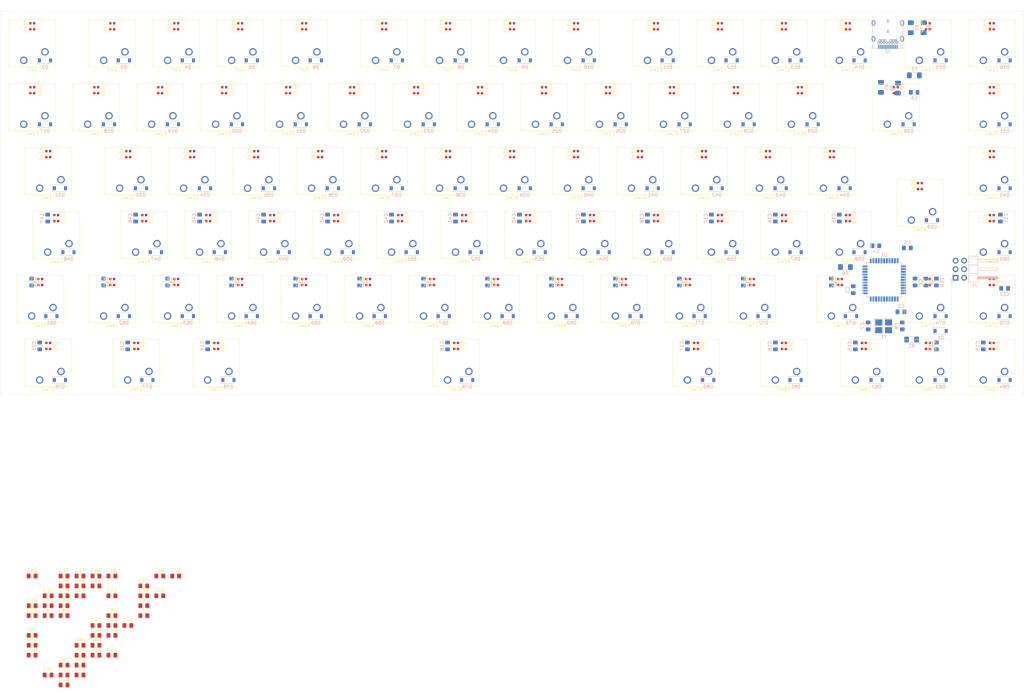
<source format=kicad_pcb>
(kicad_pcb (version 20171130) (host pcbnew 5.1.5+dfsg1-2build2)

  (general
    (thickness 1.6)
    (drawings 4)
    (tracks 0)
    (zones 0)
    (modules 353)
    (nets 217)
  )

  (page A3)
  (layers
    (0 F.Cu signal)
    (31 B.Cu signal)
    (32 B.Adhes user)
    (33 F.Adhes user)
    (34 B.Paste user)
    (35 F.Paste user)
    (36 B.SilkS user)
    (37 F.SilkS user)
    (38 B.Mask user)
    (39 F.Mask user)
    (40 Dwgs.User user)
    (41 Cmts.User user)
    (42 Eco1.User user)
    (43 Eco2.User user)
    (44 Edge.Cuts user)
    (45 Margin user)
    (46 B.CrtYd user)
    (47 F.CrtYd user)
    (48 B.Fab user)
    (49 F.Fab user)
  )

  (setup
    (last_trace_width 0.25)
    (trace_clearance 0.2)
    (zone_clearance 0.508)
    (zone_45_only no)
    (trace_min 0.2)
    (via_size 0.8)
    (via_drill 0.4)
    (via_min_size 0.6)
    (via_min_drill 0.3)
    (uvia_size 0.3)
    (uvia_drill 0.1)
    (uvias_allowed no)
    (uvia_min_size 0.2)
    (uvia_min_drill 0.1)
    (edge_width 0.05)
    (segment_width 0.2)
    (pcb_text_width 0.3)
    (pcb_text_size 1.5 1.5)
    (mod_edge_width 0.12)
    (mod_text_size 1 1)
    (mod_text_width 0.15)
    (pad_size 1.524 1.524)
    (pad_drill 0.762)
    (pad_to_mask_clearance 0.051)
    (solder_mask_min_width 0.25)
    (aux_axis_origin 0 0)
    (visible_elements FFFFF77F)
    (pcbplotparams
      (layerselection 0x010fc_ffffffff)
      (usegerberextensions false)
      (usegerberattributes false)
      (usegerberadvancedattributes false)
      (creategerberjobfile false)
      (excludeedgelayer true)
      (linewidth 0.100000)
      (plotframeref false)
      (viasonmask false)
      (mode 1)
      (useauxorigin false)
      (hpglpennumber 1)
      (hpglpenspeed 20)
      (hpglpendiameter 15.000000)
      (psnegative false)
      (psa4output false)
      (plotreference true)
      (plotvalue true)
      (plotinvisibletext false)
      (padsonsilk false)
      (subtractmaskfromsilk false)
      (outputformat 1)
      (mirror false)
      (drillshape 1)
      (scaleselection 1)
      (outputdirectory ""))
  )

  (net 0 "")
  (net 1 GND)
  (net 2 +5V)
  (net 3 "Net-(C7-Pad1)")
  (net 4 "Net-(C8-Pad2)")
  (net 5 "Net-(C9-Pad1)")
  (net 6 RST)
  (net 7 ROW0)
  (net 8 "Net-(D2-Pad2)")
  (net 9 "Net-(D3-Pad2)")
  (net 10 "Net-(D4-Pad2)")
  (net 11 "Net-(D5-Pad2)")
  (net 12 "Net-(D6-Pad2)")
  (net 13 "Net-(D7-Pad2)")
  (net 14 "Net-(D8-Pad2)")
  (net 15 "Net-(D9-Pad2)")
  (net 16 "Net-(D10-Pad2)")
  (net 17 "Net-(D11-Pad2)")
  (net 18 "Net-(D12-Pad2)")
  (net 19 "Net-(D13-Pad2)")
  (net 20 "Net-(D14-Pad2)")
  (net 21 "Net-(D15-Pad2)")
  (net 22 "Net-(D16-Pad2)")
  (net 23 ROW1)
  (net 24 "Net-(D17-Pad2)")
  (net 25 "Net-(D18-Pad2)")
  (net 26 "Net-(D19-Pad2)")
  (net 27 "Net-(D20-Pad2)")
  (net 28 "Net-(D21-Pad2)")
  (net 29 "Net-(D22-Pad2)")
  (net 30 "Net-(D23-Pad2)")
  (net 31 "Net-(D24-Pad2)")
  (net 32 "Net-(D25-Pad2)")
  (net 33 "Net-(D26-Pad2)")
  (net 34 "Net-(D27-Pad2)")
  (net 35 "Net-(D28-Pad2)")
  (net 36 "Net-(D29-Pad2)")
  (net 37 "Net-(D30-Pad2)")
  (net 38 "Net-(D31-Pad2)")
  (net 39 "Net-(D32-Pad2)")
  (net 40 ROW2)
  (net 41 "Net-(D33-Pad2)")
  (net 42 "Net-(D34-Pad2)")
  (net 43 "Net-(D35-Pad2)")
  (net 44 "Net-(D36-Pad2)")
  (net 45 "Net-(D37-Pad2)")
  (net 46 "Net-(D38-Pad2)")
  (net 47 "Net-(D39-Pad2)")
  (net 48 "Net-(D40-Pad2)")
  (net 49 "Net-(D41-Pad2)")
  (net 50 "Net-(D42-Pad2)")
  (net 51 "Net-(D43-Pad2)")
  (net 52 "Net-(D44-Pad2)")
  (net 53 "Net-(D45-Pad2)")
  (net 54 "Net-(D46-Pad2)")
  (net 55 ROW3)
  (net 56 "Net-(D47-Pad2)")
  (net 57 "Net-(D48-Pad2)")
  (net 58 "Net-(D49-Pad2)")
  (net 59 "Net-(D50-Pad2)")
  (net 60 "Net-(D51-Pad2)")
  (net 61 "Net-(D52-Pad2)")
  (net 62 "Net-(D53-Pad2)")
  (net 63 "Net-(D54-Pad2)")
  (net 64 "Net-(D55-Pad2)")
  (net 65 "Net-(D56-Pad2)")
  (net 66 "Net-(D57-Pad2)")
  (net 67 "Net-(D58-Pad2)")
  (net 68 "Net-(D59-Pad2)")
  (net 69 "Net-(D60-Pad2)")
  (net 70 ROW4)
  (net 71 "Net-(D61-Pad2)")
  (net 72 "Net-(D62-Pad2)")
  (net 73 "Net-(D63-Pad2)")
  (net 74 "Net-(D64-Pad2)")
  (net 75 "Net-(D65-Pad2)")
  (net 76 "Net-(D66-Pad2)")
  (net 77 "Net-(D67-Pad2)")
  (net 78 "Net-(D68-Pad2)")
  (net 79 "Net-(D69-Pad2)")
  (net 80 "Net-(D70-Pad2)")
  (net 81 "Net-(D71-Pad2)")
  (net 82 "Net-(D72-Pad2)")
  (net 83 "Net-(D73-Pad2)")
  (net 84 "Net-(D74-Pad2)")
  (net 85 "Net-(D75-Pad2)")
  (net 86 ROW5)
  (net 87 "Net-(D76-Pad2)")
  (net 88 "Net-(D77-Pad2)")
  (net 89 "Net-(D78-Pad2)")
  (net 90 "Net-(D79-Pad2)")
  (net 91 "Net-(D80-Pad2)")
  (net 92 "Net-(D81-Pad2)")
  (net 93 "Net-(D82-Pad2)")
  (net 94 "Net-(D83-Pad2)")
  (net 95 "Net-(D84-Pad2)")
  (net 96 "Net-(D85-Pad2)")
  (net 97 DIN)
  (net 98 "Net-(D86-Pad2)")
  (net 99 "Net-(D87-Pad2)")
  (net 100 "Net-(D88-Pad2)")
  (net 101 "Net-(D89-Pad2)")
  (net 102 "Net-(D90-Pad2)")
  (net 103 "Net-(D91-Pad2)")
  (net 104 "Net-(D92-Pad2)")
  (net 105 "Net-(D93-Pad2)")
  (net 106 "Net-(D94-Pad2)")
  (net 107 "Net-(D95-Pad2)")
  (net 108 "Net-(D96-Pad2)")
  (net 109 "Net-(D97-Pad2)")
  (net 110 "Net-(D98-Pad2)")
  (net 111 "Net-(D100-Pad4)")
  (net 112 "Net-(D100-Pad2)")
  (net 113 "Net-(D101-Pad2)")
  (net 114 "Net-(D102-Pad2)")
  (net 115 "Net-(D103-Pad2)")
  (net 116 "Net-(D104-Pad2)")
  (net 117 "Net-(D105-Pad2)")
  (net 118 "Net-(D106-Pad2)")
  (net 119 "Net-(D107-Pad2)")
  (net 120 "Net-(D108-Pad2)")
  (net 121 "Net-(D109-Pad2)")
  (net 122 "Net-(D110-Pad2)")
  (net 123 "Net-(D111-Pad2)")
  (net 124 "Net-(D112-Pad2)")
  (net 125 "Net-(D113-Pad2)")
  (net 126 "Net-(D114-Pad2)")
  (net 127 "Net-(D115-Pad2)")
  (net 128 "Net-(D116-Pad2)")
  (net 129 "Net-(D117-Pad2)")
  (net 130 "Net-(D118-Pad2)")
  (net 131 "Net-(D119-Pad2)")
  (net 132 "Net-(D120-Pad2)")
  (net 133 "Net-(D121-Pad2)")
  (net 134 "Net-(D122-Pad2)")
  (net 135 "Net-(D123-Pad2)")
  (net 136 "Net-(D124-Pad2)")
  (net 137 "Net-(D125-Pad2)")
  (net 138 "Net-(D126-Pad2)")
  (net 139 "Net-(D127-Pad2)")
  (net 140 "Net-(D128-Pad2)")
  (net 141 "Net-(D129-Pad2)")
  (net 142 "Net-(D130-Pad2)")
  (net 143 "Net-(D131-Pad2)")
  (net 144 "Net-(D132-Pad2)")
  (net 145 "Net-(D133-Pad2)")
  (net 146 "Net-(D134-Pad2)")
  (net 147 "Net-(D135-Pad2)")
  (net 148 "Net-(D136-Pad2)")
  (net 149 "Net-(D137-Pad2)")
  (net 150 "Net-(D138-Pad2)")
  (net 151 "Net-(D139-Pad2)")
  (net 152 "Net-(D140-Pad2)")
  (net 153 "Net-(D141-Pad2)")
  (net 154 "Net-(D142-Pad2)")
  (net 155 "Net-(D143-Pad2)")
  (net 156 "Net-(D144-Pad2)")
  (net 157 "Net-(D145-Pad2)")
  (net 158 "Net-(D146-Pad2)")
  (net 159 "Net-(D147-Pad2)")
  (net 160 "Net-(D148-Pad2)")
  (net 161 "Net-(D149-Pad2)")
  (net 162 "Net-(D150-Pad2)")
  (net 163 "Net-(D151-Pad2)")
  (net 164 "Net-(D152-Pad2)")
  (net 165 "Net-(D153-Pad2)")
  (net 166 "Net-(D154-Pad2)")
  (net 167 "Net-(D155-Pad2)")
  (net 168 "Net-(D156-Pad2)")
  (net 169 "Net-(D157-Pad2)")
  (net 170 "Net-(D158-Pad2)")
  (net 171 "Net-(D159-Pad2)")
  (net 172 "Net-(D160-Pad2)")
  (net 173 "Net-(D161-Pad2)")
  (net 174 "Net-(D162-Pad2)")
  (net 175 "Net-(D163-Pad2)")
  (net 176 "Net-(D164-Pad2)")
  (net 177 "Net-(D165-Pad2)")
  (net 178 "Net-(D166-Pad2)")
  (net 179 "Net-(D167-Pad2)")
  (net 180 "Net-(F1-Pad2)")
  (net 181 COL02)
  (net 182 COL00)
  (net 183 COL01)
  (net 184 "Net-(J2-PadA11)")
  (net 185 "Net-(J2-PadA10)")
  (net 186 "Net-(J2-PadA8)")
  (net 187 D-)
  (net 188 D+)
  (net 189 "Net-(J2-PadA5)")
  (net 190 "Net-(J2-PadA3)")
  (net 191 "Net-(J2-PadA2)")
  (net 192 "Net-(J2-PadB10)")
  (net 193 "Net-(J2-PadB3)")
  (net 194 "Net-(J2-PadB8)")
  (net 195 "Net-(J2-PadB5)")
  (net 196 "Net-(J2-PadB2)")
  (net 197 "Net-(J2-PadB11)")
  (net 198 "Net-(R4-Pad1)")
  (net 199 "Net-(R5-Pad2)")
  (net 200 "Net-(R6-Pad2)")
  (net 201 COL03)
  (net 202 COL04)
  (net 203 COL06)
  (net 204 COL07)
  (net 205 COL08)
  (net 206 COL09)
  (net 207 COL10)
  (net 208 COL11)
  (net 209 COL12)
  (net 210 COL13)
  (net 211 COL14)
  (net 212 COL15)
  (net 213 COL05)
  (net 214 "Net-(U1-Pad1)")
  (net 215 "Net-(U1-Pad8)")
  (net 216 "Net-(U1-Pad42)")

  (net_class Default "Dies ist die voreingestellte Netzklasse."
    (clearance 0.2)
    (trace_width 0.25)
    (via_dia 0.8)
    (via_drill 0.4)
    (uvia_dia 0.3)
    (uvia_drill 0.1)
    (add_net +5V)
    (add_net COL00)
    (add_net COL01)
    (add_net COL02)
    (add_net COL03)
    (add_net COL04)
    (add_net COL05)
    (add_net COL06)
    (add_net COL07)
    (add_net COL08)
    (add_net COL09)
    (add_net COL10)
    (add_net COL11)
    (add_net COL12)
    (add_net COL13)
    (add_net COL14)
    (add_net COL15)
    (add_net D+)
    (add_net D-)
    (add_net DIN)
    (add_net GND)
    (add_net "Net-(C7-Pad1)")
    (add_net "Net-(C8-Pad2)")
    (add_net "Net-(C9-Pad1)")
    (add_net "Net-(D10-Pad2)")
    (add_net "Net-(D100-Pad2)")
    (add_net "Net-(D100-Pad4)")
    (add_net "Net-(D101-Pad2)")
    (add_net "Net-(D102-Pad2)")
    (add_net "Net-(D103-Pad2)")
    (add_net "Net-(D104-Pad2)")
    (add_net "Net-(D105-Pad2)")
    (add_net "Net-(D106-Pad2)")
    (add_net "Net-(D107-Pad2)")
    (add_net "Net-(D108-Pad2)")
    (add_net "Net-(D109-Pad2)")
    (add_net "Net-(D11-Pad2)")
    (add_net "Net-(D110-Pad2)")
    (add_net "Net-(D111-Pad2)")
    (add_net "Net-(D112-Pad2)")
    (add_net "Net-(D113-Pad2)")
    (add_net "Net-(D114-Pad2)")
    (add_net "Net-(D115-Pad2)")
    (add_net "Net-(D116-Pad2)")
    (add_net "Net-(D117-Pad2)")
    (add_net "Net-(D118-Pad2)")
    (add_net "Net-(D119-Pad2)")
    (add_net "Net-(D12-Pad2)")
    (add_net "Net-(D120-Pad2)")
    (add_net "Net-(D121-Pad2)")
    (add_net "Net-(D122-Pad2)")
    (add_net "Net-(D123-Pad2)")
    (add_net "Net-(D124-Pad2)")
    (add_net "Net-(D125-Pad2)")
    (add_net "Net-(D126-Pad2)")
    (add_net "Net-(D127-Pad2)")
    (add_net "Net-(D128-Pad2)")
    (add_net "Net-(D129-Pad2)")
    (add_net "Net-(D13-Pad2)")
    (add_net "Net-(D130-Pad2)")
    (add_net "Net-(D131-Pad2)")
    (add_net "Net-(D132-Pad2)")
    (add_net "Net-(D133-Pad2)")
    (add_net "Net-(D134-Pad2)")
    (add_net "Net-(D135-Pad2)")
    (add_net "Net-(D136-Pad2)")
    (add_net "Net-(D137-Pad2)")
    (add_net "Net-(D138-Pad2)")
    (add_net "Net-(D139-Pad2)")
    (add_net "Net-(D14-Pad2)")
    (add_net "Net-(D140-Pad2)")
    (add_net "Net-(D141-Pad2)")
    (add_net "Net-(D142-Pad2)")
    (add_net "Net-(D143-Pad2)")
    (add_net "Net-(D144-Pad2)")
    (add_net "Net-(D145-Pad2)")
    (add_net "Net-(D146-Pad2)")
    (add_net "Net-(D147-Pad2)")
    (add_net "Net-(D148-Pad2)")
    (add_net "Net-(D149-Pad2)")
    (add_net "Net-(D15-Pad2)")
    (add_net "Net-(D150-Pad2)")
    (add_net "Net-(D151-Pad2)")
    (add_net "Net-(D152-Pad2)")
    (add_net "Net-(D153-Pad2)")
    (add_net "Net-(D154-Pad2)")
    (add_net "Net-(D155-Pad2)")
    (add_net "Net-(D156-Pad2)")
    (add_net "Net-(D157-Pad2)")
    (add_net "Net-(D158-Pad2)")
    (add_net "Net-(D159-Pad2)")
    (add_net "Net-(D16-Pad2)")
    (add_net "Net-(D160-Pad2)")
    (add_net "Net-(D161-Pad2)")
    (add_net "Net-(D162-Pad2)")
    (add_net "Net-(D163-Pad2)")
    (add_net "Net-(D164-Pad2)")
    (add_net "Net-(D165-Pad2)")
    (add_net "Net-(D166-Pad2)")
    (add_net "Net-(D167-Pad2)")
    (add_net "Net-(D17-Pad2)")
    (add_net "Net-(D18-Pad2)")
    (add_net "Net-(D19-Pad2)")
    (add_net "Net-(D2-Pad2)")
    (add_net "Net-(D20-Pad2)")
    (add_net "Net-(D21-Pad2)")
    (add_net "Net-(D22-Pad2)")
    (add_net "Net-(D23-Pad2)")
    (add_net "Net-(D24-Pad2)")
    (add_net "Net-(D25-Pad2)")
    (add_net "Net-(D26-Pad2)")
    (add_net "Net-(D27-Pad2)")
    (add_net "Net-(D28-Pad2)")
    (add_net "Net-(D29-Pad2)")
    (add_net "Net-(D3-Pad2)")
    (add_net "Net-(D30-Pad2)")
    (add_net "Net-(D31-Pad2)")
    (add_net "Net-(D32-Pad2)")
    (add_net "Net-(D33-Pad2)")
    (add_net "Net-(D34-Pad2)")
    (add_net "Net-(D35-Pad2)")
    (add_net "Net-(D36-Pad2)")
    (add_net "Net-(D37-Pad2)")
    (add_net "Net-(D38-Pad2)")
    (add_net "Net-(D39-Pad2)")
    (add_net "Net-(D4-Pad2)")
    (add_net "Net-(D40-Pad2)")
    (add_net "Net-(D41-Pad2)")
    (add_net "Net-(D42-Pad2)")
    (add_net "Net-(D43-Pad2)")
    (add_net "Net-(D44-Pad2)")
    (add_net "Net-(D45-Pad2)")
    (add_net "Net-(D46-Pad2)")
    (add_net "Net-(D47-Pad2)")
    (add_net "Net-(D48-Pad2)")
    (add_net "Net-(D49-Pad2)")
    (add_net "Net-(D5-Pad2)")
    (add_net "Net-(D50-Pad2)")
    (add_net "Net-(D51-Pad2)")
    (add_net "Net-(D52-Pad2)")
    (add_net "Net-(D53-Pad2)")
    (add_net "Net-(D54-Pad2)")
    (add_net "Net-(D55-Pad2)")
    (add_net "Net-(D56-Pad2)")
    (add_net "Net-(D57-Pad2)")
    (add_net "Net-(D58-Pad2)")
    (add_net "Net-(D59-Pad2)")
    (add_net "Net-(D6-Pad2)")
    (add_net "Net-(D60-Pad2)")
    (add_net "Net-(D61-Pad2)")
    (add_net "Net-(D62-Pad2)")
    (add_net "Net-(D63-Pad2)")
    (add_net "Net-(D64-Pad2)")
    (add_net "Net-(D65-Pad2)")
    (add_net "Net-(D66-Pad2)")
    (add_net "Net-(D67-Pad2)")
    (add_net "Net-(D68-Pad2)")
    (add_net "Net-(D69-Pad2)")
    (add_net "Net-(D7-Pad2)")
    (add_net "Net-(D70-Pad2)")
    (add_net "Net-(D71-Pad2)")
    (add_net "Net-(D72-Pad2)")
    (add_net "Net-(D73-Pad2)")
    (add_net "Net-(D74-Pad2)")
    (add_net "Net-(D75-Pad2)")
    (add_net "Net-(D76-Pad2)")
    (add_net "Net-(D77-Pad2)")
    (add_net "Net-(D78-Pad2)")
    (add_net "Net-(D79-Pad2)")
    (add_net "Net-(D8-Pad2)")
    (add_net "Net-(D80-Pad2)")
    (add_net "Net-(D81-Pad2)")
    (add_net "Net-(D82-Pad2)")
    (add_net "Net-(D83-Pad2)")
    (add_net "Net-(D84-Pad2)")
    (add_net "Net-(D85-Pad2)")
    (add_net "Net-(D86-Pad2)")
    (add_net "Net-(D87-Pad2)")
    (add_net "Net-(D88-Pad2)")
    (add_net "Net-(D89-Pad2)")
    (add_net "Net-(D9-Pad2)")
    (add_net "Net-(D90-Pad2)")
    (add_net "Net-(D91-Pad2)")
    (add_net "Net-(D92-Pad2)")
    (add_net "Net-(D93-Pad2)")
    (add_net "Net-(D94-Pad2)")
    (add_net "Net-(D95-Pad2)")
    (add_net "Net-(D96-Pad2)")
    (add_net "Net-(D97-Pad2)")
    (add_net "Net-(D98-Pad2)")
    (add_net "Net-(F1-Pad2)")
    (add_net "Net-(J2-PadA10)")
    (add_net "Net-(J2-PadA11)")
    (add_net "Net-(J2-PadA2)")
    (add_net "Net-(J2-PadA3)")
    (add_net "Net-(J2-PadA5)")
    (add_net "Net-(J2-PadA8)")
    (add_net "Net-(J2-PadB10)")
    (add_net "Net-(J2-PadB11)")
    (add_net "Net-(J2-PadB2)")
    (add_net "Net-(J2-PadB3)")
    (add_net "Net-(J2-PadB5)")
    (add_net "Net-(J2-PadB8)")
    (add_net "Net-(R4-Pad1)")
    (add_net "Net-(R5-Pad2)")
    (add_net "Net-(R6-Pad2)")
    (add_net "Net-(U1-Pad1)")
    (add_net "Net-(U1-Pad42)")
    (add_net "Net-(U1-Pad8)")
    (add_net ROW0)
    (add_net ROW1)
    (add_net ROW2)
    (add_net ROW3)
    (add_net ROW4)
    (add_net ROW5)
    (add_net RST)
  )

  (module Capacitor_SMD:C_0805_2012Metric_Pad1.15x1.40mm_HandSolder (layer B.Cu) (tedit 5B36C52B) (tstamp 5F1B5C2D)
    (at 310.515 118.745 90)
    (descr "Capacitor SMD 0805 (2012 Metric), square (rectangular) end terminal, IPC_7351 nominal with elongated pad for handsoldering. (Body size source: https://docs.google.com/spreadsheets/d/1BsfQQcO9C6DZCsRaXUlFlo91Tg2WpOkGARC1WS5S8t0/edit?usp=sharing), generated with kicad-footprint-generator")
    (tags "capacitor handsolder")
    (path /5F92990D)
    (attr smd)
    (fp_text reference C1 (at 0 1.65 90) (layer B.SilkS)
      (effects (font (size 1 1) (thickness 0.15)) (justify mirror))
    )
    (fp_text value 0.1uF (at 0 -1.65 90) (layer B.Fab)
      (effects (font (size 1 1) (thickness 0.15)) (justify mirror))
    )
    (fp_text user %R (at 0 0 90) (layer B.Fab)
      (effects (font (size 0.5 0.5) (thickness 0.08)) (justify mirror))
    )
    (fp_line (start 1.85 -0.95) (end -1.85 -0.95) (layer B.CrtYd) (width 0.05))
    (fp_line (start 1.85 0.95) (end 1.85 -0.95) (layer B.CrtYd) (width 0.05))
    (fp_line (start -1.85 0.95) (end 1.85 0.95) (layer B.CrtYd) (width 0.05))
    (fp_line (start -1.85 -0.95) (end -1.85 0.95) (layer B.CrtYd) (width 0.05))
    (fp_line (start -0.261252 -0.71) (end 0.261252 -0.71) (layer B.SilkS) (width 0.12))
    (fp_line (start -0.261252 0.71) (end 0.261252 0.71) (layer B.SilkS) (width 0.12))
    (fp_line (start 1 -0.6) (end -1 -0.6) (layer B.Fab) (width 0.1))
    (fp_line (start 1 0.6) (end 1 -0.6) (layer B.Fab) (width 0.1))
    (fp_line (start -1 0.6) (end 1 0.6) (layer B.Fab) (width 0.1))
    (fp_line (start -1 -0.6) (end -1 0.6) (layer B.Fab) (width 0.1))
    (pad 2 smd roundrect (at 1.025 0 90) (size 1.15 1.4) (layers B.Cu B.Paste B.Mask) (roundrect_rratio 0.217391)
      (net 1 GND))
    (pad 1 smd roundrect (at -1.025 0 90) (size 1.15 1.4) (layers B.Cu B.Paste B.Mask) (roundrect_rratio 0.217391)
      (net 2 +5V))
    (model ${KISYS3DMOD}/Capacitor_SMD.3dshapes/C_0805_2012Metric.wrl
      (at (xyz 0 0 0))
      (scale (xyz 1 1 1))
      (rotate (xyz 0 0 0))
    )
  )

  (module Capacitor_SMD:C_0805_2012Metric_Pad1.15x1.40mm_HandSolder (layer B.Cu) (tedit 5B36C52B) (tstamp 5F15EB29)
    (at 306.315 127.635 180)
    (descr "Capacitor SMD 0805 (2012 Metric), square (rectangular) end terminal, IPC_7351 nominal with elongated pad for handsoldering. (Body size source: https://docs.google.com/spreadsheets/d/1BsfQQcO9C6DZCsRaXUlFlo91Tg2WpOkGARC1WS5S8t0/edit?usp=sharing), generated with kicad-footprint-generator")
    (tags "capacitor handsolder")
    (path /5EFFF252)
    (attr smd)
    (fp_text reference C2 (at 0 1.65) (layer B.SilkS)
      (effects (font (size 1 1) (thickness 0.15)) (justify mirror))
    )
    (fp_text value 0.1uF (at 0 -1.65) (layer B.Fab)
      (effects (font (size 1 1) (thickness 0.15)) (justify mirror))
    )
    (fp_text user %R (at 0 0) (layer B.Fab)
      (effects (font (size 0.5 0.5) (thickness 0.08)) (justify mirror))
    )
    (fp_line (start 1.85 -0.95) (end -1.85 -0.95) (layer B.CrtYd) (width 0.05))
    (fp_line (start 1.85 0.95) (end 1.85 -0.95) (layer B.CrtYd) (width 0.05))
    (fp_line (start -1.85 0.95) (end 1.85 0.95) (layer B.CrtYd) (width 0.05))
    (fp_line (start -1.85 -0.95) (end -1.85 0.95) (layer B.CrtYd) (width 0.05))
    (fp_line (start -0.261252 -0.71) (end 0.261252 -0.71) (layer B.SilkS) (width 0.12))
    (fp_line (start -0.261252 0.71) (end 0.261252 0.71) (layer B.SilkS) (width 0.12))
    (fp_line (start 1 -0.6) (end -1 -0.6) (layer B.Fab) (width 0.1))
    (fp_line (start 1 0.6) (end 1 -0.6) (layer B.Fab) (width 0.1))
    (fp_line (start -1 0.6) (end 1 0.6) (layer B.Fab) (width 0.1))
    (fp_line (start -1 -0.6) (end -1 0.6) (layer B.Fab) (width 0.1))
    (pad 2 smd roundrect (at 1.025 0 180) (size 1.15 1.4) (layers B.Cu B.Paste B.Mask) (roundrect_rratio 0.217391)
      (net 1 GND))
    (pad 1 smd roundrect (at -1.025 0 180) (size 1.15 1.4) (layers B.Cu B.Paste B.Mask) (roundrect_rratio 0.217391)
      (net 2 +5V))
    (model ${KISYS3DMOD}/Capacitor_SMD.3dshapes/C_0805_2012Metric.wrl
      (at (xyz 0 0 0))
      (scale (xyz 1 1 1))
      (rotate (xyz 0 0 0))
    )
  )

  (module Capacitor_SMD:C_0805_2012Metric_Pad1.15x1.40mm_HandSolder (layer B.Cu) (tedit 5B36C52B) (tstamp 5F15EB3A)
    (at 292.1 121.04 270)
    (descr "Capacitor SMD 0805 (2012 Metric), square (rectangular) end terminal, IPC_7351 nominal with elongated pad for handsoldering. (Body size source: https://docs.google.com/spreadsheets/d/1BsfQQcO9C6DZCsRaXUlFlo91Tg2WpOkGARC1WS5S8t0/edit?usp=sharing), generated with kicad-footprint-generator")
    (tags "capacitor handsolder")
    (path /5F00AFA0)
    (attr smd)
    (fp_text reference C3 (at 0 1.65 90) (layer B.SilkS)
      (effects (font (size 1 1) (thickness 0.15)) (justify mirror))
    )
    (fp_text value 0.1uF (at 0 -1.65 90) (layer B.Fab)
      (effects (font (size 1 1) (thickness 0.15)) (justify mirror))
    )
    (fp_text user %R (at 0 0 90) (layer B.Fab)
      (effects (font (size 0.5 0.5) (thickness 0.08)) (justify mirror))
    )
    (fp_line (start 1.85 -0.95) (end -1.85 -0.95) (layer B.CrtYd) (width 0.05))
    (fp_line (start 1.85 0.95) (end 1.85 -0.95) (layer B.CrtYd) (width 0.05))
    (fp_line (start -1.85 0.95) (end 1.85 0.95) (layer B.CrtYd) (width 0.05))
    (fp_line (start -1.85 -0.95) (end -1.85 0.95) (layer B.CrtYd) (width 0.05))
    (fp_line (start -0.261252 -0.71) (end 0.261252 -0.71) (layer B.SilkS) (width 0.12))
    (fp_line (start -0.261252 0.71) (end 0.261252 0.71) (layer B.SilkS) (width 0.12))
    (fp_line (start 1 -0.6) (end -1 -0.6) (layer B.Fab) (width 0.1))
    (fp_line (start 1 0.6) (end 1 -0.6) (layer B.Fab) (width 0.1))
    (fp_line (start -1 0.6) (end 1 0.6) (layer B.Fab) (width 0.1))
    (fp_line (start -1 -0.6) (end -1 0.6) (layer B.Fab) (width 0.1))
    (pad 2 smd roundrect (at 1.025 0 270) (size 1.15 1.4) (layers B.Cu B.Paste B.Mask) (roundrect_rratio 0.217391)
      (net 1 GND))
    (pad 1 smd roundrect (at -1.025 0 270) (size 1.15 1.4) (layers B.Cu B.Paste B.Mask) (roundrect_rratio 0.217391)
      (net 2 +5V))
    (model ${KISYS3DMOD}/Capacitor_SMD.3dshapes/C_0805_2012Metric.wrl
      (at (xyz 0 0 0))
      (scale (xyz 1 1 1))
      (rotate (xyz 0 0 0))
    )
  )

  (module Capacitor_SMD:C_0805_2012Metric_Pad1.15x1.40mm_HandSolder (layer B.Cu) (tedit 5B36C52B) (tstamp 5F15EB4B)
    (at 298.84 107.95)
    (descr "Capacitor SMD 0805 (2012 Metric), square (rectangular) end terminal, IPC_7351 nominal with elongated pad for handsoldering. (Body size source: https://docs.google.com/spreadsheets/d/1BsfQQcO9C6DZCsRaXUlFlo91Tg2WpOkGARC1WS5S8t0/edit?usp=sharing), generated with kicad-footprint-generator")
    (tags "capacitor handsolder")
    (path /5F00B4C3)
    (attr smd)
    (fp_text reference C4 (at 0 1.65) (layer B.SilkS)
      (effects (font (size 1 1) (thickness 0.15)) (justify mirror))
    )
    (fp_text value 0.1uF (at 0 -1.65) (layer B.Fab)
      (effects (font (size 1 1) (thickness 0.15)) (justify mirror))
    )
    (fp_line (start -1 -0.6) (end -1 0.6) (layer B.Fab) (width 0.1))
    (fp_line (start -1 0.6) (end 1 0.6) (layer B.Fab) (width 0.1))
    (fp_line (start 1 0.6) (end 1 -0.6) (layer B.Fab) (width 0.1))
    (fp_line (start 1 -0.6) (end -1 -0.6) (layer B.Fab) (width 0.1))
    (fp_line (start -0.261252 0.71) (end 0.261252 0.71) (layer B.SilkS) (width 0.12))
    (fp_line (start -0.261252 -0.71) (end 0.261252 -0.71) (layer B.SilkS) (width 0.12))
    (fp_line (start -1.85 -0.95) (end -1.85 0.95) (layer B.CrtYd) (width 0.05))
    (fp_line (start -1.85 0.95) (end 1.85 0.95) (layer B.CrtYd) (width 0.05))
    (fp_line (start 1.85 0.95) (end 1.85 -0.95) (layer B.CrtYd) (width 0.05))
    (fp_line (start 1.85 -0.95) (end -1.85 -0.95) (layer B.CrtYd) (width 0.05))
    (fp_text user %R (at 0 0) (layer B.Fab)
      (effects (font (size 0.5 0.5) (thickness 0.08)) (justify mirror))
    )
    (pad 1 smd roundrect (at -1.025 0) (size 1.15 1.4) (layers B.Cu B.Paste B.Mask) (roundrect_rratio 0.217391)
      (net 2 +5V))
    (pad 2 smd roundrect (at 1.025 0) (size 1.15 1.4) (layers B.Cu B.Paste B.Mask) (roundrect_rratio 0.217391)
      (net 1 GND))
    (model ${KISYS3DMOD}/Capacitor_SMD.3dshapes/C_0805_2012Metric.wrl
      (at (xyz 0 0 0))
      (scale (xyz 1 1 1))
      (rotate (xyz 0 0 0))
    )
  )

  (module Capacitor_SMD:C_0805_2012Metric_Pad1.15x1.40mm_HandSolder (layer B.Cu) (tedit 5B36C52B) (tstamp 5F15EB5C)
    (at 308.22 108.585 180)
    (descr "Capacitor SMD 0805 (2012 Metric), square (rectangular) end terminal, IPC_7351 nominal with elongated pad for handsoldering. (Body size source: https://docs.google.com/spreadsheets/d/1BsfQQcO9C6DZCsRaXUlFlo91Tg2WpOkGARC1WS5S8t0/edit?usp=sharing), generated with kicad-footprint-generator")
    (tags "capacitor handsolder")
    (path /5F92A552)
    (attr smd)
    (fp_text reference C5 (at 0 1.65) (layer B.SilkS)
      (effects (font (size 1 1) (thickness 0.15)) (justify mirror))
    )
    (fp_text value 0.1uF (at 0 -1.65) (layer B.Fab)
      (effects (font (size 1 1) (thickness 0.15)) (justify mirror))
    )
    (fp_text user %R (at 0 0) (layer B.Fab)
      (effects (font (size 0.5 0.5) (thickness 0.08)) (justify mirror))
    )
    (fp_line (start 1.85 -0.95) (end -1.85 -0.95) (layer B.CrtYd) (width 0.05))
    (fp_line (start 1.85 0.95) (end 1.85 -0.95) (layer B.CrtYd) (width 0.05))
    (fp_line (start -1.85 0.95) (end 1.85 0.95) (layer B.CrtYd) (width 0.05))
    (fp_line (start -1.85 -0.95) (end -1.85 0.95) (layer B.CrtYd) (width 0.05))
    (fp_line (start -0.261252 -0.71) (end 0.261252 -0.71) (layer B.SilkS) (width 0.12))
    (fp_line (start -0.261252 0.71) (end 0.261252 0.71) (layer B.SilkS) (width 0.12))
    (fp_line (start 1 -0.6) (end -1 -0.6) (layer B.Fab) (width 0.1))
    (fp_line (start 1 0.6) (end 1 -0.6) (layer B.Fab) (width 0.1))
    (fp_line (start -1 0.6) (end 1 0.6) (layer B.Fab) (width 0.1))
    (fp_line (start -1 -0.6) (end -1 0.6) (layer B.Fab) (width 0.1))
    (pad 2 smd roundrect (at 1.025 0 180) (size 1.15 1.4) (layers B.Cu B.Paste B.Mask) (roundrect_rratio 0.217391)
      (net 1 GND))
    (pad 1 smd roundrect (at -1.025 0 180) (size 1.15 1.4) (layers B.Cu B.Paste B.Mask) (roundrect_rratio 0.217391)
      (net 2 +5V))
    (model ${KISYS3DMOD}/Capacitor_SMD.3dshapes/C_0805_2012Metric.wrl
      (at (xyz 0 0 0))
      (scale (xyz 1 1 1))
      (rotate (xyz 0 0 0))
    )
  )

  (module Capacitor_SMD:C_0805_2012Metric_Pad1.15x1.40mm_HandSolder (layer B.Cu) (tedit 5B36C52B) (tstamp 5F15EB6D)
    (at 310.27 62.23)
    (descr "Capacitor SMD 0805 (2012 Metric), square (rectangular) end terminal, IPC_7351 nominal with elongated pad for handsoldering. (Body size source: https://docs.google.com/spreadsheets/d/1BsfQQcO9C6DZCsRaXUlFlo91Tg2WpOkGARC1WS5S8t0/edit?usp=sharing), generated with kicad-footprint-generator")
    (tags "capacitor handsolder")
    (path /5F007EF5)
    (attr smd)
    (fp_text reference C6 (at 0 1.65) (layer B.SilkS)
      (effects (font (size 1 1) (thickness 0.15)) (justify mirror))
    )
    (fp_text value 10uF (at 0 -1.65) (layer B.Fab)
      (effects (font (size 1 1) (thickness 0.15)) (justify mirror))
    )
    (fp_line (start -1 -0.6) (end -1 0.6) (layer B.Fab) (width 0.1))
    (fp_line (start -1 0.6) (end 1 0.6) (layer B.Fab) (width 0.1))
    (fp_line (start 1 0.6) (end 1 -0.6) (layer B.Fab) (width 0.1))
    (fp_line (start 1 -0.6) (end -1 -0.6) (layer B.Fab) (width 0.1))
    (fp_line (start -0.261252 0.71) (end 0.261252 0.71) (layer B.SilkS) (width 0.12))
    (fp_line (start -0.261252 -0.71) (end 0.261252 -0.71) (layer B.SilkS) (width 0.12))
    (fp_line (start -1.85 -0.95) (end -1.85 0.95) (layer B.CrtYd) (width 0.05))
    (fp_line (start -1.85 0.95) (end 1.85 0.95) (layer B.CrtYd) (width 0.05))
    (fp_line (start 1.85 0.95) (end 1.85 -0.95) (layer B.CrtYd) (width 0.05))
    (fp_line (start 1.85 -0.95) (end -1.85 -0.95) (layer B.CrtYd) (width 0.05))
    (fp_text user %R (at 0 0) (layer B.Fab)
      (effects (font (size 0.5 0.5) (thickness 0.08)) (justify mirror))
    )
    (pad 1 smd roundrect (at -1.025 0) (size 1.15 1.4) (layers B.Cu B.Paste B.Mask) (roundrect_rratio 0.217391)
      (net 2 +5V))
    (pad 2 smd roundrect (at 1.025 0) (size 1.15 1.4) (layers B.Cu B.Paste B.Mask) (roundrect_rratio 0.217391)
      (net 1 GND))
    (model ${KISYS3DMOD}/Capacitor_SMD.3dshapes/C_0805_2012Metric.wrl
      (at (xyz 0 0 0))
      (scale (xyz 1 1 1))
      (rotate (xyz 0 0 0))
    )
  )

  (module Capacitor_SMD:C_0805_2012Metric_Pad1.15x1.40mm_HandSolder (layer B.Cu) (tedit 5B36C52B) (tstamp 5F15EB7E)
    (at 296.545 131.835 270)
    (descr "Capacitor SMD 0805 (2012 Metric), square (rectangular) end terminal, IPC_7351 nominal with elongated pad for handsoldering. (Body size source: https://docs.google.com/spreadsheets/d/1BsfQQcO9C6DZCsRaXUlFlo91Tg2WpOkGARC1WS5S8t0/edit?usp=sharing), generated with kicad-footprint-generator")
    (tags "capacitor handsolder")
    (path /5F0786B1)
    (attr smd)
    (fp_text reference C7 (at 0 1.65 90) (layer B.SilkS)
      (effects (font (size 1 1) (thickness 0.15)) (justify mirror))
    )
    (fp_text value 22pF (at 0 -1.65 90) (layer B.Fab)
      (effects (font (size 1 1) (thickness 0.15)) (justify mirror))
    )
    (fp_text user %R (at 0 0 90) (layer B.Fab)
      (effects (font (size 0.5 0.5) (thickness 0.08)) (justify mirror))
    )
    (fp_line (start 1.85 -0.95) (end -1.85 -0.95) (layer B.CrtYd) (width 0.05))
    (fp_line (start 1.85 0.95) (end 1.85 -0.95) (layer B.CrtYd) (width 0.05))
    (fp_line (start -1.85 0.95) (end 1.85 0.95) (layer B.CrtYd) (width 0.05))
    (fp_line (start -1.85 -0.95) (end -1.85 0.95) (layer B.CrtYd) (width 0.05))
    (fp_line (start -0.261252 -0.71) (end 0.261252 -0.71) (layer B.SilkS) (width 0.12))
    (fp_line (start -0.261252 0.71) (end 0.261252 0.71) (layer B.SilkS) (width 0.12))
    (fp_line (start 1 -0.6) (end -1 -0.6) (layer B.Fab) (width 0.1))
    (fp_line (start 1 0.6) (end 1 -0.6) (layer B.Fab) (width 0.1))
    (fp_line (start -1 0.6) (end 1 0.6) (layer B.Fab) (width 0.1))
    (fp_line (start -1 -0.6) (end -1 0.6) (layer B.Fab) (width 0.1))
    (pad 2 smd roundrect (at 1.025 0 270) (size 1.15 1.4) (layers B.Cu B.Paste B.Mask) (roundrect_rratio 0.217391)
      (net 1 GND))
    (pad 1 smd roundrect (at -1.025 0 270) (size 1.15 1.4) (layers B.Cu B.Paste B.Mask) (roundrect_rratio 0.217391)
      (net 3 "Net-(C7-Pad1)"))
    (model ${KISYS3DMOD}/Capacitor_SMD.3dshapes/C_0805_2012Metric.wrl
      (at (xyz 0 0 0))
      (scale (xyz 1 1 1))
      (rotate (xyz 0 0 0))
    )
  )

  (module Capacitor_SMD:C_0805_2012Metric_Pad1.15x1.40mm_HandSolder (layer B.Cu) (tedit 5B36C52B) (tstamp 5F15EB8F)
    (at 306.705 131.835 270)
    (descr "Capacitor SMD 0805 (2012 Metric), square (rectangular) end terminal, IPC_7351 nominal with elongated pad for handsoldering. (Body size source: https://docs.google.com/spreadsheets/d/1BsfQQcO9C6DZCsRaXUlFlo91Tg2WpOkGARC1WS5S8t0/edit?usp=sharing), generated with kicad-footprint-generator")
    (tags "capacitor handsolder")
    (path /5F0BA64F)
    (attr smd)
    (fp_text reference C8 (at 0 1.65 90) (layer B.SilkS)
      (effects (font (size 1 1) (thickness 0.15)) (justify mirror))
    )
    (fp_text value 22pF (at 0 -1.65 90) (layer B.Fab)
      (effects (font (size 1 1) (thickness 0.15)) (justify mirror))
    )
    (fp_text user %R (at 0 0 90) (layer B.Fab)
      (effects (font (size 0.5 0.5) (thickness 0.08)) (justify mirror))
    )
    (fp_line (start 1.85 -0.95) (end -1.85 -0.95) (layer B.CrtYd) (width 0.05))
    (fp_line (start 1.85 0.95) (end 1.85 -0.95) (layer B.CrtYd) (width 0.05))
    (fp_line (start -1.85 0.95) (end 1.85 0.95) (layer B.CrtYd) (width 0.05))
    (fp_line (start -1.85 -0.95) (end -1.85 0.95) (layer B.CrtYd) (width 0.05))
    (fp_line (start -0.261252 -0.71) (end 0.261252 -0.71) (layer B.SilkS) (width 0.12))
    (fp_line (start -0.261252 0.71) (end 0.261252 0.71) (layer B.SilkS) (width 0.12))
    (fp_line (start 1 -0.6) (end -1 -0.6) (layer B.Fab) (width 0.1))
    (fp_line (start 1 0.6) (end 1 -0.6) (layer B.Fab) (width 0.1))
    (fp_line (start -1 0.6) (end 1 0.6) (layer B.Fab) (width 0.1))
    (fp_line (start -1 -0.6) (end -1 0.6) (layer B.Fab) (width 0.1))
    (pad 2 smd roundrect (at 1.025 0 270) (size 1.15 1.4) (layers B.Cu B.Paste B.Mask) (roundrect_rratio 0.217391)
      (net 4 "Net-(C8-Pad2)"))
    (pad 1 smd roundrect (at -1.025 0 270) (size 1.15 1.4) (layers B.Cu B.Paste B.Mask) (roundrect_rratio 0.217391)
      (net 1 GND))
    (model ${KISYS3DMOD}/Capacitor_SMD.3dshapes/C_0805_2012Metric.wrl
      (at (xyz 0 0 0))
      (scale (xyz 1 1 1))
      (rotate (xyz 0 0 0))
    )
  )

  (module Capacitor_SMD:C_0805_2012Metric_Pad1.15x1.40mm_HandSolder (layer B.Cu) (tedit 5B36C52B) (tstamp 5F15EBA0)
    (at 313.69 118.745 90)
    (descr "Capacitor SMD 0805 (2012 Metric), square (rectangular) end terminal, IPC_7351 nominal with elongated pad for handsoldering. (Body size source: https://docs.google.com/spreadsheets/d/1BsfQQcO9C6DZCsRaXUlFlo91Tg2WpOkGARC1WS5S8t0/edit?usp=sharing), generated with kicad-footprint-generator")
    (tags "capacitor handsolder")
    (path /5F049C39)
    (attr smd)
    (fp_text reference C9 (at 0 1.65 90) (layer B.SilkS)
      (effects (font (size 1 1) (thickness 0.15)) (justify mirror))
    )
    (fp_text value 1uF (at 0 -1.65 90) (layer B.Fab)
      (effects (font (size 1 1) (thickness 0.15)) (justify mirror))
    )
    (fp_line (start -1 -0.6) (end -1 0.6) (layer B.Fab) (width 0.1))
    (fp_line (start -1 0.6) (end 1 0.6) (layer B.Fab) (width 0.1))
    (fp_line (start 1 0.6) (end 1 -0.6) (layer B.Fab) (width 0.1))
    (fp_line (start 1 -0.6) (end -1 -0.6) (layer B.Fab) (width 0.1))
    (fp_line (start -0.261252 0.71) (end 0.261252 0.71) (layer B.SilkS) (width 0.12))
    (fp_line (start -0.261252 -0.71) (end 0.261252 -0.71) (layer B.SilkS) (width 0.12))
    (fp_line (start -1.85 -0.95) (end -1.85 0.95) (layer B.CrtYd) (width 0.05))
    (fp_line (start -1.85 0.95) (end 1.85 0.95) (layer B.CrtYd) (width 0.05))
    (fp_line (start 1.85 0.95) (end 1.85 -0.95) (layer B.CrtYd) (width 0.05))
    (fp_line (start 1.85 -0.95) (end -1.85 -0.95) (layer B.CrtYd) (width 0.05))
    (fp_text user %R (at 0 0 90) (layer B.Fab)
      (effects (font (size 0.5 0.5) (thickness 0.08)) (justify mirror))
    )
    (pad 1 smd roundrect (at -1.025 0 90) (size 1.15 1.4) (layers B.Cu B.Paste B.Mask) (roundrect_rratio 0.217391)
      (net 5 "Net-(C9-Pad1)"))
    (pad 2 smd roundrect (at 1.025 0 90) (size 1.15 1.4) (layers B.Cu B.Paste B.Mask) (roundrect_rratio 0.217391)
      (net 1 GND))
    (model ${KISYS3DMOD}/Capacitor_SMD.3dshapes/C_0805_2012Metric.wrl
      (at (xyz 0 0 0))
      (scale (xyz 1 1 1))
      (rotate (xyz 0 0 0))
    )
  )

  (module Capacitor_SMD:C_0805_2012Metric_Pad1.15x1.40mm_HandSolder (layer B.Cu) (tedit 5B36C52B) (tstamp 5F1B9D6B)
    (at 316.865 118.745 90)
    (descr "Capacitor SMD 0805 (2012 Metric), square (rectangular) end terminal, IPC_7351 nominal with elongated pad for handsoldering. (Body size source: https://docs.google.com/spreadsheets/d/1BsfQQcO9C6DZCsRaXUlFlo91Tg2WpOkGARC1WS5S8t0/edit?usp=sharing), generated with kicad-footprint-generator")
    (tags "capacitor handsolder")
    (path /5F949B9C/5FD1B778)
    (attr smd)
    (fp_text reference C10 (at 0 1.65 270) (layer B.SilkS)
      (effects (font (size 1 1) (thickness 0.15)) (justify mirror))
    )
    (fp_text value 0.1uF (at 0 -1.65 270) (layer B.Fab)
      (effects (font (size 1 1) (thickness 0.15)) (justify mirror))
    )
    (fp_line (start -1 -0.6) (end -1 0.6) (layer B.Fab) (width 0.1))
    (fp_line (start -1 0.6) (end 1 0.6) (layer B.Fab) (width 0.1))
    (fp_line (start 1 0.6) (end 1 -0.6) (layer B.Fab) (width 0.1))
    (fp_line (start 1 -0.6) (end -1 -0.6) (layer B.Fab) (width 0.1))
    (fp_line (start -0.261252 0.71) (end 0.261252 0.71) (layer B.SilkS) (width 0.12))
    (fp_line (start -0.261252 -0.71) (end 0.261252 -0.71) (layer B.SilkS) (width 0.12))
    (fp_line (start -1.85 -0.95) (end -1.85 0.95) (layer B.CrtYd) (width 0.05))
    (fp_line (start -1.85 0.95) (end 1.85 0.95) (layer B.CrtYd) (width 0.05))
    (fp_line (start 1.85 0.95) (end 1.85 -0.95) (layer B.CrtYd) (width 0.05))
    (fp_line (start 1.85 -0.95) (end -1.85 -0.95) (layer B.CrtYd) (width 0.05))
    (fp_text user %R (at 0 0 270) (layer B.Fab)
      (effects (font (size 0.5 0.5) (thickness 0.08)) (justify mirror))
    )
    (pad 1 smd roundrect (at -1.025 0 90) (size 1.15 1.4) (layers B.Cu B.Paste B.Mask) (roundrect_rratio 0.217391)
      (net 2 +5V))
    (pad 2 smd roundrect (at 1.025 0 90) (size 1.15 1.4) (layers B.Cu B.Paste B.Mask) (roundrect_rratio 0.217391)
      (net 1 GND))
    (model ${KISYS3DMOD}/Capacitor_SMD.3dshapes/C_0805_2012Metric.wrl
      (at (xyz 0 0 0))
      (scale (xyz 1 1 1))
      (rotate (xyz 0 0 0))
    )
  )

  (module Capacitor_SMD:C_0805_2012Metric_Pad1.15x1.40mm_HandSolder (layer B.Cu) (tedit 5B36C52B) (tstamp 5F1BA8CE)
    (at 335.915 99.695 90)
    (descr "Capacitor SMD 0805 (2012 Metric), square (rectangular) end terminal, IPC_7351 nominal with elongated pad for handsoldering. (Body size source: https://docs.google.com/spreadsheets/d/1BsfQQcO9C6DZCsRaXUlFlo91Tg2WpOkGARC1WS5S8t0/edit?usp=sharing), generated with kicad-footprint-generator")
    (tags "capacitor handsolder")
    (path /5F949B9C/5FD3F1FB)
    (attr smd)
    (fp_text reference C11 (at 0 1.65 270) (layer B.SilkS)
      (effects (font (size 1 1) (thickness 0.15)) (justify mirror))
    )
    (fp_text value 0.1uF (at 0 -1.65 270) (layer B.Fab)
      (effects (font (size 1 1) (thickness 0.15)) (justify mirror))
    )
    (fp_line (start -1 -0.6) (end -1 0.6) (layer B.Fab) (width 0.1))
    (fp_line (start -1 0.6) (end 1 0.6) (layer B.Fab) (width 0.1))
    (fp_line (start 1 0.6) (end 1 -0.6) (layer B.Fab) (width 0.1))
    (fp_line (start 1 -0.6) (end -1 -0.6) (layer B.Fab) (width 0.1))
    (fp_line (start -0.261252 0.71) (end 0.261252 0.71) (layer B.SilkS) (width 0.12))
    (fp_line (start -0.261252 -0.71) (end 0.261252 -0.71) (layer B.SilkS) (width 0.12))
    (fp_line (start -1.85 -0.95) (end -1.85 0.95) (layer B.CrtYd) (width 0.05))
    (fp_line (start -1.85 0.95) (end 1.85 0.95) (layer B.CrtYd) (width 0.05))
    (fp_line (start 1.85 0.95) (end 1.85 -0.95) (layer B.CrtYd) (width 0.05))
    (fp_line (start 1.85 -0.95) (end -1.85 -0.95) (layer B.CrtYd) (width 0.05))
    (fp_text user %R (at 0 0 270) (layer B.Fab)
      (effects (font (size 0.5 0.5) (thickness 0.08)) (justify mirror))
    )
    (pad 1 smd roundrect (at -1.025 0 90) (size 1.15 1.4) (layers B.Cu B.Paste B.Mask) (roundrect_rratio 0.217391)
      (net 2 +5V))
    (pad 2 smd roundrect (at 1.025 0 90) (size 1.15 1.4) (layers B.Cu B.Paste B.Mask) (roundrect_rratio 0.217391)
      (net 1 GND))
    (model ${KISYS3DMOD}/Capacitor_SMD.3dshapes/C_0805_2012Metric.wrl
      (at (xyz 0 0 0))
      (scale (xyz 1 1 1))
      (rotate (xyz 0 0 0))
    )
  )

  (module Capacitor_SMD:C_0805_2012Metric_Pad1.15x1.40mm_HandSolder (layer B.Cu) (tedit 5B36C52B) (tstamp 5F1BAA56)
    (at 337.185 120.65)
    (descr "Capacitor SMD 0805 (2012 Metric), square (rectangular) end terminal, IPC_7351 nominal with elongated pad for handsoldering. (Body size source: https://docs.google.com/spreadsheets/d/1BsfQQcO9C6DZCsRaXUlFlo91Tg2WpOkGARC1WS5S8t0/edit?usp=sharing), generated with kicad-footprint-generator")
    (tags "capacitor handsolder")
    (path /5F949B9C/5FD40FAE)
    (attr smd)
    (fp_text reference C12 (at 0 1.65 180) (layer B.SilkS)
      (effects (font (size 1 1) (thickness 0.15)) (justify mirror))
    )
    (fp_text value 0.1uF (at 0 -1.65 180) (layer B.Fab)
      (effects (font (size 1 1) (thickness 0.15)) (justify mirror))
    )
    (fp_line (start -1 -0.6) (end -1 0.6) (layer B.Fab) (width 0.1))
    (fp_line (start -1 0.6) (end 1 0.6) (layer B.Fab) (width 0.1))
    (fp_line (start 1 0.6) (end 1 -0.6) (layer B.Fab) (width 0.1))
    (fp_line (start 1 -0.6) (end -1 -0.6) (layer B.Fab) (width 0.1))
    (fp_line (start -0.261252 0.71) (end 0.261252 0.71) (layer B.SilkS) (width 0.12))
    (fp_line (start -0.261252 -0.71) (end 0.261252 -0.71) (layer B.SilkS) (width 0.12))
    (fp_line (start -1.85 -0.95) (end -1.85 0.95) (layer B.CrtYd) (width 0.05))
    (fp_line (start -1.85 0.95) (end 1.85 0.95) (layer B.CrtYd) (width 0.05))
    (fp_line (start 1.85 0.95) (end 1.85 -0.95) (layer B.CrtYd) (width 0.05))
    (fp_line (start 1.85 -0.95) (end -1.85 -0.95) (layer B.CrtYd) (width 0.05))
    (fp_text user %R (at 0 0 180) (layer B.Fab)
      (effects (font (size 0.5 0.5) (thickness 0.08)) (justify mirror))
    )
    (pad 1 smd roundrect (at -1.025 0) (size 1.15 1.4) (layers B.Cu B.Paste B.Mask) (roundrect_rratio 0.217391)
      (net 2 +5V))
    (pad 2 smd roundrect (at 1.025 0) (size 1.15 1.4) (layers B.Cu B.Paste B.Mask) (roundrect_rratio 0.217391)
      (net 1 GND))
    (model ${KISYS3DMOD}/Capacitor_SMD.3dshapes/C_0805_2012Metric.wrl
      (at (xyz 0 0 0))
      (scale (xyz 1 1 1))
      (rotate (xyz 0 0 0))
    )
  )

  (module Capacitor_SMD:C_0805_2012Metric_Pad1.15x1.40mm_HandSolder (layer B.Cu) (tedit 5B36C52B) (tstamp 5F1B9EC0)
    (at 330.835 137.795 270)
    (descr "Capacitor SMD 0805 (2012 Metric), square (rectangular) end terminal, IPC_7351 nominal with elongated pad for handsoldering. (Body size source: https://docs.google.com/spreadsheets/d/1BsfQQcO9C6DZCsRaXUlFlo91Tg2WpOkGARC1WS5S8t0/edit?usp=sharing), generated with kicad-footprint-generator")
    (tags "capacitor handsolder")
    (path /5F949B9C/5FD423D5)
    (attr smd)
    (fp_text reference C13 (at 0 1.65 270) (layer B.SilkS)
      (effects (font (size 1 1) (thickness 0.15)) (justify mirror))
    )
    (fp_text value 0.1uF (at 0 -1.65 270) (layer B.Fab)
      (effects (font (size 1 1) (thickness 0.15)) (justify mirror))
    )
    (fp_text user %R (at 0 0 270) (layer B.Fab)
      (effects (font (size 0.5 0.5) (thickness 0.08)) (justify mirror))
    )
    (fp_line (start 1.85 -0.95) (end -1.85 -0.95) (layer B.CrtYd) (width 0.05))
    (fp_line (start 1.85 0.95) (end 1.85 -0.95) (layer B.CrtYd) (width 0.05))
    (fp_line (start -1.85 0.95) (end 1.85 0.95) (layer B.CrtYd) (width 0.05))
    (fp_line (start -1.85 -0.95) (end -1.85 0.95) (layer B.CrtYd) (width 0.05))
    (fp_line (start -0.261252 -0.71) (end 0.261252 -0.71) (layer B.SilkS) (width 0.12))
    (fp_line (start -0.261252 0.71) (end 0.261252 0.71) (layer B.SilkS) (width 0.12))
    (fp_line (start 1 -0.6) (end -1 -0.6) (layer B.Fab) (width 0.1))
    (fp_line (start 1 0.6) (end 1 -0.6) (layer B.Fab) (width 0.1))
    (fp_line (start -1 0.6) (end 1 0.6) (layer B.Fab) (width 0.1))
    (fp_line (start -1 -0.6) (end -1 0.6) (layer B.Fab) (width 0.1))
    (pad 2 smd roundrect (at 1.025 0 270) (size 1.15 1.4) (layers B.Cu B.Paste B.Mask) (roundrect_rratio 0.217391)
      (net 1 GND))
    (pad 1 smd roundrect (at -1.025 0 270) (size 1.15 1.4) (layers B.Cu B.Paste B.Mask) (roundrect_rratio 0.217391)
      (net 2 +5V))
    (model ${KISYS3DMOD}/Capacitor_SMD.3dshapes/C_0805_2012Metric.wrl
      (at (xyz 0 0 0))
      (scale (xyz 1 1 1))
      (rotate (xyz 0 0 0))
    )
  )

  (module Capacitor_SMD:C_0805_2012Metric_Pad1.15x1.40mm_HandSolder (layer B.Cu) (tedit 5B36C52B) (tstamp 5F15EBF5)
    (at 316.865 137.795 270)
    (descr "Capacitor SMD 0805 (2012 Metric), square (rectangular) end terminal, IPC_7351 nominal with elongated pad for handsoldering. (Body size source: https://docs.google.com/spreadsheets/d/1BsfQQcO9C6DZCsRaXUlFlo91Tg2WpOkGARC1WS5S8t0/edit?usp=sharing), generated with kicad-footprint-generator")
    (tags "capacitor handsolder")
    (path /5F949B9C/5FD4399A)
    (attr smd)
    (fp_text reference C14 (at 0 1.65 270) (layer B.SilkS)
      (effects (font (size 1 1) (thickness 0.15)) (justify mirror))
    )
    (fp_text value 0.1uF (at 0 -1.65 270) (layer B.Fab)
      (effects (font (size 1 1) (thickness 0.15)) (justify mirror))
    )
    (fp_line (start -1 -0.6) (end -1 0.6) (layer B.Fab) (width 0.1))
    (fp_line (start -1 0.6) (end 1 0.6) (layer B.Fab) (width 0.1))
    (fp_line (start 1 0.6) (end 1 -0.6) (layer B.Fab) (width 0.1))
    (fp_line (start 1 -0.6) (end -1 -0.6) (layer B.Fab) (width 0.1))
    (fp_line (start -0.261252 0.71) (end 0.261252 0.71) (layer B.SilkS) (width 0.12))
    (fp_line (start -0.261252 -0.71) (end 0.261252 -0.71) (layer B.SilkS) (width 0.12))
    (fp_line (start -1.85 -0.95) (end -1.85 0.95) (layer B.CrtYd) (width 0.05))
    (fp_line (start -1.85 0.95) (end 1.85 0.95) (layer B.CrtYd) (width 0.05))
    (fp_line (start 1.85 0.95) (end 1.85 -0.95) (layer B.CrtYd) (width 0.05))
    (fp_line (start 1.85 -0.95) (end -1.85 -0.95) (layer B.CrtYd) (width 0.05))
    (fp_text user %R (at 0 0 270) (layer B.Fab)
      (effects (font (size 0.5 0.5) (thickness 0.08)) (justify mirror))
    )
    (pad 1 smd roundrect (at -1.025 0 270) (size 1.15 1.4) (layers B.Cu B.Paste B.Mask) (roundrect_rratio 0.217391)
      (net 2 +5V))
    (pad 2 smd roundrect (at 1.025 0 270) (size 1.15 1.4) (layers B.Cu B.Paste B.Mask) (roundrect_rratio 0.217391)
      (net 1 GND))
    (model ${KISYS3DMOD}/Capacitor_SMD.3dshapes/C_0805_2012Metric.wrl
      (at (xyz 0 0 0))
      (scale (xyz 1 1 1))
      (rotate (xyz 0 0 0))
    )
  )

  (module Capacitor_SMD:C_0805_2012Metric_Pad1.15x1.40mm_HandSolder (layer B.Cu) (tedit 5B36C52B) (tstamp 5F15EC06)
    (at 292.735 137.795 270)
    (descr "Capacitor SMD 0805 (2012 Metric), square (rectangular) end terminal, IPC_7351 nominal with elongated pad for handsoldering. (Body size source: https://docs.google.com/spreadsheets/d/1BsfQQcO9C6DZCsRaXUlFlo91Tg2WpOkGARC1WS5S8t0/edit?usp=sharing), generated with kicad-footprint-generator")
    (tags "capacitor handsolder")
    (path /5F949B9C/5F62CADC)
    (attr smd)
    (fp_text reference C15 (at 0 1.65 270) (layer B.SilkS)
      (effects (font (size 1 1) (thickness 0.15)) (justify mirror))
    )
    (fp_text value 0.1uF (at 0 -1.65 270) (layer B.Fab)
      (effects (font (size 1 1) (thickness 0.15)) (justify mirror))
    )
    (fp_text user %R (at 0 0 270) (layer B.Fab)
      (effects (font (size 0.5 0.5) (thickness 0.08)) (justify mirror))
    )
    (fp_line (start 1.85 -0.95) (end -1.85 -0.95) (layer B.CrtYd) (width 0.05))
    (fp_line (start 1.85 0.95) (end 1.85 -0.95) (layer B.CrtYd) (width 0.05))
    (fp_line (start -1.85 0.95) (end 1.85 0.95) (layer B.CrtYd) (width 0.05))
    (fp_line (start -1.85 -0.95) (end -1.85 0.95) (layer B.CrtYd) (width 0.05))
    (fp_line (start -0.261252 -0.71) (end 0.261252 -0.71) (layer B.SilkS) (width 0.12))
    (fp_line (start -0.261252 0.71) (end 0.261252 0.71) (layer B.SilkS) (width 0.12))
    (fp_line (start 1 -0.6) (end -1 -0.6) (layer B.Fab) (width 0.1))
    (fp_line (start 1 0.6) (end 1 -0.6) (layer B.Fab) (width 0.1))
    (fp_line (start -1 0.6) (end 1 0.6) (layer B.Fab) (width 0.1))
    (fp_line (start -1 -0.6) (end -1 0.6) (layer B.Fab) (width 0.1))
    (pad 2 smd roundrect (at 1.025 0 270) (size 1.15 1.4) (layers B.Cu B.Paste B.Mask) (roundrect_rratio 0.217391)
      (net 1 GND))
    (pad 1 smd roundrect (at -1.025 0 270) (size 1.15 1.4) (layers B.Cu B.Paste B.Mask) (roundrect_rratio 0.217391)
      (net 2 +5V))
    (model ${KISYS3DMOD}/Capacitor_SMD.3dshapes/C_0805_2012Metric.wrl
      (at (xyz 0 0 0))
      (scale (xyz 1 1 1))
      (rotate (xyz 0 0 0))
    )
  )

  (module Capacitor_SMD:C_0805_2012Metric_Pad1.15x1.40mm_HandSolder (layer B.Cu) (tedit 5B36C52B) (tstamp 5F15EC17)
    (at 268.9225 137.795 270)
    (descr "Capacitor SMD 0805 (2012 Metric), square (rectangular) end terminal, IPC_7351 nominal with elongated pad for handsoldering. (Body size source: https://docs.google.com/spreadsheets/d/1BsfQQcO9C6DZCsRaXUlFlo91Tg2WpOkGARC1WS5S8t0/edit?usp=sharing), generated with kicad-footprint-generator")
    (tags "capacitor handsolder")
    (path /5F949B9C/5F62CAFF)
    (attr smd)
    (fp_text reference C16 (at 0 1.65 270) (layer B.SilkS)
      (effects (font (size 1 1) (thickness 0.15)) (justify mirror))
    )
    (fp_text value 0.1uF (at 0 -1.65 270) (layer B.Fab)
      (effects (font (size 1 1) (thickness 0.15)) (justify mirror))
    )
    (fp_line (start -1 -0.6) (end -1 0.6) (layer B.Fab) (width 0.1))
    (fp_line (start -1 0.6) (end 1 0.6) (layer B.Fab) (width 0.1))
    (fp_line (start 1 0.6) (end 1 -0.6) (layer B.Fab) (width 0.1))
    (fp_line (start 1 -0.6) (end -1 -0.6) (layer B.Fab) (width 0.1))
    (fp_line (start -0.261252 0.71) (end 0.261252 0.71) (layer B.SilkS) (width 0.12))
    (fp_line (start -0.261252 -0.71) (end 0.261252 -0.71) (layer B.SilkS) (width 0.12))
    (fp_line (start -1.85 -0.95) (end -1.85 0.95) (layer B.CrtYd) (width 0.05))
    (fp_line (start -1.85 0.95) (end 1.85 0.95) (layer B.CrtYd) (width 0.05))
    (fp_line (start 1.85 0.95) (end 1.85 -0.95) (layer B.CrtYd) (width 0.05))
    (fp_line (start 1.85 -0.95) (end -1.85 -0.95) (layer B.CrtYd) (width 0.05))
    (fp_text user %R (at 0 0 270) (layer B.Fab)
      (effects (font (size 0.5 0.5) (thickness 0.08)) (justify mirror))
    )
    (pad 1 smd roundrect (at -1.025 0 270) (size 1.15 1.4) (layers B.Cu B.Paste B.Mask) (roundrect_rratio 0.217391)
      (net 2 +5V))
    (pad 2 smd roundrect (at 1.025 0 270) (size 1.15 1.4) (layers B.Cu B.Paste B.Mask) (roundrect_rratio 0.217391)
      (net 1 GND))
    (model ${KISYS3DMOD}/Capacitor_SMD.3dshapes/C_0805_2012Metric.wrl
      (at (xyz 0 0 0))
      (scale (xyz 1 1 1))
      (rotate (xyz 0 0 0))
    )
  )

  (module Capacitor_SMD:C_0805_2012Metric_Pad1.15x1.40mm_HandSolder (layer B.Cu) (tedit 5B36C52B) (tstamp 5F15EC28)
    (at 242.72875 137.795 270)
    (descr "Capacitor SMD 0805 (2012 Metric), square (rectangular) end terminal, IPC_7351 nominal with elongated pad for handsoldering. (Body size source: https://docs.google.com/spreadsheets/d/1BsfQQcO9C6DZCsRaXUlFlo91Tg2WpOkGARC1WS5S8t0/edit?usp=sharing), generated with kicad-footprint-generator")
    (tags "capacitor handsolder")
    (path /5F949B9C/5F62CB22)
    (attr smd)
    (fp_text reference C17 (at 0 1.65 270) (layer B.SilkS)
      (effects (font (size 1 1) (thickness 0.15)) (justify mirror))
    )
    (fp_text value 0.1uF (at 0 -1.65 270) (layer B.Fab)
      (effects (font (size 1 1) (thickness 0.15)) (justify mirror))
    )
    (fp_text user %R (at 0 0 270) (layer B.Fab)
      (effects (font (size 0.5 0.5) (thickness 0.08)) (justify mirror))
    )
    (fp_line (start 1.85 -0.95) (end -1.85 -0.95) (layer B.CrtYd) (width 0.05))
    (fp_line (start 1.85 0.95) (end 1.85 -0.95) (layer B.CrtYd) (width 0.05))
    (fp_line (start -1.85 0.95) (end 1.85 0.95) (layer B.CrtYd) (width 0.05))
    (fp_line (start -1.85 -0.95) (end -1.85 0.95) (layer B.CrtYd) (width 0.05))
    (fp_line (start -0.261252 -0.71) (end 0.261252 -0.71) (layer B.SilkS) (width 0.12))
    (fp_line (start -0.261252 0.71) (end 0.261252 0.71) (layer B.SilkS) (width 0.12))
    (fp_line (start 1 -0.6) (end -1 -0.6) (layer B.Fab) (width 0.1))
    (fp_line (start 1 0.6) (end 1 -0.6) (layer B.Fab) (width 0.1))
    (fp_line (start -1 0.6) (end 1 0.6) (layer B.Fab) (width 0.1))
    (fp_line (start -1 -0.6) (end -1 0.6) (layer B.Fab) (width 0.1))
    (pad 2 smd roundrect (at 1.025 0 270) (size 1.15 1.4) (layers B.Cu B.Paste B.Mask) (roundrect_rratio 0.217391)
      (net 1 GND))
    (pad 1 smd roundrect (at -1.025 0 270) (size 1.15 1.4) (layers B.Cu B.Paste B.Mask) (roundrect_rratio 0.217391)
      (net 2 +5V))
    (model ${KISYS3DMOD}/Capacitor_SMD.3dshapes/C_0805_2012Metric.wrl
      (at (xyz 0 0 0))
      (scale (xyz 1 1 1))
      (rotate (xyz 0 0 0))
    )
  )

  (module Capacitor_SMD:C_0805_2012Metric_Pad1.15x1.40mm_HandSolder (layer B.Cu) (tedit 5B36C52B) (tstamp 5F15EC39)
    (at 171.29125 137.795 270)
    (descr "Capacitor SMD 0805 (2012 Metric), square (rectangular) end terminal, IPC_7351 nominal with elongated pad for handsoldering. (Body size source: https://docs.google.com/spreadsheets/d/1BsfQQcO9C6DZCsRaXUlFlo91Tg2WpOkGARC1WS5S8t0/edit?usp=sharing), generated with kicad-footprint-generator")
    (tags "capacitor handsolder")
    (path /5F949B9C/5F62CB45)
    (attr smd)
    (fp_text reference C18 (at 0 1.65 270) (layer B.SilkS)
      (effects (font (size 1 1) (thickness 0.15)) (justify mirror))
    )
    (fp_text value 0.1uF (at 0 -1.65 270) (layer B.Fab)
      (effects (font (size 1 1) (thickness 0.15)) (justify mirror))
    )
    (fp_line (start -1 -0.6) (end -1 0.6) (layer B.Fab) (width 0.1))
    (fp_line (start -1 0.6) (end 1 0.6) (layer B.Fab) (width 0.1))
    (fp_line (start 1 0.6) (end 1 -0.6) (layer B.Fab) (width 0.1))
    (fp_line (start 1 -0.6) (end -1 -0.6) (layer B.Fab) (width 0.1))
    (fp_line (start -0.261252 0.71) (end 0.261252 0.71) (layer B.SilkS) (width 0.12))
    (fp_line (start -0.261252 -0.71) (end 0.261252 -0.71) (layer B.SilkS) (width 0.12))
    (fp_line (start -1.85 -0.95) (end -1.85 0.95) (layer B.CrtYd) (width 0.05))
    (fp_line (start -1.85 0.95) (end 1.85 0.95) (layer B.CrtYd) (width 0.05))
    (fp_line (start 1.85 0.95) (end 1.85 -0.95) (layer B.CrtYd) (width 0.05))
    (fp_line (start 1.85 -0.95) (end -1.85 -0.95) (layer B.CrtYd) (width 0.05))
    (fp_text user %R (at 0 0 270) (layer B.Fab)
      (effects (font (size 0.5 0.5) (thickness 0.08)) (justify mirror))
    )
    (pad 1 smd roundrect (at -1.025 0 270) (size 1.15 1.4) (layers B.Cu B.Paste B.Mask) (roundrect_rratio 0.217391)
      (net 2 +5V))
    (pad 2 smd roundrect (at 1.025 0 270) (size 1.15 1.4) (layers B.Cu B.Paste B.Mask) (roundrect_rratio 0.217391)
      (net 1 GND))
    (model ${KISYS3DMOD}/Capacitor_SMD.3dshapes/C_0805_2012Metric.wrl
      (at (xyz 0 0 0))
      (scale (xyz 1 1 1))
      (rotate (xyz 0 0 0))
    )
  )

  (module Capacitor_SMD:C_0805_2012Metric_Pad1.15x1.40mm_HandSolder (layer B.Cu) (tedit 5B36C52B) (tstamp 5F1BA127)
    (at 99.85375 137.795 270)
    (descr "Capacitor SMD 0805 (2012 Metric), square (rectangular) end terminal, IPC_7351 nominal with elongated pad for handsoldering. (Body size source: https://docs.google.com/spreadsheets/d/1BsfQQcO9C6DZCsRaXUlFlo91Tg2WpOkGARC1WS5S8t0/edit?usp=sharing), generated with kicad-footprint-generator")
    (tags "capacitor handsolder")
    (path /5F949B9C/5F62CB67)
    (attr smd)
    (fp_text reference C19 (at 0 1.65 270) (layer B.SilkS)
      (effects (font (size 1 1) (thickness 0.15)) (justify mirror))
    )
    (fp_text value 0.1uF (at 0 -1.65 270) (layer B.Fab)
      (effects (font (size 1 1) (thickness 0.15)) (justify mirror))
    )
    (fp_text user %R (at 0 0 270) (layer B.Fab)
      (effects (font (size 0.5 0.5) (thickness 0.08)) (justify mirror))
    )
    (fp_line (start 1.85 -0.95) (end -1.85 -0.95) (layer B.CrtYd) (width 0.05))
    (fp_line (start 1.85 0.95) (end 1.85 -0.95) (layer B.CrtYd) (width 0.05))
    (fp_line (start -1.85 0.95) (end 1.85 0.95) (layer B.CrtYd) (width 0.05))
    (fp_line (start -1.85 -0.95) (end -1.85 0.95) (layer B.CrtYd) (width 0.05))
    (fp_line (start -0.261252 -0.71) (end 0.261252 -0.71) (layer B.SilkS) (width 0.12))
    (fp_line (start -0.261252 0.71) (end 0.261252 0.71) (layer B.SilkS) (width 0.12))
    (fp_line (start 1 -0.6) (end -1 -0.6) (layer B.Fab) (width 0.1))
    (fp_line (start 1 0.6) (end 1 -0.6) (layer B.Fab) (width 0.1))
    (fp_line (start -1 0.6) (end 1 0.6) (layer B.Fab) (width 0.1))
    (fp_line (start -1 -0.6) (end -1 0.6) (layer B.Fab) (width 0.1))
    (pad 2 smd roundrect (at 1.025 0 270) (size 1.15 1.4) (layers B.Cu B.Paste B.Mask) (roundrect_rratio 0.217391)
      (net 1 GND))
    (pad 1 smd roundrect (at -1.025 0 270) (size 1.15 1.4) (layers B.Cu B.Paste B.Mask) (roundrect_rratio 0.217391)
      (net 2 +5V))
    (model ${KISYS3DMOD}/Capacitor_SMD.3dshapes/C_0805_2012Metric.wrl
      (at (xyz 0 0 0))
      (scale (xyz 1 1 1))
      (rotate (xyz 0 0 0))
    )
  )

  (module Capacitor_SMD:C_0805_2012Metric_Pad1.15x1.40mm_HandSolder (layer B.Cu) (tedit 5B36C52B) (tstamp 5F15EC5B)
    (at 76.04125 137.795 270)
    (descr "Capacitor SMD 0805 (2012 Metric), square (rectangular) end terminal, IPC_7351 nominal with elongated pad for handsoldering. (Body size source: https://docs.google.com/spreadsheets/d/1BsfQQcO9C6DZCsRaXUlFlo91Tg2WpOkGARC1WS5S8t0/edit?usp=sharing), generated with kicad-footprint-generator")
    (tags "capacitor handsolder")
    (path /5F949B9C/5F6A626C)
    (attr smd)
    (fp_text reference C20 (at 0 1.65 270) (layer B.SilkS)
      (effects (font (size 1 1) (thickness 0.15)) (justify mirror))
    )
    (fp_text value 0.1uF (at 0 -1.65 270) (layer B.Fab)
      (effects (font (size 1 1) (thickness 0.15)) (justify mirror))
    )
    (fp_text user %R (at 0 0 270) (layer B.Fab)
      (effects (font (size 0.5 0.5) (thickness 0.08)) (justify mirror))
    )
    (fp_line (start 1.85 -0.95) (end -1.85 -0.95) (layer B.CrtYd) (width 0.05))
    (fp_line (start 1.85 0.95) (end 1.85 -0.95) (layer B.CrtYd) (width 0.05))
    (fp_line (start -1.85 0.95) (end 1.85 0.95) (layer B.CrtYd) (width 0.05))
    (fp_line (start -1.85 -0.95) (end -1.85 0.95) (layer B.CrtYd) (width 0.05))
    (fp_line (start -0.261252 -0.71) (end 0.261252 -0.71) (layer B.SilkS) (width 0.12))
    (fp_line (start -0.261252 0.71) (end 0.261252 0.71) (layer B.SilkS) (width 0.12))
    (fp_line (start 1 -0.6) (end -1 -0.6) (layer B.Fab) (width 0.1))
    (fp_line (start 1 0.6) (end 1 -0.6) (layer B.Fab) (width 0.1))
    (fp_line (start -1 0.6) (end 1 0.6) (layer B.Fab) (width 0.1))
    (fp_line (start -1 -0.6) (end -1 0.6) (layer B.Fab) (width 0.1))
    (pad 2 smd roundrect (at 1.025 0 270) (size 1.15 1.4) (layers B.Cu B.Paste B.Mask) (roundrect_rratio 0.217391)
      (net 1 GND))
    (pad 1 smd roundrect (at -1.025 0 270) (size 1.15 1.4) (layers B.Cu B.Paste B.Mask) (roundrect_rratio 0.217391)
      (net 2 +5V))
    (model ${KISYS3DMOD}/Capacitor_SMD.3dshapes/C_0805_2012Metric.wrl
      (at (xyz 0 0 0))
      (scale (xyz 1 1 1))
      (rotate (xyz 0 0 0))
    )
  )

  (module Capacitor_SMD:C_0805_2012Metric_Pad1.15x1.40mm_HandSolder (layer B.Cu) (tedit 5B36C52B) (tstamp 5F15EC6C)
    (at 49.8475 137.795 270)
    (descr "Capacitor SMD 0805 (2012 Metric), square (rectangular) end terminal, IPC_7351 nominal with elongated pad for handsoldering. (Body size source: https://docs.google.com/spreadsheets/d/1BsfQQcO9C6DZCsRaXUlFlo91Tg2WpOkGARC1WS5S8t0/edit?usp=sharing), generated with kicad-footprint-generator")
    (tags "capacitor handsolder")
    (path /5F949B9C/5F6A628F)
    (attr smd)
    (fp_text reference C21 (at 0 1.65 270) (layer B.SilkS)
      (effects (font (size 1 1) (thickness 0.15)) (justify mirror))
    )
    (fp_text value 0.1uF (at 0 -1.65 270) (layer B.Fab)
      (effects (font (size 1 1) (thickness 0.15)) (justify mirror))
    )
    (fp_line (start -1 -0.6) (end -1 0.6) (layer B.Fab) (width 0.1))
    (fp_line (start -1 0.6) (end 1 0.6) (layer B.Fab) (width 0.1))
    (fp_line (start 1 0.6) (end 1 -0.6) (layer B.Fab) (width 0.1))
    (fp_line (start 1 -0.6) (end -1 -0.6) (layer B.Fab) (width 0.1))
    (fp_line (start -0.261252 0.71) (end 0.261252 0.71) (layer B.SilkS) (width 0.12))
    (fp_line (start -0.261252 -0.71) (end 0.261252 -0.71) (layer B.SilkS) (width 0.12))
    (fp_line (start -1.85 -0.95) (end -1.85 0.95) (layer B.CrtYd) (width 0.05))
    (fp_line (start -1.85 0.95) (end 1.85 0.95) (layer B.CrtYd) (width 0.05))
    (fp_line (start 1.85 0.95) (end 1.85 -0.95) (layer B.CrtYd) (width 0.05))
    (fp_line (start 1.85 -0.95) (end -1.85 -0.95) (layer B.CrtYd) (width 0.05))
    (fp_text user %R (at 0 0 270) (layer B.Fab)
      (effects (font (size 0.5 0.5) (thickness 0.08)) (justify mirror))
    )
    (pad 1 smd roundrect (at -1.025 0 270) (size 1.15 1.4) (layers B.Cu B.Paste B.Mask) (roundrect_rratio 0.217391)
      (net 2 +5V))
    (pad 2 smd roundrect (at 1.025 0 270) (size 1.15 1.4) (layers B.Cu B.Paste B.Mask) (roundrect_rratio 0.217391)
      (net 1 GND))
    (model ${KISYS3DMOD}/Capacitor_SMD.3dshapes/C_0805_2012Metric.wrl
      (at (xyz 0 0 0))
      (scale (xyz 1 1 1))
      (rotate (xyz 0 0 0))
    )
  )

  (module Capacitor_SMD:C_0805_2012Metric_Pad1.15x1.40mm_HandSolder (layer B.Cu) (tedit 5B36C52B) (tstamp 5F1BB040)
    (at 47.46625 118.745 90)
    (descr "Capacitor SMD 0805 (2012 Metric), square (rectangular) end terminal, IPC_7351 nominal with elongated pad for handsoldering. (Body size source: https://docs.google.com/spreadsheets/d/1BsfQQcO9C6DZCsRaXUlFlo91Tg2WpOkGARC1WS5S8t0/edit?usp=sharing), generated with kicad-footprint-generator")
    (tags "capacitor handsolder")
    (path /5F949B9C/5F6A62B2)
    (attr smd)
    (fp_text reference C22 (at 0 1.65 270) (layer B.SilkS)
      (effects (font (size 1 1) (thickness 0.15)) (justify mirror))
    )
    (fp_text value 0.1uF (at 0 -1.65 270) (layer B.Fab)
      (effects (font (size 1 1) (thickness 0.15)) (justify mirror))
    )
    (fp_line (start -1 -0.6) (end -1 0.6) (layer B.Fab) (width 0.1))
    (fp_line (start -1 0.6) (end 1 0.6) (layer B.Fab) (width 0.1))
    (fp_line (start 1 0.6) (end 1 -0.6) (layer B.Fab) (width 0.1))
    (fp_line (start 1 -0.6) (end -1 -0.6) (layer B.Fab) (width 0.1))
    (fp_line (start -0.261252 0.71) (end 0.261252 0.71) (layer B.SilkS) (width 0.12))
    (fp_line (start -0.261252 -0.71) (end 0.261252 -0.71) (layer B.SilkS) (width 0.12))
    (fp_line (start -1.85 -0.95) (end -1.85 0.95) (layer B.CrtYd) (width 0.05))
    (fp_line (start -1.85 0.95) (end 1.85 0.95) (layer B.CrtYd) (width 0.05))
    (fp_line (start 1.85 0.95) (end 1.85 -0.95) (layer B.CrtYd) (width 0.05))
    (fp_line (start 1.85 -0.95) (end -1.85 -0.95) (layer B.CrtYd) (width 0.05))
    (fp_text user %R (at 0 0 270) (layer B.Fab)
      (effects (font (size 0.5 0.5) (thickness 0.08)) (justify mirror))
    )
    (pad 1 smd roundrect (at -1.025 0 90) (size 1.15 1.4) (layers B.Cu B.Paste B.Mask) (roundrect_rratio 0.217391)
      (net 2 +5V))
    (pad 2 smd roundrect (at 1.025 0 90) (size 1.15 1.4) (layers B.Cu B.Paste B.Mask) (roundrect_rratio 0.217391)
      (net 1 GND))
    (model ${KISYS3DMOD}/Capacitor_SMD.3dshapes/C_0805_2012Metric.wrl
      (at (xyz 0 0 0))
      (scale (xyz 1 1 1))
      (rotate (xyz 0 0 0))
    )
  )

  (module Capacitor_SMD:C_0805_2012Metric_Pad1.15x1.40mm_HandSolder (layer B.Cu) (tedit 5B36C52B) (tstamp 5F1BB13E)
    (at 68.8975 118.745 90)
    (descr "Capacitor SMD 0805 (2012 Metric), square (rectangular) end terminal, IPC_7351 nominal with elongated pad for handsoldering. (Body size source: https://docs.google.com/spreadsheets/d/1BsfQQcO9C6DZCsRaXUlFlo91Tg2WpOkGARC1WS5S8t0/edit?usp=sharing), generated with kicad-footprint-generator")
    (tags "capacitor handsolder")
    (path /5F949B9C/5F6A62D5)
    (attr smd)
    (fp_text reference C23 (at 0 1.65 270) (layer B.SilkS)
      (effects (font (size 1 1) (thickness 0.15)) (justify mirror))
    )
    (fp_text value 0.1uF (at 0 -1.65 270) (layer B.Fab)
      (effects (font (size 1 1) (thickness 0.15)) (justify mirror))
    )
    (fp_text user %R (at 0 0 270) (layer B.Fab)
      (effects (font (size 0.5 0.5) (thickness 0.08)) (justify mirror))
    )
    (fp_line (start 1.85 -0.95) (end -1.85 -0.95) (layer B.CrtYd) (width 0.05))
    (fp_line (start 1.85 0.95) (end 1.85 -0.95) (layer B.CrtYd) (width 0.05))
    (fp_line (start -1.85 0.95) (end 1.85 0.95) (layer B.CrtYd) (width 0.05))
    (fp_line (start -1.85 -0.95) (end -1.85 0.95) (layer B.CrtYd) (width 0.05))
    (fp_line (start -0.261252 -0.71) (end 0.261252 -0.71) (layer B.SilkS) (width 0.12))
    (fp_line (start -0.261252 0.71) (end 0.261252 0.71) (layer B.SilkS) (width 0.12))
    (fp_line (start 1 -0.6) (end -1 -0.6) (layer B.Fab) (width 0.1))
    (fp_line (start 1 0.6) (end 1 -0.6) (layer B.Fab) (width 0.1))
    (fp_line (start -1 0.6) (end 1 0.6) (layer B.Fab) (width 0.1))
    (fp_line (start -1 -0.6) (end -1 0.6) (layer B.Fab) (width 0.1))
    (pad 2 smd roundrect (at 1.025 0 90) (size 1.15 1.4) (layers B.Cu B.Paste B.Mask) (roundrect_rratio 0.217391)
      (net 1 GND))
    (pad 1 smd roundrect (at -1.025 0 90) (size 1.15 1.4) (layers B.Cu B.Paste B.Mask) (roundrect_rratio 0.217391)
      (net 2 +5V))
    (model ${KISYS3DMOD}/Capacitor_SMD.3dshapes/C_0805_2012Metric.wrl
      (at (xyz 0 0 0))
      (scale (xyz 1 1 1))
      (rotate (xyz 0 0 0))
    )
  )

  (module Capacitor_SMD:C_0805_2012Metric_Pad1.15x1.40mm_HandSolder (layer B.Cu) (tedit 5B36C52B) (tstamp 5F15EC9F)
    (at 87.9475 118.745 90)
    (descr "Capacitor SMD 0805 (2012 Metric), square (rectangular) end terminal, IPC_7351 nominal with elongated pad for handsoldering. (Body size source: https://docs.google.com/spreadsheets/d/1BsfQQcO9C6DZCsRaXUlFlo91Tg2WpOkGARC1WS5S8t0/edit?usp=sharing), generated with kicad-footprint-generator")
    (tags "capacitor handsolder")
    (path /5F949B9C/5F6A62F8)
    (attr smd)
    (fp_text reference C24 (at 0 1.65 90) (layer B.SilkS)
      (effects (font (size 1 1) (thickness 0.15)) (justify mirror))
    )
    (fp_text value 0.1uF (at 0 -1.65 90) (layer B.Fab)
      (effects (font (size 1 1) (thickness 0.15)) (justify mirror))
    )
    (fp_text user %R (at 0 0 90) (layer B.Fab)
      (effects (font (size 0.5 0.5) (thickness 0.08)) (justify mirror))
    )
    (fp_line (start 1.85 -0.95) (end -1.85 -0.95) (layer B.CrtYd) (width 0.05))
    (fp_line (start 1.85 0.95) (end 1.85 -0.95) (layer B.CrtYd) (width 0.05))
    (fp_line (start -1.85 0.95) (end 1.85 0.95) (layer B.CrtYd) (width 0.05))
    (fp_line (start -1.85 -0.95) (end -1.85 0.95) (layer B.CrtYd) (width 0.05))
    (fp_line (start -0.261252 -0.71) (end 0.261252 -0.71) (layer B.SilkS) (width 0.12))
    (fp_line (start -0.261252 0.71) (end 0.261252 0.71) (layer B.SilkS) (width 0.12))
    (fp_line (start 1 -0.6) (end -1 -0.6) (layer B.Fab) (width 0.1))
    (fp_line (start 1 0.6) (end 1 -0.6) (layer B.Fab) (width 0.1))
    (fp_line (start -1 0.6) (end 1 0.6) (layer B.Fab) (width 0.1))
    (fp_line (start -1 -0.6) (end -1 0.6) (layer B.Fab) (width 0.1))
    (pad 2 smd roundrect (at 1.025 0 90) (size 1.15 1.4) (layers B.Cu B.Paste B.Mask) (roundrect_rratio 0.217391)
      (net 1 GND))
    (pad 1 smd roundrect (at -1.025 0 90) (size 1.15 1.4) (layers B.Cu B.Paste B.Mask) (roundrect_rratio 0.217391)
      (net 2 +5V))
    (model ${KISYS3DMOD}/Capacitor_SMD.3dshapes/C_0805_2012Metric.wrl
      (at (xyz 0 0 0))
      (scale (xyz 1 1 1))
      (rotate (xyz 0 0 0))
    )
  )

  (module Capacitor_SMD:C_0805_2012Metric_Pad1.15x1.40mm_HandSolder (layer B.Cu) (tedit 5B36C52B) (tstamp 5F15ECB0)
    (at 106.9975 118.745 90)
    (descr "Capacitor SMD 0805 (2012 Metric), square (rectangular) end terminal, IPC_7351 nominal with elongated pad for handsoldering. (Body size source: https://docs.google.com/spreadsheets/d/1BsfQQcO9C6DZCsRaXUlFlo91Tg2WpOkGARC1WS5S8t0/edit?usp=sharing), generated with kicad-footprint-generator")
    (tags "capacitor handsolder")
    (path /5F949B9C/5F6A631B)
    (attr smd)
    (fp_text reference C25 (at 0 1.65 270) (layer B.SilkS)
      (effects (font (size 1 1) (thickness 0.15)) (justify mirror))
    )
    (fp_text value 0.1uF (at 0 -1.65 270) (layer B.Fab)
      (effects (font (size 1 1) (thickness 0.15)) (justify mirror))
    )
    (fp_text user %R (at 0 0 270) (layer B.Fab)
      (effects (font (size 0.5 0.5) (thickness 0.08)) (justify mirror))
    )
    (fp_line (start 1.85 -0.95) (end -1.85 -0.95) (layer B.CrtYd) (width 0.05))
    (fp_line (start 1.85 0.95) (end 1.85 -0.95) (layer B.CrtYd) (width 0.05))
    (fp_line (start -1.85 0.95) (end 1.85 0.95) (layer B.CrtYd) (width 0.05))
    (fp_line (start -1.85 -0.95) (end -1.85 0.95) (layer B.CrtYd) (width 0.05))
    (fp_line (start -0.261252 -0.71) (end 0.261252 -0.71) (layer B.SilkS) (width 0.12))
    (fp_line (start -0.261252 0.71) (end 0.261252 0.71) (layer B.SilkS) (width 0.12))
    (fp_line (start 1 -0.6) (end -1 -0.6) (layer B.Fab) (width 0.1))
    (fp_line (start 1 0.6) (end 1 -0.6) (layer B.Fab) (width 0.1))
    (fp_line (start -1 0.6) (end 1 0.6) (layer B.Fab) (width 0.1))
    (fp_line (start -1 -0.6) (end -1 0.6) (layer B.Fab) (width 0.1))
    (pad 2 smd roundrect (at 1.025 0 90) (size 1.15 1.4) (layers B.Cu B.Paste B.Mask) (roundrect_rratio 0.217391)
      (net 1 GND))
    (pad 1 smd roundrect (at -1.025 0 90) (size 1.15 1.4) (layers B.Cu B.Paste B.Mask) (roundrect_rratio 0.217391)
      (net 2 +5V))
    (model ${KISYS3DMOD}/Capacitor_SMD.3dshapes/C_0805_2012Metric.wrl
      (at (xyz 0 0 0))
      (scale (xyz 1 1 1))
      (rotate (xyz 0 0 0))
    )
  )

  (module Capacitor_SMD:C_0805_2012Metric_Pad1.15x1.40mm_HandSolder (layer B.Cu) (tedit 5B36C52B) (tstamp 5F15ECC1)
    (at 126.0475 118.745 90)
    (descr "Capacitor SMD 0805 (2012 Metric), square (rectangular) end terminal, IPC_7351 nominal with elongated pad for handsoldering. (Body size source: https://docs.google.com/spreadsheets/d/1BsfQQcO9C6DZCsRaXUlFlo91Tg2WpOkGARC1WS5S8t0/edit?usp=sharing), generated with kicad-footprint-generator")
    (tags "capacitor handsolder")
    (path /5F949B9C/5F6A633E)
    (attr smd)
    (fp_text reference C26 (at 0 1.65 -90) (layer B.SilkS)
      (effects (font (size 1 1) (thickness 0.15)) (justify mirror))
    )
    (fp_text value 0.1uF (at 0 -1.65 -90) (layer B.Fab)
      (effects (font (size 1 1) (thickness 0.15)) (justify mirror))
    )
    (fp_line (start -1 -0.6) (end -1 0.6) (layer B.Fab) (width 0.1))
    (fp_line (start -1 0.6) (end 1 0.6) (layer B.Fab) (width 0.1))
    (fp_line (start 1 0.6) (end 1 -0.6) (layer B.Fab) (width 0.1))
    (fp_line (start 1 -0.6) (end -1 -0.6) (layer B.Fab) (width 0.1))
    (fp_line (start -0.261252 0.71) (end 0.261252 0.71) (layer B.SilkS) (width 0.12))
    (fp_line (start -0.261252 -0.71) (end 0.261252 -0.71) (layer B.SilkS) (width 0.12))
    (fp_line (start -1.85 -0.95) (end -1.85 0.95) (layer B.CrtYd) (width 0.05))
    (fp_line (start -1.85 0.95) (end 1.85 0.95) (layer B.CrtYd) (width 0.05))
    (fp_line (start 1.85 0.95) (end 1.85 -0.95) (layer B.CrtYd) (width 0.05))
    (fp_line (start 1.85 -0.95) (end -1.85 -0.95) (layer B.CrtYd) (width 0.05))
    (fp_text user %R (at 0 0 -90) (layer B.Fab)
      (effects (font (size 0.5 0.5) (thickness 0.08)) (justify mirror))
    )
    (pad 1 smd roundrect (at -1.025 0 90) (size 1.15 1.4) (layers B.Cu B.Paste B.Mask) (roundrect_rratio 0.217391)
      (net 2 +5V))
    (pad 2 smd roundrect (at 1.025 0 90) (size 1.15 1.4) (layers B.Cu B.Paste B.Mask) (roundrect_rratio 0.217391)
      (net 1 GND))
    (model ${KISYS3DMOD}/Capacitor_SMD.3dshapes/C_0805_2012Metric.wrl
      (at (xyz 0 0 0))
      (scale (xyz 1 1 1))
      (rotate (xyz 0 0 0))
    )
  )

  (module Capacitor_SMD:C_0805_2012Metric_Pad1.15x1.40mm_HandSolder (layer B.Cu) (tedit 5B36C52B) (tstamp 5F15ECD2)
    (at 145.0975 118.745 90)
    (descr "Capacitor SMD 0805 (2012 Metric), square (rectangular) end terminal, IPC_7351 nominal with elongated pad for handsoldering. (Body size source: https://docs.google.com/spreadsheets/d/1BsfQQcO9C6DZCsRaXUlFlo91Tg2WpOkGARC1WS5S8t0/edit?usp=sharing), generated with kicad-footprint-generator")
    (tags "capacitor handsolder")
    (path /5F949B9C/5F6A6361)
    (attr smd)
    (fp_text reference C27 (at 0 1.65 -90) (layer B.SilkS)
      (effects (font (size 1 1) (thickness 0.15)) (justify mirror))
    )
    (fp_text value 0.1uF (at 0 -1.65 -90) (layer B.Fab)
      (effects (font (size 1 1) (thickness 0.15)) (justify mirror))
    )
    (fp_line (start -1 -0.6) (end -1 0.6) (layer B.Fab) (width 0.1))
    (fp_line (start -1 0.6) (end 1 0.6) (layer B.Fab) (width 0.1))
    (fp_line (start 1 0.6) (end 1 -0.6) (layer B.Fab) (width 0.1))
    (fp_line (start 1 -0.6) (end -1 -0.6) (layer B.Fab) (width 0.1))
    (fp_line (start -0.261252 0.71) (end 0.261252 0.71) (layer B.SilkS) (width 0.12))
    (fp_line (start -0.261252 -0.71) (end 0.261252 -0.71) (layer B.SilkS) (width 0.12))
    (fp_line (start -1.85 -0.95) (end -1.85 0.95) (layer B.CrtYd) (width 0.05))
    (fp_line (start -1.85 0.95) (end 1.85 0.95) (layer B.CrtYd) (width 0.05))
    (fp_line (start 1.85 0.95) (end 1.85 -0.95) (layer B.CrtYd) (width 0.05))
    (fp_line (start 1.85 -0.95) (end -1.85 -0.95) (layer B.CrtYd) (width 0.05))
    (fp_text user %R (at 0 0 -90) (layer B.Fab)
      (effects (font (size 0.5 0.5) (thickness 0.08)) (justify mirror))
    )
    (pad 1 smd roundrect (at -1.025 0 90) (size 1.15 1.4) (layers B.Cu B.Paste B.Mask) (roundrect_rratio 0.217391)
      (net 2 +5V))
    (pad 2 smd roundrect (at 1.025 0 90) (size 1.15 1.4) (layers B.Cu B.Paste B.Mask) (roundrect_rratio 0.217391)
      (net 1 GND))
    (model ${KISYS3DMOD}/Capacitor_SMD.3dshapes/C_0805_2012Metric.wrl
      (at (xyz 0 0 0))
      (scale (xyz 1 1 1))
      (rotate (xyz 0 0 0))
    )
  )

  (module Capacitor_SMD:C_0805_2012Metric_Pad1.15x1.40mm_HandSolder (layer B.Cu) (tedit 5B36C52B) (tstamp 5F15ECE3)
    (at 164.1475 118.745 90)
    (descr "Capacitor SMD 0805 (2012 Metric), square (rectangular) end terminal, IPC_7351 nominal with elongated pad for handsoldering. (Body size source: https://docs.google.com/spreadsheets/d/1BsfQQcO9C6DZCsRaXUlFlo91Tg2WpOkGARC1WS5S8t0/edit?usp=sharing), generated with kicad-footprint-generator")
    (tags "capacitor handsolder")
    (path /5F949B9C/5F6A6384)
    (attr smd)
    (fp_text reference C28 (at 0 1.65 -90) (layer B.SilkS)
      (effects (font (size 1 1) (thickness 0.15)) (justify mirror))
    )
    (fp_text value 0.1uF (at 0 -1.65 -90) (layer B.Fab)
      (effects (font (size 1 1) (thickness 0.15)) (justify mirror))
    )
    (fp_text user %R (at 0 0 -90) (layer B.Fab)
      (effects (font (size 0.5 0.5) (thickness 0.08)) (justify mirror))
    )
    (fp_line (start 1.85 -0.95) (end -1.85 -0.95) (layer B.CrtYd) (width 0.05))
    (fp_line (start 1.85 0.95) (end 1.85 -0.95) (layer B.CrtYd) (width 0.05))
    (fp_line (start -1.85 0.95) (end 1.85 0.95) (layer B.CrtYd) (width 0.05))
    (fp_line (start -1.85 -0.95) (end -1.85 0.95) (layer B.CrtYd) (width 0.05))
    (fp_line (start -0.261252 -0.71) (end 0.261252 -0.71) (layer B.SilkS) (width 0.12))
    (fp_line (start -0.261252 0.71) (end 0.261252 0.71) (layer B.SilkS) (width 0.12))
    (fp_line (start 1 -0.6) (end -1 -0.6) (layer B.Fab) (width 0.1))
    (fp_line (start 1 0.6) (end 1 -0.6) (layer B.Fab) (width 0.1))
    (fp_line (start -1 0.6) (end 1 0.6) (layer B.Fab) (width 0.1))
    (fp_line (start -1 -0.6) (end -1 0.6) (layer B.Fab) (width 0.1))
    (pad 2 smd roundrect (at 1.025 0 90) (size 1.15 1.4) (layers B.Cu B.Paste B.Mask) (roundrect_rratio 0.217391)
      (net 1 GND))
    (pad 1 smd roundrect (at -1.025 0 90) (size 1.15 1.4) (layers B.Cu B.Paste B.Mask) (roundrect_rratio 0.217391)
      (net 2 +5V))
    (model ${KISYS3DMOD}/Capacitor_SMD.3dshapes/C_0805_2012Metric.wrl
      (at (xyz 0 0 0))
      (scale (xyz 1 1 1))
      (rotate (xyz 0 0 0))
    )
  )

  (module Capacitor_SMD:C_0805_2012Metric_Pad1.15x1.40mm_HandSolder (layer B.Cu) (tedit 5B36C52B) (tstamp 5F1BD13D)
    (at 183.1975 118.745 90)
    (descr "Capacitor SMD 0805 (2012 Metric), square (rectangular) end terminal, IPC_7351 nominal with elongated pad for handsoldering. (Body size source: https://docs.google.com/spreadsheets/d/1BsfQQcO9C6DZCsRaXUlFlo91Tg2WpOkGARC1WS5S8t0/edit?usp=sharing), generated with kicad-footprint-generator")
    (tags "capacitor handsolder")
    (path /5F949B9C/5F6A63A6)
    (attr smd)
    (fp_text reference C29 (at 0 1.65 90) (layer B.SilkS)
      (effects (font (size 1 1) (thickness 0.15)) (justify mirror))
    )
    (fp_text value 0.1uF (at 0 -1.65 90) (layer B.Fab)
      (effects (font (size 1 1) (thickness 0.15)) (justify mirror))
    )
    (fp_text user %R (at 0 0 90) (layer B.Fab)
      (effects (font (size 0.5 0.5) (thickness 0.08)) (justify mirror))
    )
    (fp_line (start 1.85 -0.95) (end -1.85 -0.95) (layer B.CrtYd) (width 0.05))
    (fp_line (start 1.85 0.95) (end 1.85 -0.95) (layer B.CrtYd) (width 0.05))
    (fp_line (start -1.85 0.95) (end 1.85 0.95) (layer B.CrtYd) (width 0.05))
    (fp_line (start -1.85 -0.95) (end -1.85 0.95) (layer B.CrtYd) (width 0.05))
    (fp_line (start -0.261252 -0.71) (end 0.261252 -0.71) (layer B.SilkS) (width 0.12))
    (fp_line (start -0.261252 0.71) (end 0.261252 0.71) (layer B.SilkS) (width 0.12))
    (fp_line (start 1 -0.6) (end -1 -0.6) (layer B.Fab) (width 0.1))
    (fp_line (start 1 0.6) (end 1 -0.6) (layer B.Fab) (width 0.1))
    (fp_line (start -1 0.6) (end 1 0.6) (layer B.Fab) (width 0.1))
    (fp_line (start -1 -0.6) (end -1 0.6) (layer B.Fab) (width 0.1))
    (pad 2 smd roundrect (at 1.025 0 90) (size 1.15 1.4) (layers B.Cu B.Paste B.Mask) (roundrect_rratio 0.217391)
      (net 1 GND))
    (pad 1 smd roundrect (at -1.025 0 90) (size 1.15 1.4) (layers B.Cu B.Paste B.Mask) (roundrect_rratio 0.217391)
      (net 2 +5V))
    (model ${KISYS3DMOD}/Capacitor_SMD.3dshapes/C_0805_2012Metric.wrl
      (at (xyz 0 0 0))
      (scale (xyz 1 1 1))
      (rotate (xyz 0 0 0))
    )
  )

  (module Capacitor_SMD:C_0805_2012Metric_Pad1.15x1.40mm_HandSolder (layer B.Cu) (tedit 5B36C52B) (tstamp 5F1BCE5D)
    (at 202.2475 118.745 90)
    (descr "Capacitor SMD 0805 (2012 Metric), square (rectangular) end terminal, IPC_7351 nominal with elongated pad for handsoldering. (Body size source: https://docs.google.com/spreadsheets/d/1BsfQQcO9C6DZCsRaXUlFlo91Tg2WpOkGARC1WS5S8t0/edit?usp=sharing), generated with kicad-footprint-generator")
    (tags "capacitor handsolder")
    (path /5F949B9C/5F6DAEB3)
    (attr smd)
    (fp_text reference C30 (at 0 1.65 -90) (layer B.SilkS)
      (effects (font (size 1 1) (thickness 0.15)) (justify mirror))
    )
    (fp_text value 0.1uF (at 0 -1.65 -90) (layer B.Fab)
      (effects (font (size 1 1) (thickness 0.15)) (justify mirror))
    )
    (fp_text user %R (at 0 0 -90) (layer B.Fab)
      (effects (font (size 0.5 0.5) (thickness 0.08)) (justify mirror))
    )
    (fp_line (start 1.85 -0.95) (end -1.85 -0.95) (layer B.CrtYd) (width 0.05))
    (fp_line (start 1.85 0.95) (end 1.85 -0.95) (layer B.CrtYd) (width 0.05))
    (fp_line (start -1.85 0.95) (end 1.85 0.95) (layer B.CrtYd) (width 0.05))
    (fp_line (start -1.85 -0.95) (end -1.85 0.95) (layer B.CrtYd) (width 0.05))
    (fp_line (start -0.261252 -0.71) (end 0.261252 -0.71) (layer B.SilkS) (width 0.12))
    (fp_line (start -0.261252 0.71) (end 0.261252 0.71) (layer B.SilkS) (width 0.12))
    (fp_line (start 1 -0.6) (end -1 -0.6) (layer B.Fab) (width 0.1))
    (fp_line (start 1 0.6) (end 1 -0.6) (layer B.Fab) (width 0.1))
    (fp_line (start -1 0.6) (end 1 0.6) (layer B.Fab) (width 0.1))
    (fp_line (start -1 -0.6) (end -1 0.6) (layer B.Fab) (width 0.1))
    (pad 2 smd roundrect (at 1.025 0 90) (size 1.15 1.4) (layers B.Cu B.Paste B.Mask) (roundrect_rratio 0.217391)
      (net 1 GND))
    (pad 1 smd roundrect (at -1.025 0 90) (size 1.15 1.4) (layers B.Cu B.Paste B.Mask) (roundrect_rratio 0.217391)
      (net 2 +5V))
    (model ${KISYS3DMOD}/Capacitor_SMD.3dshapes/C_0805_2012Metric.wrl
      (at (xyz 0 0 0))
      (scale (xyz 1 1 1))
      (rotate (xyz 0 0 0))
    )
  )

  (module Capacitor_SMD:C_0805_2012Metric_Pad1.15x1.40mm_HandSolder (layer B.Cu) (tedit 5B36C52B) (tstamp 5F15ED16)
    (at 221.2975 118.745 90)
    (descr "Capacitor SMD 0805 (2012 Metric), square (rectangular) end terminal, IPC_7351 nominal with elongated pad for handsoldering. (Body size source: https://docs.google.com/spreadsheets/d/1BsfQQcO9C6DZCsRaXUlFlo91Tg2WpOkGARC1WS5S8t0/edit?usp=sharing), generated with kicad-footprint-generator")
    (tags "capacitor handsolder")
    (path /5F949B9C/5F6DAED6)
    (attr smd)
    (fp_text reference C31 (at 0 1.65 -90) (layer B.SilkS)
      (effects (font (size 1 1) (thickness 0.15)) (justify mirror))
    )
    (fp_text value 0.1uF (at 0 -1.65 -90) (layer B.Fab)
      (effects (font (size 1 1) (thickness 0.15)) (justify mirror))
    )
    (fp_line (start -1 -0.6) (end -1 0.6) (layer B.Fab) (width 0.1))
    (fp_line (start -1 0.6) (end 1 0.6) (layer B.Fab) (width 0.1))
    (fp_line (start 1 0.6) (end 1 -0.6) (layer B.Fab) (width 0.1))
    (fp_line (start 1 -0.6) (end -1 -0.6) (layer B.Fab) (width 0.1))
    (fp_line (start -0.261252 0.71) (end 0.261252 0.71) (layer B.SilkS) (width 0.12))
    (fp_line (start -0.261252 -0.71) (end 0.261252 -0.71) (layer B.SilkS) (width 0.12))
    (fp_line (start -1.85 -0.95) (end -1.85 0.95) (layer B.CrtYd) (width 0.05))
    (fp_line (start -1.85 0.95) (end 1.85 0.95) (layer B.CrtYd) (width 0.05))
    (fp_line (start 1.85 0.95) (end 1.85 -0.95) (layer B.CrtYd) (width 0.05))
    (fp_line (start 1.85 -0.95) (end -1.85 -0.95) (layer B.CrtYd) (width 0.05))
    (fp_text user %R (at 0 0 -90) (layer B.Fab)
      (effects (font (size 0.5 0.5) (thickness 0.08)) (justify mirror))
    )
    (pad 1 smd roundrect (at -1.025 0 90) (size 1.15 1.4) (layers B.Cu B.Paste B.Mask) (roundrect_rratio 0.217391)
      (net 2 +5V))
    (pad 2 smd roundrect (at 1.025 0 90) (size 1.15 1.4) (layers B.Cu B.Paste B.Mask) (roundrect_rratio 0.217391)
      (net 1 GND))
    (model ${KISYS3DMOD}/Capacitor_SMD.3dshapes/C_0805_2012Metric.wrl
      (at (xyz 0 0 0))
      (scale (xyz 1 1 1))
      (rotate (xyz 0 0 0))
    )
  )

  (module Capacitor_SMD:C_0805_2012Metric_Pad1.15x1.40mm_HandSolder (layer B.Cu) (tedit 5B36C52B) (tstamp 5F15ED27)
    (at 240.3475 118.745 90)
    (descr "Capacitor SMD 0805 (2012 Metric), square (rectangular) end terminal, IPC_7351 nominal with elongated pad for handsoldering. (Body size source: https://docs.google.com/spreadsheets/d/1BsfQQcO9C6DZCsRaXUlFlo91Tg2WpOkGARC1WS5S8t0/edit?usp=sharing), generated with kicad-footprint-generator")
    (tags "capacitor handsolder")
    (path /5F949B9C/5F6DAEF9)
    (attr smd)
    (fp_text reference C32 (at 0 1.65 -90) (layer B.SilkS)
      (effects (font (size 1 1) (thickness 0.15)) (justify mirror))
    )
    (fp_text value 0.1uF (at 0 -1.65 -90) (layer B.Fab)
      (effects (font (size 1 1) (thickness 0.15)) (justify mirror))
    )
    (fp_text user %R (at 0 0 -90) (layer B.Fab)
      (effects (font (size 0.5 0.5) (thickness 0.08)) (justify mirror))
    )
    (fp_line (start 1.85 -0.95) (end -1.85 -0.95) (layer B.CrtYd) (width 0.05))
    (fp_line (start 1.85 0.95) (end 1.85 -0.95) (layer B.CrtYd) (width 0.05))
    (fp_line (start -1.85 0.95) (end 1.85 0.95) (layer B.CrtYd) (width 0.05))
    (fp_line (start -1.85 -0.95) (end -1.85 0.95) (layer B.CrtYd) (width 0.05))
    (fp_line (start -0.261252 -0.71) (end 0.261252 -0.71) (layer B.SilkS) (width 0.12))
    (fp_line (start -0.261252 0.71) (end 0.261252 0.71) (layer B.SilkS) (width 0.12))
    (fp_line (start 1 -0.6) (end -1 -0.6) (layer B.Fab) (width 0.1))
    (fp_line (start 1 0.6) (end 1 -0.6) (layer B.Fab) (width 0.1))
    (fp_line (start -1 0.6) (end 1 0.6) (layer B.Fab) (width 0.1))
    (fp_line (start -1 -0.6) (end -1 0.6) (layer B.Fab) (width 0.1))
    (pad 2 smd roundrect (at 1.025 0 90) (size 1.15 1.4) (layers B.Cu B.Paste B.Mask) (roundrect_rratio 0.217391)
      (net 1 GND))
    (pad 1 smd roundrect (at -1.025 0 90) (size 1.15 1.4) (layers B.Cu B.Paste B.Mask) (roundrect_rratio 0.217391)
      (net 2 +5V))
    (model ${KISYS3DMOD}/Capacitor_SMD.3dshapes/C_0805_2012Metric.wrl
      (at (xyz 0 0 0))
      (scale (xyz 1 1 1))
      (rotate (xyz 0 0 0))
    )
  )

  (module Capacitor_SMD:C_0805_2012Metric_Pad1.15x1.40mm_HandSolder (layer B.Cu) (tedit 5B36C52B) (tstamp 5F15ED38)
    (at 259.3975 118.745 90)
    (descr "Capacitor SMD 0805 (2012 Metric), square (rectangular) end terminal, IPC_7351 nominal with elongated pad for handsoldering. (Body size source: https://docs.google.com/spreadsheets/d/1BsfQQcO9C6DZCsRaXUlFlo91Tg2WpOkGARC1WS5S8t0/edit?usp=sharing), generated with kicad-footprint-generator")
    (tags "capacitor handsolder")
    (path /5F949B9C/5F6DAF1C)
    (attr smd)
    (fp_text reference C33 (at 0 1.65 -90) (layer B.SilkS)
      (effects (font (size 1 1) (thickness 0.15)) (justify mirror))
    )
    (fp_text value 0.1uF (at 0 -1.65 -90) (layer B.Fab)
      (effects (font (size 1 1) (thickness 0.15)) (justify mirror))
    )
    (fp_line (start -1 -0.6) (end -1 0.6) (layer B.Fab) (width 0.1))
    (fp_line (start -1 0.6) (end 1 0.6) (layer B.Fab) (width 0.1))
    (fp_line (start 1 0.6) (end 1 -0.6) (layer B.Fab) (width 0.1))
    (fp_line (start 1 -0.6) (end -1 -0.6) (layer B.Fab) (width 0.1))
    (fp_line (start -0.261252 0.71) (end 0.261252 0.71) (layer B.SilkS) (width 0.12))
    (fp_line (start -0.261252 -0.71) (end 0.261252 -0.71) (layer B.SilkS) (width 0.12))
    (fp_line (start -1.85 -0.95) (end -1.85 0.95) (layer B.CrtYd) (width 0.05))
    (fp_line (start -1.85 0.95) (end 1.85 0.95) (layer B.CrtYd) (width 0.05))
    (fp_line (start 1.85 0.95) (end 1.85 -0.95) (layer B.CrtYd) (width 0.05))
    (fp_line (start 1.85 -0.95) (end -1.85 -0.95) (layer B.CrtYd) (width 0.05))
    (fp_text user %R (at 0 0 -90) (layer B.Fab)
      (effects (font (size 0.5 0.5) (thickness 0.08)) (justify mirror))
    )
    (pad 1 smd roundrect (at -1.025 0 90) (size 1.15 1.4) (layers B.Cu B.Paste B.Mask) (roundrect_rratio 0.217391)
      (net 2 +5V))
    (pad 2 smd roundrect (at 1.025 0 90) (size 1.15 1.4) (layers B.Cu B.Paste B.Mask) (roundrect_rratio 0.217391)
      (net 1 GND))
    (model ${KISYS3DMOD}/Capacitor_SMD.3dshapes/C_0805_2012Metric.wrl
      (at (xyz 0 0 0))
      (scale (xyz 1 1 1))
      (rotate (xyz 0 0 0))
    )
  )

  (module Capacitor_SMD:C_0805_2012Metric_Pad1.15x1.40mm_HandSolder (layer B.Cu) (tedit 5B36C52B) (tstamp 5F15ED49)
    (at 285.59125 118.745 90)
    (descr "Capacitor SMD 0805 (2012 Metric), square (rectangular) end terminal, IPC_7351 nominal with elongated pad for handsoldering. (Body size source: https://docs.google.com/spreadsheets/d/1BsfQQcO9C6DZCsRaXUlFlo91Tg2WpOkGARC1WS5S8t0/edit?usp=sharing), generated with kicad-footprint-generator")
    (tags "capacitor handsolder")
    (path /5F949B9C/5F6DAF3F)
    (attr smd)
    (fp_text reference C34 (at 0 1.65 270) (layer B.SilkS)
      (effects (font (size 1 1) (thickness 0.15)) (justify mirror))
    )
    (fp_text value 0.1uF (at 0 -1.65 270) (layer B.Fab)
      (effects (font (size 1 1) (thickness 0.15)) (justify mirror))
    )
    (fp_line (start -1 -0.6) (end -1 0.6) (layer B.Fab) (width 0.1))
    (fp_line (start -1 0.6) (end 1 0.6) (layer B.Fab) (width 0.1))
    (fp_line (start 1 0.6) (end 1 -0.6) (layer B.Fab) (width 0.1))
    (fp_line (start 1 -0.6) (end -1 -0.6) (layer B.Fab) (width 0.1))
    (fp_line (start -0.261252 0.71) (end 0.261252 0.71) (layer B.SilkS) (width 0.12))
    (fp_line (start -0.261252 -0.71) (end 0.261252 -0.71) (layer B.SilkS) (width 0.12))
    (fp_line (start -1.85 -0.95) (end -1.85 0.95) (layer B.CrtYd) (width 0.05))
    (fp_line (start -1.85 0.95) (end 1.85 0.95) (layer B.CrtYd) (width 0.05))
    (fp_line (start 1.85 0.95) (end 1.85 -0.95) (layer B.CrtYd) (width 0.05))
    (fp_line (start 1.85 -0.95) (end -1.85 -0.95) (layer B.CrtYd) (width 0.05))
    (fp_text user %R (at 0 0 270) (layer B.Fab)
      (effects (font (size 0.5 0.5) (thickness 0.08)) (justify mirror))
    )
    (pad 1 smd roundrect (at -1.025 0 90) (size 1.15 1.4) (layers B.Cu B.Paste B.Mask) (roundrect_rratio 0.217391)
      (net 2 +5V))
    (pad 2 smd roundrect (at 1.025 0 90) (size 1.15 1.4) (layers B.Cu B.Paste B.Mask) (roundrect_rratio 0.217391)
      (net 1 GND))
    (model ${KISYS3DMOD}/Capacitor_SMD.3dshapes/C_0805_2012Metric.wrl
      (at (xyz 0 0 0))
      (scale (xyz 1 1 1))
      (rotate (xyz 0 0 0))
    )
  )

  (module Capacitor_SMD:C_0805_2012Metric_Pad1.15x1.40mm_HandSolder (layer B.Cu) (tedit 5B36C52B) (tstamp 5F15ED5A)
    (at 287.9725 99.695 270)
    (descr "Capacitor SMD 0805 (2012 Metric), square (rectangular) end terminal, IPC_7351 nominal with elongated pad for handsoldering. (Body size source: https://docs.google.com/spreadsheets/d/1BsfQQcO9C6DZCsRaXUlFlo91Tg2WpOkGARC1WS5S8t0/edit?usp=sharing), generated with kicad-footprint-generator")
    (tags "capacitor handsolder")
    (path /5F949B9C/5F6DAF62)
    (attr smd)
    (fp_text reference C35 (at 0 1.65 90) (layer B.SilkS)
      (effects (font (size 1 1) (thickness 0.15)) (justify mirror))
    )
    (fp_text value 0.1uF (at 0 -1.65 90) (layer B.Fab)
      (effects (font (size 1 1) (thickness 0.15)) (justify mirror))
    )
    (fp_line (start -1 -0.6) (end -1 0.6) (layer B.Fab) (width 0.1))
    (fp_line (start -1 0.6) (end 1 0.6) (layer B.Fab) (width 0.1))
    (fp_line (start 1 0.6) (end 1 -0.6) (layer B.Fab) (width 0.1))
    (fp_line (start 1 -0.6) (end -1 -0.6) (layer B.Fab) (width 0.1))
    (fp_line (start -0.261252 0.71) (end 0.261252 0.71) (layer B.SilkS) (width 0.12))
    (fp_line (start -0.261252 -0.71) (end 0.261252 -0.71) (layer B.SilkS) (width 0.12))
    (fp_line (start -1.85 -0.95) (end -1.85 0.95) (layer B.CrtYd) (width 0.05))
    (fp_line (start -1.85 0.95) (end 1.85 0.95) (layer B.CrtYd) (width 0.05))
    (fp_line (start 1.85 0.95) (end 1.85 -0.95) (layer B.CrtYd) (width 0.05))
    (fp_line (start 1.85 -0.95) (end -1.85 -0.95) (layer B.CrtYd) (width 0.05))
    (fp_text user %R (at 0 0 90) (layer B.Fab)
      (effects (font (size 0.5 0.5) (thickness 0.08)) (justify mirror))
    )
    (pad 1 smd roundrect (at -1.025 0 270) (size 1.15 1.4) (layers B.Cu B.Paste B.Mask) (roundrect_rratio 0.217391)
      (net 2 +5V))
    (pad 2 smd roundrect (at 1.025 0 270) (size 1.15 1.4) (layers B.Cu B.Paste B.Mask) (roundrect_rratio 0.217391)
      (net 1 GND))
    (model ${KISYS3DMOD}/Capacitor_SMD.3dshapes/C_0805_2012Metric.wrl
      (at (xyz 0 0 0))
      (scale (xyz 1 1 1))
      (rotate (xyz 0 0 0))
    )
  )

  (module Capacitor_SMD:C_0805_2012Metric_Pad1.15x1.40mm_HandSolder (layer B.Cu) (tedit 5B36C52B) (tstamp 5F15ED6B)
    (at 268.9225 99.695 270)
    (descr "Capacitor SMD 0805 (2012 Metric), square (rectangular) end terminal, IPC_7351 nominal with elongated pad for handsoldering. (Body size source: https://docs.google.com/spreadsheets/d/1BsfQQcO9C6DZCsRaXUlFlo91Tg2WpOkGARC1WS5S8t0/edit?usp=sharing), generated with kicad-footprint-generator")
    (tags "capacitor handsolder")
    (path /5F949B9C/5F6DAF85)
    (attr smd)
    (fp_text reference C36 (at 0 1.65 90) (layer B.SilkS)
      (effects (font (size 1 1) (thickness 0.15)) (justify mirror))
    )
    (fp_text value 0.1uF (at 0 -1.65 90) (layer B.Fab)
      (effects (font (size 1 1) (thickness 0.15)) (justify mirror))
    )
    (fp_line (start -1 -0.6) (end -1 0.6) (layer B.Fab) (width 0.1))
    (fp_line (start -1 0.6) (end 1 0.6) (layer B.Fab) (width 0.1))
    (fp_line (start 1 0.6) (end 1 -0.6) (layer B.Fab) (width 0.1))
    (fp_line (start 1 -0.6) (end -1 -0.6) (layer B.Fab) (width 0.1))
    (fp_line (start -0.261252 0.71) (end 0.261252 0.71) (layer B.SilkS) (width 0.12))
    (fp_line (start -0.261252 -0.71) (end 0.261252 -0.71) (layer B.SilkS) (width 0.12))
    (fp_line (start -1.85 -0.95) (end -1.85 0.95) (layer B.CrtYd) (width 0.05))
    (fp_line (start -1.85 0.95) (end 1.85 0.95) (layer B.CrtYd) (width 0.05))
    (fp_line (start 1.85 0.95) (end 1.85 -0.95) (layer B.CrtYd) (width 0.05))
    (fp_line (start 1.85 -0.95) (end -1.85 -0.95) (layer B.CrtYd) (width 0.05))
    (fp_text user %R (at 0 0 90) (layer B.Fab)
      (effects (font (size 0.5 0.5) (thickness 0.08)) (justify mirror))
    )
    (pad 1 smd roundrect (at -1.025 0 270) (size 1.15 1.4) (layers B.Cu B.Paste B.Mask) (roundrect_rratio 0.217391)
      (net 2 +5V))
    (pad 2 smd roundrect (at 1.025 0 270) (size 1.15 1.4) (layers B.Cu B.Paste B.Mask) (roundrect_rratio 0.217391)
      (net 1 GND))
    (model ${KISYS3DMOD}/Capacitor_SMD.3dshapes/C_0805_2012Metric.wrl
      (at (xyz 0 0 0))
      (scale (xyz 1 1 1))
      (rotate (xyz 0 0 0))
    )
  )

  (module Capacitor_SMD:C_0805_2012Metric_Pad1.15x1.40mm_HandSolder (layer B.Cu) (tedit 5B36C52B) (tstamp 5F15ED7C)
    (at 249.8725 99.695 270)
    (descr "Capacitor SMD 0805 (2012 Metric), square (rectangular) end terminal, IPC_7351 nominal with elongated pad for handsoldering. (Body size source: https://docs.google.com/spreadsheets/d/1BsfQQcO9C6DZCsRaXUlFlo91Tg2WpOkGARC1WS5S8t0/edit?usp=sharing), generated with kicad-footprint-generator")
    (tags "capacitor handsolder")
    (path /5F949B9C/5F6DAFA8)
    (attr smd)
    (fp_text reference C37 (at 0 1.65 270) (layer B.SilkS)
      (effects (font (size 1 1) (thickness 0.15)) (justify mirror))
    )
    (fp_text value 0.1uF (at 0 -1.65 270) (layer B.Fab)
      (effects (font (size 1 1) (thickness 0.15)) (justify mirror))
    )
    (fp_line (start -1 -0.6) (end -1 0.6) (layer B.Fab) (width 0.1))
    (fp_line (start -1 0.6) (end 1 0.6) (layer B.Fab) (width 0.1))
    (fp_line (start 1 0.6) (end 1 -0.6) (layer B.Fab) (width 0.1))
    (fp_line (start 1 -0.6) (end -1 -0.6) (layer B.Fab) (width 0.1))
    (fp_line (start -0.261252 0.71) (end 0.261252 0.71) (layer B.SilkS) (width 0.12))
    (fp_line (start -0.261252 -0.71) (end 0.261252 -0.71) (layer B.SilkS) (width 0.12))
    (fp_line (start -1.85 -0.95) (end -1.85 0.95) (layer B.CrtYd) (width 0.05))
    (fp_line (start -1.85 0.95) (end 1.85 0.95) (layer B.CrtYd) (width 0.05))
    (fp_line (start 1.85 0.95) (end 1.85 -0.95) (layer B.CrtYd) (width 0.05))
    (fp_line (start 1.85 -0.95) (end -1.85 -0.95) (layer B.CrtYd) (width 0.05))
    (fp_text user %R (at 0 0 270) (layer B.Fab)
      (effects (font (size 0.5 0.5) (thickness 0.08)) (justify mirror))
    )
    (pad 1 smd roundrect (at -1.025 0 270) (size 1.15 1.4) (layers B.Cu B.Paste B.Mask) (roundrect_rratio 0.217391)
      (net 2 +5V))
    (pad 2 smd roundrect (at 1.025 0 270) (size 1.15 1.4) (layers B.Cu B.Paste B.Mask) (roundrect_rratio 0.217391)
      (net 1 GND))
    (model ${KISYS3DMOD}/Capacitor_SMD.3dshapes/C_0805_2012Metric.wrl
      (at (xyz 0 0 0))
      (scale (xyz 1 1 1))
      (rotate (xyz 0 0 0))
    )
  )

  (module Capacitor_SMD:C_0805_2012Metric_Pad1.15x1.40mm_HandSolder (layer B.Cu) (tedit 5B36C52B) (tstamp 5F15ED8D)
    (at 230.8225 99.695 270)
    (descr "Capacitor SMD 0805 (2012 Metric), square (rectangular) end terminal, IPC_7351 nominal with elongated pad for handsoldering. (Body size source: https://docs.google.com/spreadsheets/d/1BsfQQcO9C6DZCsRaXUlFlo91Tg2WpOkGARC1WS5S8t0/edit?usp=sharing), generated with kicad-footprint-generator")
    (tags "capacitor handsolder")
    (path /5F949B9C/5F6DAFCB)
    (attr smd)
    (fp_text reference C38 (at 0 1.65 270) (layer B.SilkS)
      (effects (font (size 1 1) (thickness 0.15)) (justify mirror))
    )
    (fp_text value 0.1uF (at 0 -1.65 270) (layer B.Fab)
      (effects (font (size 1 1) (thickness 0.15)) (justify mirror))
    )
    (fp_line (start -1 -0.6) (end -1 0.6) (layer B.Fab) (width 0.1))
    (fp_line (start -1 0.6) (end 1 0.6) (layer B.Fab) (width 0.1))
    (fp_line (start 1 0.6) (end 1 -0.6) (layer B.Fab) (width 0.1))
    (fp_line (start 1 -0.6) (end -1 -0.6) (layer B.Fab) (width 0.1))
    (fp_line (start -0.261252 0.71) (end 0.261252 0.71) (layer B.SilkS) (width 0.12))
    (fp_line (start -0.261252 -0.71) (end 0.261252 -0.71) (layer B.SilkS) (width 0.12))
    (fp_line (start -1.85 -0.95) (end -1.85 0.95) (layer B.CrtYd) (width 0.05))
    (fp_line (start -1.85 0.95) (end 1.85 0.95) (layer B.CrtYd) (width 0.05))
    (fp_line (start 1.85 0.95) (end 1.85 -0.95) (layer B.CrtYd) (width 0.05))
    (fp_line (start 1.85 -0.95) (end -1.85 -0.95) (layer B.CrtYd) (width 0.05))
    (fp_text user %R (at 0 0 270) (layer B.Fab)
      (effects (font (size 0.5 0.5) (thickness 0.08)) (justify mirror))
    )
    (pad 1 smd roundrect (at -1.025 0 270) (size 1.15 1.4) (layers B.Cu B.Paste B.Mask) (roundrect_rratio 0.217391)
      (net 2 +5V))
    (pad 2 smd roundrect (at 1.025 0 270) (size 1.15 1.4) (layers B.Cu B.Paste B.Mask) (roundrect_rratio 0.217391)
      (net 1 GND))
    (model ${KISYS3DMOD}/Capacitor_SMD.3dshapes/C_0805_2012Metric.wrl
      (at (xyz 0 0 0))
      (scale (xyz 1 1 1))
      (rotate (xyz 0 0 0))
    )
  )

  (module Capacitor_SMD:C_0805_2012Metric_Pad1.15x1.40mm_HandSolder (layer B.Cu) (tedit 5B36C52B) (tstamp 5F15ED9E)
    (at 211.7725 99.695 270)
    (descr "Capacitor SMD 0805 (2012 Metric), square (rectangular) end terminal, IPC_7351 nominal with elongated pad for handsoldering. (Body size source: https://docs.google.com/spreadsheets/d/1BsfQQcO9C6DZCsRaXUlFlo91Tg2WpOkGARC1WS5S8t0/edit?usp=sharing), generated with kicad-footprint-generator")
    (tags "capacitor handsolder")
    (path /5F949B9C/5F6DAFED)
    (attr smd)
    (fp_text reference C39 (at 0 1.65 270) (layer B.SilkS)
      (effects (font (size 1 1) (thickness 0.15)) (justify mirror))
    )
    (fp_text value 0.1uF (at 0 -1.65 270) (layer B.Fab)
      (effects (font (size 1 1) (thickness 0.15)) (justify mirror))
    )
    (fp_text user %R (at 0 0 270) (layer B.Fab)
      (effects (font (size 0.5 0.5) (thickness 0.08)) (justify mirror))
    )
    (fp_line (start 1.85 -0.95) (end -1.85 -0.95) (layer B.CrtYd) (width 0.05))
    (fp_line (start 1.85 0.95) (end 1.85 -0.95) (layer B.CrtYd) (width 0.05))
    (fp_line (start -1.85 0.95) (end 1.85 0.95) (layer B.CrtYd) (width 0.05))
    (fp_line (start -1.85 -0.95) (end -1.85 0.95) (layer B.CrtYd) (width 0.05))
    (fp_line (start -0.261252 -0.71) (end 0.261252 -0.71) (layer B.SilkS) (width 0.12))
    (fp_line (start -0.261252 0.71) (end 0.261252 0.71) (layer B.SilkS) (width 0.12))
    (fp_line (start 1 -0.6) (end -1 -0.6) (layer B.Fab) (width 0.1))
    (fp_line (start 1 0.6) (end 1 -0.6) (layer B.Fab) (width 0.1))
    (fp_line (start -1 0.6) (end 1 0.6) (layer B.Fab) (width 0.1))
    (fp_line (start -1 -0.6) (end -1 0.6) (layer B.Fab) (width 0.1))
    (pad 2 smd roundrect (at 1.025 0 270) (size 1.15 1.4) (layers B.Cu B.Paste B.Mask) (roundrect_rratio 0.217391)
      (net 1 GND))
    (pad 1 smd roundrect (at -1.025 0 270) (size 1.15 1.4) (layers B.Cu B.Paste B.Mask) (roundrect_rratio 0.217391)
      (net 2 +5V))
    (model ${KISYS3DMOD}/Capacitor_SMD.3dshapes/C_0805_2012Metric.wrl
      (at (xyz 0 0 0))
      (scale (xyz 1 1 1))
      (rotate (xyz 0 0 0))
    )
  )

  (module Capacitor_SMD:C_0805_2012Metric_Pad1.15x1.40mm_HandSolder (layer B.Cu) (tedit 5B36C52B) (tstamp 5F15EDAF)
    (at 192.7225 99.695 270)
    (descr "Capacitor SMD 0805 (2012 Metric), square (rectangular) end terminal, IPC_7351 nominal with elongated pad for handsoldering. (Body size source: https://docs.google.com/spreadsheets/d/1BsfQQcO9C6DZCsRaXUlFlo91Tg2WpOkGARC1WS5S8t0/edit?usp=sharing), generated with kicad-footprint-generator")
    (tags "capacitor handsolder")
    (path /5F949B9C/5F6FB8F7)
    (attr smd)
    (fp_text reference C40 (at 0 1.65 270) (layer B.SilkS)
      (effects (font (size 1 1) (thickness 0.15)) (justify mirror))
    )
    (fp_text value 0.1uF (at 0 -1.65 270) (layer B.Fab)
      (effects (font (size 1 1) (thickness 0.15)) (justify mirror))
    )
    (fp_line (start -1 -0.6) (end -1 0.6) (layer B.Fab) (width 0.1))
    (fp_line (start -1 0.6) (end 1 0.6) (layer B.Fab) (width 0.1))
    (fp_line (start 1 0.6) (end 1 -0.6) (layer B.Fab) (width 0.1))
    (fp_line (start 1 -0.6) (end -1 -0.6) (layer B.Fab) (width 0.1))
    (fp_line (start -0.261252 0.71) (end 0.261252 0.71) (layer B.SilkS) (width 0.12))
    (fp_line (start -0.261252 -0.71) (end 0.261252 -0.71) (layer B.SilkS) (width 0.12))
    (fp_line (start -1.85 -0.95) (end -1.85 0.95) (layer B.CrtYd) (width 0.05))
    (fp_line (start -1.85 0.95) (end 1.85 0.95) (layer B.CrtYd) (width 0.05))
    (fp_line (start 1.85 0.95) (end 1.85 -0.95) (layer B.CrtYd) (width 0.05))
    (fp_line (start 1.85 -0.95) (end -1.85 -0.95) (layer B.CrtYd) (width 0.05))
    (fp_text user %R (at 0 0 270) (layer B.Fab)
      (effects (font (size 0.5 0.5) (thickness 0.08)) (justify mirror))
    )
    (pad 1 smd roundrect (at -1.025 0 270) (size 1.15 1.4) (layers B.Cu B.Paste B.Mask) (roundrect_rratio 0.217391)
      (net 2 +5V))
    (pad 2 smd roundrect (at 1.025 0 270) (size 1.15 1.4) (layers B.Cu B.Paste B.Mask) (roundrect_rratio 0.217391)
      (net 1 GND))
    (model ${KISYS3DMOD}/Capacitor_SMD.3dshapes/C_0805_2012Metric.wrl
      (at (xyz 0 0 0))
      (scale (xyz 1 1 1))
      (rotate (xyz 0 0 0))
    )
  )

  (module Capacitor_SMD:C_0805_2012Metric_Pad1.15x1.40mm_HandSolder (layer B.Cu) (tedit 5B36C52B) (tstamp 5F1BD55A)
    (at 173.6725 99.695 270)
    (descr "Capacitor SMD 0805 (2012 Metric), square (rectangular) end terminal, IPC_7351 nominal with elongated pad for handsoldering. (Body size source: https://docs.google.com/spreadsheets/d/1BsfQQcO9C6DZCsRaXUlFlo91Tg2WpOkGARC1WS5S8t0/edit?usp=sharing), generated with kicad-footprint-generator")
    (tags "capacitor handsolder")
    (path /5F949B9C/5F6FB91A)
    (attr smd)
    (fp_text reference C41 (at 0 1.65 270) (layer B.SilkS)
      (effects (font (size 1 1) (thickness 0.15)) (justify mirror))
    )
    (fp_text value 0.1uF (at 0 -1.65 270) (layer B.Fab)
      (effects (font (size 1 1) (thickness 0.15)) (justify mirror))
    )
    (fp_text user %R (at 0 0 270) (layer B.Fab)
      (effects (font (size 0.5 0.5) (thickness 0.08)) (justify mirror))
    )
    (fp_line (start 1.85 -0.95) (end -1.85 -0.95) (layer B.CrtYd) (width 0.05))
    (fp_line (start 1.85 0.95) (end 1.85 -0.95) (layer B.CrtYd) (width 0.05))
    (fp_line (start -1.85 0.95) (end 1.85 0.95) (layer B.CrtYd) (width 0.05))
    (fp_line (start -1.85 -0.95) (end -1.85 0.95) (layer B.CrtYd) (width 0.05))
    (fp_line (start -0.261252 -0.71) (end 0.261252 -0.71) (layer B.SilkS) (width 0.12))
    (fp_line (start -0.261252 0.71) (end 0.261252 0.71) (layer B.SilkS) (width 0.12))
    (fp_line (start 1 -0.6) (end -1 -0.6) (layer B.Fab) (width 0.1))
    (fp_line (start 1 0.6) (end 1 -0.6) (layer B.Fab) (width 0.1))
    (fp_line (start -1 0.6) (end 1 0.6) (layer B.Fab) (width 0.1))
    (fp_line (start -1 -0.6) (end -1 0.6) (layer B.Fab) (width 0.1))
    (pad 2 smd roundrect (at 1.025 0 270) (size 1.15 1.4) (layers B.Cu B.Paste B.Mask) (roundrect_rratio 0.217391)
      (net 1 GND))
    (pad 1 smd roundrect (at -1.025 0 270) (size 1.15 1.4) (layers B.Cu B.Paste B.Mask) (roundrect_rratio 0.217391)
      (net 2 +5V))
    (model ${KISYS3DMOD}/Capacitor_SMD.3dshapes/C_0805_2012Metric.wrl
      (at (xyz 0 0 0))
      (scale (xyz 1 1 1))
      (rotate (xyz 0 0 0))
    )
  )

  (module Capacitor_SMD:C_0805_2012Metric_Pad1.15x1.40mm_HandSolder (layer B.Cu) (tedit 5B36C52B) (tstamp 5F15EDD1)
    (at 154.6225 99.695 270)
    (descr "Capacitor SMD 0805 (2012 Metric), square (rectangular) end terminal, IPC_7351 nominal with elongated pad for handsoldering. (Body size source: https://docs.google.com/spreadsheets/d/1BsfQQcO9C6DZCsRaXUlFlo91Tg2WpOkGARC1WS5S8t0/edit?usp=sharing), generated with kicad-footprint-generator")
    (tags "capacitor handsolder")
    (path /5F949B9C/5F6FB93D)
    (attr smd)
    (fp_text reference C42 (at 0 1.65 270) (layer B.SilkS)
      (effects (font (size 1 1) (thickness 0.15)) (justify mirror))
    )
    (fp_text value 0.1uF (at 0 -1.65 270) (layer B.Fab)
      (effects (font (size 1 1) (thickness 0.15)) (justify mirror))
    )
    (fp_text user %R (at 0 0 270) (layer B.Fab)
      (effects (font (size 0.5 0.5) (thickness 0.08)) (justify mirror))
    )
    (fp_line (start 1.85 -0.95) (end -1.85 -0.95) (layer B.CrtYd) (width 0.05))
    (fp_line (start 1.85 0.95) (end 1.85 -0.95) (layer B.CrtYd) (width 0.05))
    (fp_line (start -1.85 0.95) (end 1.85 0.95) (layer B.CrtYd) (width 0.05))
    (fp_line (start -1.85 -0.95) (end -1.85 0.95) (layer B.CrtYd) (width 0.05))
    (fp_line (start -0.261252 -0.71) (end 0.261252 -0.71) (layer B.SilkS) (width 0.12))
    (fp_line (start -0.261252 0.71) (end 0.261252 0.71) (layer B.SilkS) (width 0.12))
    (fp_line (start 1 -0.6) (end -1 -0.6) (layer B.Fab) (width 0.1))
    (fp_line (start 1 0.6) (end 1 -0.6) (layer B.Fab) (width 0.1))
    (fp_line (start -1 0.6) (end 1 0.6) (layer B.Fab) (width 0.1))
    (fp_line (start -1 -0.6) (end -1 0.6) (layer B.Fab) (width 0.1))
    (pad 2 smd roundrect (at 1.025 0 270) (size 1.15 1.4) (layers B.Cu B.Paste B.Mask) (roundrect_rratio 0.217391)
      (net 1 GND))
    (pad 1 smd roundrect (at -1.025 0 270) (size 1.15 1.4) (layers B.Cu B.Paste B.Mask) (roundrect_rratio 0.217391)
      (net 2 +5V))
    (model ${KISYS3DMOD}/Capacitor_SMD.3dshapes/C_0805_2012Metric.wrl
      (at (xyz 0 0 0))
      (scale (xyz 1 1 1))
      (rotate (xyz 0 0 0))
    )
  )

  (module Capacitor_SMD:C_0805_2012Metric_Pad1.15x1.40mm_HandSolder (layer B.Cu) (tedit 5B36C52B) (tstamp 5F15EDE2)
    (at 135.5725 99.695 270)
    (descr "Capacitor SMD 0805 (2012 Metric), square (rectangular) end terminal, IPC_7351 nominal with elongated pad for handsoldering. (Body size source: https://docs.google.com/spreadsheets/d/1BsfQQcO9C6DZCsRaXUlFlo91Tg2WpOkGARC1WS5S8t0/edit?usp=sharing), generated with kicad-footprint-generator")
    (tags "capacitor handsolder")
    (path /5F949B9C/5F6FB960)
    (attr smd)
    (fp_text reference C43 (at 0 1.65 270) (layer B.SilkS)
      (effects (font (size 1 1) (thickness 0.15)) (justify mirror))
    )
    (fp_text value 0.1uF (at 0 -1.65 270) (layer B.Fab)
      (effects (font (size 1 1) (thickness 0.15)) (justify mirror))
    )
    (fp_text user %R (at 0 0 270) (layer B.Fab)
      (effects (font (size 0.5 0.5) (thickness 0.08)) (justify mirror))
    )
    (fp_line (start 1.85 -0.95) (end -1.85 -0.95) (layer B.CrtYd) (width 0.05))
    (fp_line (start 1.85 0.95) (end 1.85 -0.95) (layer B.CrtYd) (width 0.05))
    (fp_line (start -1.85 0.95) (end 1.85 0.95) (layer B.CrtYd) (width 0.05))
    (fp_line (start -1.85 -0.95) (end -1.85 0.95) (layer B.CrtYd) (width 0.05))
    (fp_line (start -0.261252 -0.71) (end 0.261252 -0.71) (layer B.SilkS) (width 0.12))
    (fp_line (start -0.261252 0.71) (end 0.261252 0.71) (layer B.SilkS) (width 0.12))
    (fp_line (start 1 -0.6) (end -1 -0.6) (layer B.Fab) (width 0.1))
    (fp_line (start 1 0.6) (end 1 -0.6) (layer B.Fab) (width 0.1))
    (fp_line (start -1 0.6) (end 1 0.6) (layer B.Fab) (width 0.1))
    (fp_line (start -1 -0.6) (end -1 0.6) (layer B.Fab) (width 0.1))
    (pad 2 smd roundrect (at 1.025 0 270) (size 1.15 1.4) (layers B.Cu B.Paste B.Mask) (roundrect_rratio 0.217391)
      (net 1 GND))
    (pad 1 smd roundrect (at -1.025 0 270) (size 1.15 1.4) (layers B.Cu B.Paste B.Mask) (roundrect_rratio 0.217391)
      (net 2 +5V))
    (model ${KISYS3DMOD}/Capacitor_SMD.3dshapes/C_0805_2012Metric.wrl
      (at (xyz 0 0 0))
      (scale (xyz 1 1 1))
      (rotate (xyz 0 0 0))
    )
  )

  (module Capacitor_SMD:C_0805_2012Metric_Pad1.15x1.40mm_HandSolder (layer B.Cu) (tedit 5B36C52B) (tstamp 5F1BD6EC)
    (at 116.5225 99.695 270)
    (descr "Capacitor SMD 0805 (2012 Metric), square (rectangular) end terminal, IPC_7351 nominal with elongated pad for handsoldering. (Body size source: https://docs.google.com/spreadsheets/d/1BsfQQcO9C6DZCsRaXUlFlo91Tg2WpOkGARC1WS5S8t0/edit?usp=sharing), generated with kicad-footprint-generator")
    (tags "capacitor handsolder")
    (path /5F949B9C/5F6FB983)
    (attr smd)
    (fp_text reference C44 (at 0 1.65 270) (layer B.SilkS)
      (effects (font (size 1 1) (thickness 0.15)) (justify mirror))
    )
    (fp_text value 0.1uF (at 0 -1.65 270) (layer B.Fab)
      (effects (font (size 1 1) (thickness 0.15)) (justify mirror))
    )
    (fp_text user %R (at 0 0 270) (layer B.Fab)
      (effects (font (size 0.5 0.5) (thickness 0.08)) (justify mirror))
    )
    (fp_line (start 1.85 -0.95) (end -1.85 -0.95) (layer B.CrtYd) (width 0.05))
    (fp_line (start 1.85 0.95) (end 1.85 -0.95) (layer B.CrtYd) (width 0.05))
    (fp_line (start -1.85 0.95) (end 1.85 0.95) (layer B.CrtYd) (width 0.05))
    (fp_line (start -1.85 -0.95) (end -1.85 0.95) (layer B.CrtYd) (width 0.05))
    (fp_line (start -0.261252 -0.71) (end 0.261252 -0.71) (layer B.SilkS) (width 0.12))
    (fp_line (start -0.261252 0.71) (end 0.261252 0.71) (layer B.SilkS) (width 0.12))
    (fp_line (start 1 -0.6) (end -1 -0.6) (layer B.Fab) (width 0.1))
    (fp_line (start 1 0.6) (end 1 -0.6) (layer B.Fab) (width 0.1))
    (fp_line (start -1 0.6) (end 1 0.6) (layer B.Fab) (width 0.1))
    (fp_line (start -1 -0.6) (end -1 0.6) (layer B.Fab) (width 0.1))
    (pad 2 smd roundrect (at 1.025 0 270) (size 1.15 1.4) (layers B.Cu B.Paste B.Mask) (roundrect_rratio 0.217391)
      (net 1 GND))
    (pad 1 smd roundrect (at -1.025 0 270) (size 1.15 1.4) (layers B.Cu B.Paste B.Mask) (roundrect_rratio 0.217391)
      (net 2 +5V))
    (model ${KISYS3DMOD}/Capacitor_SMD.3dshapes/C_0805_2012Metric.wrl
      (at (xyz 0 0 0))
      (scale (xyz 1 1 1))
      (rotate (xyz 0 0 0))
    )
  )

  (module Capacitor_SMD:C_0805_2012Metric_Pad1.15x1.40mm_HandSolder (layer B.Cu) (tedit 5B36C52B) (tstamp 5F1BD7A8)
    (at 97.4725 99.695 270)
    (descr "Capacitor SMD 0805 (2012 Metric), square (rectangular) end terminal, IPC_7351 nominal with elongated pad for handsoldering. (Body size source: https://docs.google.com/spreadsheets/d/1BsfQQcO9C6DZCsRaXUlFlo91Tg2WpOkGARC1WS5S8t0/edit?usp=sharing), generated with kicad-footprint-generator")
    (tags "capacitor handsolder")
    (path /5F949B9C/5F6FB9A6)
    (attr smd)
    (fp_text reference C45 (at 0 1.65 270) (layer B.SilkS)
      (effects (font (size 1 1) (thickness 0.15)) (justify mirror))
    )
    (fp_text value 0.1uF (at 0 -1.65 270) (layer B.Fab)
      (effects (font (size 1 1) (thickness 0.15)) (justify mirror))
    )
    (fp_line (start -1 -0.6) (end -1 0.6) (layer B.Fab) (width 0.1))
    (fp_line (start -1 0.6) (end 1 0.6) (layer B.Fab) (width 0.1))
    (fp_line (start 1 0.6) (end 1 -0.6) (layer B.Fab) (width 0.1))
    (fp_line (start 1 -0.6) (end -1 -0.6) (layer B.Fab) (width 0.1))
    (fp_line (start -0.261252 0.71) (end 0.261252 0.71) (layer B.SilkS) (width 0.12))
    (fp_line (start -0.261252 -0.71) (end 0.261252 -0.71) (layer B.SilkS) (width 0.12))
    (fp_line (start -1.85 -0.95) (end -1.85 0.95) (layer B.CrtYd) (width 0.05))
    (fp_line (start -1.85 0.95) (end 1.85 0.95) (layer B.CrtYd) (width 0.05))
    (fp_line (start 1.85 0.95) (end 1.85 -0.95) (layer B.CrtYd) (width 0.05))
    (fp_line (start 1.85 -0.95) (end -1.85 -0.95) (layer B.CrtYd) (width 0.05))
    (fp_text user %R (at 0 0 270) (layer B.Fab)
      (effects (font (size 0.5 0.5) (thickness 0.08)) (justify mirror))
    )
    (pad 1 smd roundrect (at -1.025 0 270) (size 1.15 1.4) (layers B.Cu B.Paste B.Mask) (roundrect_rratio 0.217391)
      (net 2 +5V))
    (pad 2 smd roundrect (at 1.025 0 270) (size 1.15 1.4) (layers B.Cu B.Paste B.Mask) (roundrect_rratio 0.217391)
      (net 1 GND))
    (model ${KISYS3DMOD}/Capacitor_SMD.3dshapes/C_0805_2012Metric.wrl
      (at (xyz 0 0 0))
      (scale (xyz 1 1 1))
      (rotate (xyz 0 0 0))
    )
  )

  (module Capacitor_SMD:C_0805_2012Metric_Pad1.15x1.40mm_HandSolder (layer B.Cu) (tedit 5B36C52B) (tstamp 5F15EE15)
    (at 78.4225 99.695 270)
    (descr "Capacitor SMD 0805 (2012 Metric), square (rectangular) end terminal, IPC_7351 nominal with elongated pad for handsoldering. (Body size source: https://docs.google.com/spreadsheets/d/1BsfQQcO9C6DZCsRaXUlFlo91Tg2WpOkGARC1WS5S8t0/edit?usp=sharing), generated with kicad-footprint-generator")
    (tags "capacitor handsolder")
    (path /5F949B9C/5F6FB9C9)
    (attr smd)
    (fp_text reference C46 (at 0 1.65 270) (layer B.SilkS)
      (effects (font (size 1 1) (thickness 0.15)) (justify mirror))
    )
    (fp_text value 0.1uF (at 0 -1.65 270) (layer B.Fab)
      (effects (font (size 1 1) (thickness 0.15)) (justify mirror))
    )
    (fp_line (start -1 -0.6) (end -1 0.6) (layer B.Fab) (width 0.1))
    (fp_line (start -1 0.6) (end 1 0.6) (layer B.Fab) (width 0.1))
    (fp_line (start 1 0.6) (end 1 -0.6) (layer B.Fab) (width 0.1))
    (fp_line (start 1 -0.6) (end -1 -0.6) (layer B.Fab) (width 0.1))
    (fp_line (start -0.261252 0.71) (end 0.261252 0.71) (layer B.SilkS) (width 0.12))
    (fp_line (start -0.261252 -0.71) (end 0.261252 -0.71) (layer B.SilkS) (width 0.12))
    (fp_line (start -1.85 -0.95) (end -1.85 0.95) (layer B.CrtYd) (width 0.05))
    (fp_line (start -1.85 0.95) (end 1.85 0.95) (layer B.CrtYd) (width 0.05))
    (fp_line (start 1.85 0.95) (end 1.85 -0.95) (layer B.CrtYd) (width 0.05))
    (fp_line (start 1.85 -0.95) (end -1.85 -0.95) (layer B.CrtYd) (width 0.05))
    (fp_text user %R (at 0 0 270) (layer B.Fab)
      (effects (font (size 0.5 0.5) (thickness 0.08)) (justify mirror))
    )
    (pad 1 smd roundrect (at -1.025 0 270) (size 1.15 1.4) (layers B.Cu B.Paste B.Mask) (roundrect_rratio 0.217391)
      (net 2 +5V))
    (pad 2 smd roundrect (at 1.025 0 270) (size 1.15 1.4) (layers B.Cu B.Paste B.Mask) (roundrect_rratio 0.217391)
      (net 1 GND))
    (model ${KISYS3DMOD}/Capacitor_SMD.3dshapes/C_0805_2012Metric.wrl
      (at (xyz 0 0 0))
      (scale (xyz 1 1 1))
      (rotate (xyz 0 0 0))
    )
  )

  (module Capacitor_SMD:C_0805_2012Metric_Pad1.15x1.40mm_HandSolder (layer B.Cu) (tedit 5B36C52B) (tstamp 5F15EE26)
    (at 52.22875 99.695 270)
    (descr "Capacitor SMD 0805 (2012 Metric), square (rectangular) end terminal, IPC_7351 nominal with elongated pad for handsoldering. (Body size source: https://docs.google.com/spreadsheets/d/1BsfQQcO9C6DZCsRaXUlFlo91Tg2WpOkGARC1WS5S8t0/edit?usp=sharing), generated with kicad-footprint-generator")
    (tags "capacitor handsolder")
    (path /5F949B9C/5F6FB9EC)
    (attr smd)
    (fp_text reference C47 (at 0 1.65 270) (layer B.SilkS)
      (effects (font (size 1 1) (thickness 0.15)) (justify mirror))
    )
    (fp_text value 0.1uF (at 0 -1.65 270) (layer B.Fab)
      (effects (font (size 1 1) (thickness 0.15)) (justify mirror))
    )
    (fp_line (start -1 -0.6) (end -1 0.6) (layer B.Fab) (width 0.1))
    (fp_line (start -1 0.6) (end 1 0.6) (layer B.Fab) (width 0.1))
    (fp_line (start 1 0.6) (end 1 -0.6) (layer B.Fab) (width 0.1))
    (fp_line (start 1 -0.6) (end -1 -0.6) (layer B.Fab) (width 0.1))
    (fp_line (start -0.261252 0.71) (end 0.261252 0.71) (layer B.SilkS) (width 0.12))
    (fp_line (start -0.261252 -0.71) (end 0.261252 -0.71) (layer B.SilkS) (width 0.12))
    (fp_line (start -1.85 -0.95) (end -1.85 0.95) (layer B.CrtYd) (width 0.05))
    (fp_line (start -1.85 0.95) (end 1.85 0.95) (layer B.CrtYd) (width 0.05))
    (fp_line (start 1.85 0.95) (end 1.85 -0.95) (layer B.CrtYd) (width 0.05))
    (fp_line (start 1.85 -0.95) (end -1.85 -0.95) (layer B.CrtYd) (width 0.05))
    (fp_text user %R (at 0 0 270) (layer B.Fab)
      (effects (font (size 0.5 0.5) (thickness 0.08)) (justify mirror))
    )
    (pad 1 smd roundrect (at -1.025 0 270) (size 1.15 1.4) (layers B.Cu B.Paste B.Mask) (roundrect_rratio 0.217391)
      (net 2 +5V))
    (pad 2 smd roundrect (at 1.025 0 270) (size 1.15 1.4) (layers B.Cu B.Paste B.Mask) (roundrect_rratio 0.217391)
      (net 1 GND))
    (model ${KISYS3DMOD}/Capacitor_SMD.3dshapes/C_0805_2012Metric.wrl
      (at (xyz 0 0 0))
      (scale (xyz 1 1 1))
      (rotate (xyz 0 0 0))
    )
  )

  (module Capacitor_SMD:C_0805_2012Metric_Pad1.15x1.40mm_HandSolder (layer F.Cu) (tedit 5B36C52B) (tstamp 5F15EE37)
    (at 76.095001 221.105001)
    (descr "Capacitor SMD 0805 (2012 Metric), square (rectangular) end terminal, IPC_7351 nominal with elongated pad for handsoldering. (Body size source: https://docs.google.com/spreadsheets/d/1BsfQQcO9C6DZCsRaXUlFlo91Tg2WpOkGARC1WS5S8t0/edit?usp=sharing), generated with kicad-footprint-generator")
    (tags "capacitor handsolder")
    (path /5F949B9C/5F6FBA0F)
    (attr smd)
    (fp_text reference C48 (at 0 -1.65) (layer F.SilkS)
      (effects (font (size 1 1) (thickness 0.15)))
    )
    (fp_text value 0.1uF (at 0 1.65) (layer F.Fab)
      (effects (font (size 1 1) (thickness 0.15)))
    )
    (fp_text user %R (at 0 0) (layer F.Fab)
      (effects (font (size 0.5 0.5) (thickness 0.08)))
    )
    (fp_line (start 1.85 0.95) (end -1.85 0.95) (layer F.CrtYd) (width 0.05))
    (fp_line (start 1.85 -0.95) (end 1.85 0.95) (layer F.CrtYd) (width 0.05))
    (fp_line (start -1.85 -0.95) (end 1.85 -0.95) (layer F.CrtYd) (width 0.05))
    (fp_line (start -1.85 0.95) (end -1.85 -0.95) (layer F.CrtYd) (width 0.05))
    (fp_line (start -0.261252 0.71) (end 0.261252 0.71) (layer F.SilkS) (width 0.12))
    (fp_line (start -0.261252 -0.71) (end 0.261252 -0.71) (layer F.SilkS) (width 0.12))
    (fp_line (start 1 0.6) (end -1 0.6) (layer F.Fab) (width 0.1))
    (fp_line (start 1 -0.6) (end 1 0.6) (layer F.Fab) (width 0.1))
    (fp_line (start -1 -0.6) (end 1 -0.6) (layer F.Fab) (width 0.1))
    (fp_line (start -1 0.6) (end -1 -0.6) (layer F.Fab) (width 0.1))
    (pad 2 smd roundrect (at 1.025 0) (size 1.15 1.4) (layers F.Cu F.Paste F.Mask) (roundrect_rratio 0.217391)
      (net 1 GND))
    (pad 1 smd roundrect (at -1.025 0) (size 1.15 1.4) (layers F.Cu F.Paste F.Mask) (roundrect_rratio 0.217391)
      (net 2 +5V))
    (model ${KISYS3DMOD}/Capacitor_SMD.3dshapes/C_0805_2012Metric.wrl
      (at (xyz 0 0 0))
      (scale (xyz 1 1 1))
      (rotate (xyz 0 0 0))
    )
  )

  (module Capacitor_SMD:C_0805_2012Metric_Pad1.15x1.40mm_HandSolder (layer F.Cu) (tedit 5B36C52B) (tstamp 5F15EE48)
    (at 61.845001 235.855001)
    (descr "Capacitor SMD 0805 (2012 Metric), square (rectangular) end terminal, IPC_7351 nominal with elongated pad for handsoldering. (Body size source: https://docs.google.com/spreadsheets/d/1BsfQQcO9C6DZCsRaXUlFlo91Tg2WpOkGARC1WS5S8t0/edit?usp=sharing), generated with kicad-footprint-generator")
    (tags "capacitor handsolder")
    (path /5F949B9C/5F6FBA31)
    (attr smd)
    (fp_text reference C49 (at 0 -1.65) (layer F.SilkS)
      (effects (font (size 1 1) (thickness 0.15)))
    )
    (fp_text value 0.1uF (at 0 1.65) (layer F.Fab)
      (effects (font (size 1 1) (thickness 0.15)))
    )
    (fp_text user %R (at 0 0) (layer F.Fab)
      (effects (font (size 0.5 0.5) (thickness 0.08)))
    )
    (fp_line (start 1.85 0.95) (end -1.85 0.95) (layer F.CrtYd) (width 0.05))
    (fp_line (start 1.85 -0.95) (end 1.85 0.95) (layer F.CrtYd) (width 0.05))
    (fp_line (start -1.85 -0.95) (end 1.85 -0.95) (layer F.CrtYd) (width 0.05))
    (fp_line (start -1.85 0.95) (end -1.85 -0.95) (layer F.CrtYd) (width 0.05))
    (fp_line (start -0.261252 0.71) (end 0.261252 0.71) (layer F.SilkS) (width 0.12))
    (fp_line (start -0.261252 -0.71) (end 0.261252 -0.71) (layer F.SilkS) (width 0.12))
    (fp_line (start 1 0.6) (end -1 0.6) (layer F.Fab) (width 0.1))
    (fp_line (start 1 -0.6) (end 1 0.6) (layer F.Fab) (width 0.1))
    (fp_line (start -1 -0.6) (end 1 -0.6) (layer F.Fab) (width 0.1))
    (fp_line (start -1 0.6) (end -1 -0.6) (layer F.Fab) (width 0.1))
    (pad 2 smd roundrect (at 1.025 0) (size 1.15 1.4) (layers F.Cu F.Paste F.Mask) (roundrect_rratio 0.217391)
      (net 1 GND))
    (pad 1 smd roundrect (at -1.025 0) (size 1.15 1.4) (layers F.Cu F.Paste F.Mask) (roundrect_rratio 0.217391)
      (net 2 +5V))
    (model ${KISYS3DMOD}/Capacitor_SMD.3dshapes/C_0805_2012Metric.wrl
      (at (xyz 0 0 0))
      (scale (xyz 1 1 1))
      (rotate (xyz 0 0 0))
    )
  )

  (module Capacitor_SMD:C_0805_2012Metric_Pad1.15x1.40mm_HandSolder (layer F.Cu) (tedit 5B36C52B) (tstamp 5F15EE59)
    (at 85.595001 212.255001)
    (descr "Capacitor SMD 0805 (2012 Metric), square (rectangular) end terminal, IPC_7351 nominal with elongated pad for handsoldering. (Body size source: https://docs.google.com/spreadsheets/d/1BsfQQcO9C6DZCsRaXUlFlo91Tg2WpOkGARC1WS5S8t0/edit?usp=sharing), generated with kicad-footprint-generator")
    (tags "capacitor handsolder")
    (path /5F949B9C/5F72C19F)
    (attr smd)
    (fp_text reference C50 (at 0 -1.65) (layer F.SilkS)
      (effects (font (size 1 1) (thickness 0.15)))
    )
    (fp_text value 0.1uF (at 0 1.65) (layer F.Fab)
      (effects (font (size 1 1) (thickness 0.15)))
    )
    (fp_line (start -1 0.6) (end -1 -0.6) (layer F.Fab) (width 0.1))
    (fp_line (start -1 -0.6) (end 1 -0.6) (layer F.Fab) (width 0.1))
    (fp_line (start 1 -0.6) (end 1 0.6) (layer F.Fab) (width 0.1))
    (fp_line (start 1 0.6) (end -1 0.6) (layer F.Fab) (width 0.1))
    (fp_line (start -0.261252 -0.71) (end 0.261252 -0.71) (layer F.SilkS) (width 0.12))
    (fp_line (start -0.261252 0.71) (end 0.261252 0.71) (layer F.SilkS) (width 0.12))
    (fp_line (start -1.85 0.95) (end -1.85 -0.95) (layer F.CrtYd) (width 0.05))
    (fp_line (start -1.85 -0.95) (end 1.85 -0.95) (layer F.CrtYd) (width 0.05))
    (fp_line (start 1.85 -0.95) (end 1.85 0.95) (layer F.CrtYd) (width 0.05))
    (fp_line (start 1.85 0.95) (end -1.85 0.95) (layer F.CrtYd) (width 0.05))
    (fp_text user %R (at 0 0) (layer F.Fab)
      (effects (font (size 0.5 0.5) (thickness 0.08)))
    )
    (pad 1 smd roundrect (at -1.025 0) (size 1.15 1.4) (layers F.Cu F.Paste F.Mask) (roundrect_rratio 0.217391)
      (net 2 +5V))
    (pad 2 smd roundrect (at 1.025 0) (size 1.15 1.4) (layers F.Cu F.Paste F.Mask) (roundrect_rratio 0.217391)
      (net 1 GND))
    (model ${KISYS3DMOD}/Capacitor_SMD.3dshapes/C_0805_2012Metric.wrl
      (at (xyz 0 0 0))
      (scale (xyz 1 1 1))
      (rotate (xyz 0 0 0))
    )
  )

  (module Capacitor_SMD:C_0805_2012Metric_Pad1.15x1.40mm_HandSolder (layer F.Cu) (tedit 5B36C52B) (tstamp 5F15EE6A)
    (at 80.845001 215.205001)
    (descr "Capacitor SMD 0805 (2012 Metric), square (rectangular) end terminal, IPC_7351 nominal with elongated pad for handsoldering. (Body size source: https://docs.google.com/spreadsheets/d/1BsfQQcO9C6DZCsRaXUlFlo91Tg2WpOkGARC1WS5S8t0/edit?usp=sharing), generated with kicad-footprint-generator")
    (tags "capacitor handsolder")
    (path /5F949B9C/5F72C1C2)
    (attr smd)
    (fp_text reference C51 (at 0 -1.65) (layer F.SilkS)
      (effects (font (size 1 1) (thickness 0.15)))
    )
    (fp_text value 0.1uF (at 0 1.65) (layer F.Fab)
      (effects (font (size 1 1) (thickness 0.15)))
    )
    (fp_text user %R (at 0 0) (layer F.Fab)
      (effects (font (size 0.5 0.5) (thickness 0.08)))
    )
    (fp_line (start 1.85 0.95) (end -1.85 0.95) (layer F.CrtYd) (width 0.05))
    (fp_line (start 1.85 -0.95) (end 1.85 0.95) (layer F.CrtYd) (width 0.05))
    (fp_line (start -1.85 -0.95) (end 1.85 -0.95) (layer F.CrtYd) (width 0.05))
    (fp_line (start -1.85 0.95) (end -1.85 -0.95) (layer F.CrtYd) (width 0.05))
    (fp_line (start -0.261252 0.71) (end 0.261252 0.71) (layer F.SilkS) (width 0.12))
    (fp_line (start -0.261252 -0.71) (end 0.261252 -0.71) (layer F.SilkS) (width 0.12))
    (fp_line (start 1 0.6) (end -1 0.6) (layer F.Fab) (width 0.1))
    (fp_line (start 1 -0.6) (end 1 0.6) (layer F.Fab) (width 0.1))
    (fp_line (start -1 -0.6) (end 1 -0.6) (layer F.Fab) (width 0.1))
    (fp_line (start -1 0.6) (end -1 -0.6) (layer F.Fab) (width 0.1))
    (pad 2 smd roundrect (at 1.025 0) (size 1.15 1.4) (layers F.Cu F.Paste F.Mask) (roundrect_rratio 0.217391)
      (net 1 GND))
    (pad 1 smd roundrect (at -1.025 0) (size 1.15 1.4) (layers F.Cu F.Paste F.Mask) (roundrect_rratio 0.217391)
      (net 2 +5V))
    (model ${KISYS3DMOD}/Capacitor_SMD.3dshapes/C_0805_2012Metric.wrl
      (at (xyz 0 0 0))
      (scale (xyz 1 1 1))
      (rotate (xyz 0 0 0))
    )
  )

  (module Capacitor_SMD:C_0805_2012Metric_Pad1.15x1.40mm_HandSolder (layer F.Cu) (tedit 5B36C52B) (tstamp 5F15EE7B)
    (at 57.095001 238.805001)
    (descr "Capacitor SMD 0805 (2012 Metric), square (rectangular) end terminal, IPC_7351 nominal with elongated pad for handsoldering. (Body size source: https://docs.google.com/spreadsheets/d/1BsfQQcO9C6DZCsRaXUlFlo91Tg2WpOkGARC1WS5S8t0/edit?usp=sharing), generated with kicad-footprint-generator")
    (tags "capacitor handsolder")
    (path /5F949B9C/5F72C1E5)
    (attr smd)
    (fp_text reference C52 (at 0 -1.65) (layer F.SilkS)
      (effects (font (size 1 1) (thickness 0.15)))
    )
    (fp_text value 0.1uF (at 0 1.65) (layer F.Fab)
      (effects (font (size 1 1) (thickness 0.15)))
    )
    (fp_text user %R (at 0 0) (layer F.Fab)
      (effects (font (size 0.5 0.5) (thickness 0.08)))
    )
    (fp_line (start 1.85 0.95) (end -1.85 0.95) (layer F.CrtYd) (width 0.05))
    (fp_line (start 1.85 -0.95) (end 1.85 0.95) (layer F.CrtYd) (width 0.05))
    (fp_line (start -1.85 -0.95) (end 1.85 -0.95) (layer F.CrtYd) (width 0.05))
    (fp_line (start -1.85 0.95) (end -1.85 -0.95) (layer F.CrtYd) (width 0.05))
    (fp_line (start -0.261252 0.71) (end 0.261252 0.71) (layer F.SilkS) (width 0.12))
    (fp_line (start -0.261252 -0.71) (end 0.261252 -0.71) (layer F.SilkS) (width 0.12))
    (fp_line (start 1 0.6) (end -1 0.6) (layer F.Fab) (width 0.1))
    (fp_line (start 1 -0.6) (end 1 0.6) (layer F.Fab) (width 0.1))
    (fp_line (start -1 -0.6) (end 1 -0.6) (layer F.Fab) (width 0.1))
    (fp_line (start -1 0.6) (end -1 -0.6) (layer F.Fab) (width 0.1))
    (pad 2 smd roundrect (at 1.025 0) (size 1.15 1.4) (layers F.Cu F.Paste F.Mask) (roundrect_rratio 0.217391)
      (net 1 GND))
    (pad 1 smd roundrect (at -1.025 0) (size 1.15 1.4) (layers F.Cu F.Paste F.Mask) (roundrect_rratio 0.217391)
      (net 2 +5V))
    (model ${KISYS3DMOD}/Capacitor_SMD.3dshapes/C_0805_2012Metric.wrl
      (at (xyz 0 0 0))
      (scale (xyz 1 1 1))
      (rotate (xyz 0 0 0))
    )
  )

  (module Capacitor_SMD:C_0805_2012Metric_Pad1.15x1.40mm_HandSolder (layer F.Cu) (tedit 5B36C52B) (tstamp 5F15EE8C)
    (at 71.345001 224.055001)
    (descr "Capacitor SMD 0805 (2012 Metric), square (rectangular) end terminal, IPC_7351 nominal with elongated pad for handsoldering. (Body size source: https://docs.google.com/spreadsheets/d/1BsfQQcO9C6DZCsRaXUlFlo91Tg2WpOkGARC1WS5S8t0/edit?usp=sharing), generated with kicad-footprint-generator")
    (tags "capacitor handsolder")
    (path /5F949B9C/5F72C208)
    (attr smd)
    (fp_text reference C53 (at 0 -1.65) (layer F.SilkS)
      (effects (font (size 1 1) (thickness 0.15)))
    )
    (fp_text value 0.1uF (at 0 1.65) (layer F.Fab)
      (effects (font (size 1 1) (thickness 0.15)))
    )
    (fp_line (start -1 0.6) (end -1 -0.6) (layer F.Fab) (width 0.1))
    (fp_line (start -1 -0.6) (end 1 -0.6) (layer F.Fab) (width 0.1))
    (fp_line (start 1 -0.6) (end 1 0.6) (layer F.Fab) (width 0.1))
    (fp_line (start 1 0.6) (end -1 0.6) (layer F.Fab) (width 0.1))
    (fp_line (start -0.261252 -0.71) (end 0.261252 -0.71) (layer F.SilkS) (width 0.12))
    (fp_line (start -0.261252 0.71) (end 0.261252 0.71) (layer F.SilkS) (width 0.12))
    (fp_line (start -1.85 0.95) (end -1.85 -0.95) (layer F.CrtYd) (width 0.05))
    (fp_line (start -1.85 -0.95) (end 1.85 -0.95) (layer F.CrtYd) (width 0.05))
    (fp_line (start 1.85 -0.95) (end 1.85 0.95) (layer F.CrtYd) (width 0.05))
    (fp_line (start 1.85 0.95) (end -1.85 0.95) (layer F.CrtYd) (width 0.05))
    (fp_text user %R (at 0 0) (layer F.Fab)
      (effects (font (size 0.5 0.5) (thickness 0.08)))
    )
    (pad 1 smd roundrect (at -1.025 0) (size 1.15 1.4) (layers F.Cu F.Paste F.Mask) (roundrect_rratio 0.217391)
      (net 2 +5V))
    (pad 2 smd roundrect (at 1.025 0) (size 1.15 1.4) (layers F.Cu F.Paste F.Mask) (roundrect_rratio 0.217391)
      (net 1 GND))
    (model ${KISYS3DMOD}/Capacitor_SMD.3dshapes/C_0805_2012Metric.wrl
      (at (xyz 0 0 0))
      (scale (xyz 1 1 1))
      (rotate (xyz 0 0 0))
    )
  )

  (module Capacitor_SMD:C_0805_2012Metric_Pad1.15x1.40mm_HandSolder (layer F.Cu) (tedit 5B36C52B) (tstamp 5F15EE9D)
    (at 66.595001 229.955001)
    (descr "Capacitor SMD 0805 (2012 Metric), square (rectangular) end terminal, IPC_7351 nominal with elongated pad for handsoldering. (Body size source: https://docs.google.com/spreadsheets/d/1BsfQQcO9C6DZCsRaXUlFlo91Tg2WpOkGARC1WS5S8t0/edit?usp=sharing), generated with kicad-footprint-generator")
    (tags "capacitor handsolder")
    (path /5F949B9C/5F72C22B)
    (attr smd)
    (fp_text reference C54 (at 0 -1.65) (layer F.SilkS)
      (effects (font (size 1 1) (thickness 0.15)))
    )
    (fp_text value 0.1uF (at 0 1.65) (layer F.Fab)
      (effects (font (size 1 1) (thickness 0.15)))
    )
    (fp_line (start -1 0.6) (end -1 -0.6) (layer F.Fab) (width 0.1))
    (fp_line (start -1 -0.6) (end 1 -0.6) (layer F.Fab) (width 0.1))
    (fp_line (start 1 -0.6) (end 1 0.6) (layer F.Fab) (width 0.1))
    (fp_line (start 1 0.6) (end -1 0.6) (layer F.Fab) (width 0.1))
    (fp_line (start -0.261252 -0.71) (end 0.261252 -0.71) (layer F.SilkS) (width 0.12))
    (fp_line (start -0.261252 0.71) (end 0.261252 0.71) (layer F.SilkS) (width 0.12))
    (fp_line (start -1.85 0.95) (end -1.85 -0.95) (layer F.CrtYd) (width 0.05))
    (fp_line (start -1.85 -0.95) (end 1.85 -0.95) (layer F.CrtYd) (width 0.05))
    (fp_line (start 1.85 -0.95) (end 1.85 0.95) (layer F.CrtYd) (width 0.05))
    (fp_line (start 1.85 0.95) (end -1.85 0.95) (layer F.CrtYd) (width 0.05))
    (fp_text user %R (at 0 0) (layer F.Fab)
      (effects (font (size 0.5 0.5) (thickness 0.08)))
    )
    (pad 1 smd roundrect (at -1.025 0) (size 1.15 1.4) (layers F.Cu F.Paste F.Mask) (roundrect_rratio 0.217391)
      (net 2 +5V))
    (pad 2 smd roundrect (at 1.025 0) (size 1.15 1.4) (layers F.Cu F.Paste F.Mask) (roundrect_rratio 0.217391)
      (net 1 GND))
    (model ${KISYS3DMOD}/Capacitor_SMD.3dshapes/C_0805_2012Metric.wrl
      (at (xyz 0 0 0))
      (scale (xyz 1 1 1))
      (rotate (xyz 0 0 0))
    )
  )

  (module Capacitor_SMD:C_0805_2012Metric_Pad1.15x1.40mm_HandSolder (layer F.Cu) (tedit 5B36C52B) (tstamp 5F15EEAE)
    (at 90.345001 206.355001)
    (descr "Capacitor SMD 0805 (2012 Metric), square (rectangular) end terminal, IPC_7351 nominal with elongated pad for handsoldering. (Body size source: https://docs.google.com/spreadsheets/d/1BsfQQcO9C6DZCsRaXUlFlo91Tg2WpOkGARC1WS5S8t0/edit?usp=sharing), generated with kicad-footprint-generator")
    (tags "capacitor handsolder")
    (path /5F949B9C/5F72C24E)
    (attr smd)
    (fp_text reference C55 (at 0 -1.65) (layer F.SilkS)
      (effects (font (size 1 1) (thickness 0.15)))
    )
    (fp_text value 0.1uF (at 0 1.65) (layer F.Fab)
      (effects (font (size 1 1) (thickness 0.15)))
    )
    (fp_line (start -1 0.6) (end -1 -0.6) (layer F.Fab) (width 0.1))
    (fp_line (start -1 -0.6) (end 1 -0.6) (layer F.Fab) (width 0.1))
    (fp_line (start 1 -0.6) (end 1 0.6) (layer F.Fab) (width 0.1))
    (fp_line (start 1 0.6) (end -1 0.6) (layer F.Fab) (width 0.1))
    (fp_line (start -0.261252 -0.71) (end 0.261252 -0.71) (layer F.SilkS) (width 0.12))
    (fp_line (start -0.261252 0.71) (end 0.261252 0.71) (layer F.SilkS) (width 0.12))
    (fp_line (start -1.85 0.95) (end -1.85 -0.95) (layer F.CrtYd) (width 0.05))
    (fp_line (start -1.85 -0.95) (end 1.85 -0.95) (layer F.CrtYd) (width 0.05))
    (fp_line (start 1.85 -0.95) (end 1.85 0.95) (layer F.CrtYd) (width 0.05))
    (fp_line (start 1.85 0.95) (end -1.85 0.95) (layer F.CrtYd) (width 0.05))
    (fp_text user %R (at 0 0) (layer F.Fab)
      (effects (font (size 0.5 0.5) (thickness 0.08)))
    )
    (pad 1 smd roundrect (at -1.025 0) (size 1.15 1.4) (layers F.Cu F.Paste F.Mask) (roundrect_rratio 0.217391)
      (net 2 +5V))
    (pad 2 smd roundrect (at 1.025 0) (size 1.15 1.4) (layers F.Cu F.Paste F.Mask) (roundrect_rratio 0.217391)
      (net 1 GND))
    (model ${KISYS3DMOD}/Capacitor_SMD.3dshapes/C_0805_2012Metric.wrl
      (at (xyz 0 0 0))
      (scale (xyz 1 1 1))
      (rotate (xyz 0 0 0))
    )
  )

  (module Capacitor_SMD:C_0805_2012Metric_Pad1.15x1.40mm_HandSolder (layer F.Cu) (tedit 5B36C52B) (tstamp 5F15EEBF)
    (at 66.595001 224.055001)
    (descr "Capacitor SMD 0805 (2012 Metric), square (rectangular) end terminal, IPC_7351 nominal with elongated pad for handsoldering. (Body size source: https://docs.google.com/spreadsheets/d/1BsfQQcO9C6DZCsRaXUlFlo91Tg2WpOkGARC1WS5S8t0/edit?usp=sharing), generated with kicad-footprint-generator")
    (tags "capacitor handsolder")
    (path /5F949B9C/5F72C271)
    (attr smd)
    (fp_text reference C56 (at 0 -1.65) (layer F.SilkS)
      (effects (font (size 1 1) (thickness 0.15)))
    )
    (fp_text value 0.1uF (at 0 1.65) (layer F.Fab)
      (effects (font (size 1 1) (thickness 0.15)))
    )
    (fp_line (start -1 0.6) (end -1 -0.6) (layer F.Fab) (width 0.1))
    (fp_line (start -1 -0.6) (end 1 -0.6) (layer F.Fab) (width 0.1))
    (fp_line (start 1 -0.6) (end 1 0.6) (layer F.Fab) (width 0.1))
    (fp_line (start 1 0.6) (end -1 0.6) (layer F.Fab) (width 0.1))
    (fp_line (start -0.261252 -0.71) (end 0.261252 -0.71) (layer F.SilkS) (width 0.12))
    (fp_line (start -0.261252 0.71) (end 0.261252 0.71) (layer F.SilkS) (width 0.12))
    (fp_line (start -1.85 0.95) (end -1.85 -0.95) (layer F.CrtYd) (width 0.05))
    (fp_line (start -1.85 -0.95) (end 1.85 -0.95) (layer F.CrtYd) (width 0.05))
    (fp_line (start 1.85 -0.95) (end 1.85 0.95) (layer F.CrtYd) (width 0.05))
    (fp_line (start 1.85 0.95) (end -1.85 0.95) (layer F.CrtYd) (width 0.05))
    (fp_text user %R (at 0 0) (layer F.Fab)
      (effects (font (size 0.5 0.5) (thickness 0.08)))
    )
    (pad 1 smd roundrect (at -1.025 0) (size 1.15 1.4) (layers F.Cu F.Paste F.Mask) (roundrect_rratio 0.217391)
      (net 2 +5V))
    (pad 2 smd roundrect (at 1.025 0) (size 1.15 1.4) (layers F.Cu F.Paste F.Mask) (roundrect_rratio 0.217391)
      (net 1 GND))
    (model ${KISYS3DMOD}/Capacitor_SMD.3dshapes/C_0805_2012Metric.wrl
      (at (xyz 0 0 0))
      (scale (xyz 1 1 1))
      (rotate (xyz 0 0 0))
    )
  )

  (module Capacitor_SMD:C_0805_2012Metric_Pad1.15x1.40mm_HandSolder (layer F.Cu) (tedit 5B36C52B) (tstamp 5F15EED0)
    (at 71.345001 212.255001)
    (descr "Capacitor SMD 0805 (2012 Metric), square (rectangular) end terminal, IPC_7351 nominal with elongated pad for handsoldering. (Body size source: https://docs.google.com/spreadsheets/d/1BsfQQcO9C6DZCsRaXUlFlo91Tg2WpOkGARC1WS5S8t0/edit?usp=sharing), generated with kicad-footprint-generator")
    (tags "capacitor handsolder")
    (path /5F949B9C/5F72C294)
    (attr smd)
    (fp_text reference C57 (at 0 -1.65) (layer F.SilkS)
      (effects (font (size 1 1) (thickness 0.15)))
    )
    (fp_text value 0.1uF (at 0 1.65) (layer F.Fab)
      (effects (font (size 1 1) (thickness 0.15)))
    )
    (fp_text user %R (at 0 0) (layer F.Fab)
      (effects (font (size 0.5 0.5) (thickness 0.08)))
    )
    (fp_line (start 1.85 0.95) (end -1.85 0.95) (layer F.CrtYd) (width 0.05))
    (fp_line (start 1.85 -0.95) (end 1.85 0.95) (layer F.CrtYd) (width 0.05))
    (fp_line (start -1.85 -0.95) (end 1.85 -0.95) (layer F.CrtYd) (width 0.05))
    (fp_line (start -1.85 0.95) (end -1.85 -0.95) (layer F.CrtYd) (width 0.05))
    (fp_line (start -0.261252 0.71) (end 0.261252 0.71) (layer F.SilkS) (width 0.12))
    (fp_line (start -0.261252 -0.71) (end 0.261252 -0.71) (layer F.SilkS) (width 0.12))
    (fp_line (start 1 0.6) (end -1 0.6) (layer F.Fab) (width 0.1))
    (fp_line (start 1 -0.6) (end 1 0.6) (layer F.Fab) (width 0.1))
    (fp_line (start -1 -0.6) (end 1 -0.6) (layer F.Fab) (width 0.1))
    (fp_line (start -1 0.6) (end -1 -0.6) (layer F.Fab) (width 0.1))
    (pad 2 smd roundrect (at 1.025 0) (size 1.15 1.4) (layers F.Cu F.Paste F.Mask) (roundrect_rratio 0.217391)
      (net 1 GND))
    (pad 1 smd roundrect (at -1.025 0) (size 1.15 1.4) (layers F.Cu F.Paste F.Mask) (roundrect_rratio 0.217391)
      (net 2 +5V))
    (model ${KISYS3DMOD}/Capacitor_SMD.3dshapes/C_0805_2012Metric.wrl
      (at (xyz 0 0 0))
      (scale (xyz 1 1 1))
      (rotate (xyz 0 0 0))
    )
  )

  (module Capacitor_SMD:C_0805_2012Metric_Pad1.15x1.40mm_HandSolder (layer F.Cu) (tedit 5B36C52B) (tstamp 5F15EEE1)
    (at 71.345001 206.355001)
    (descr "Capacitor SMD 0805 (2012 Metric), square (rectangular) end terminal, IPC_7351 nominal with elongated pad for handsoldering. (Body size source: https://docs.google.com/spreadsheets/d/1BsfQQcO9C6DZCsRaXUlFlo91Tg2WpOkGARC1WS5S8t0/edit?usp=sharing), generated with kicad-footprint-generator")
    (tags "capacitor handsolder")
    (path /5F949B9C/5F72C2B7)
    (attr smd)
    (fp_text reference C58 (at 0 -1.65) (layer F.SilkS)
      (effects (font (size 1 1) (thickness 0.15)))
    )
    (fp_text value 0.1uF (at 0 1.65) (layer F.Fab)
      (effects (font (size 1 1) (thickness 0.15)))
    )
    (fp_text user %R (at 0 0) (layer F.Fab)
      (effects (font (size 0.5 0.5) (thickness 0.08)))
    )
    (fp_line (start 1.85 0.95) (end -1.85 0.95) (layer F.CrtYd) (width 0.05))
    (fp_line (start 1.85 -0.95) (end 1.85 0.95) (layer F.CrtYd) (width 0.05))
    (fp_line (start -1.85 -0.95) (end 1.85 -0.95) (layer F.CrtYd) (width 0.05))
    (fp_line (start -1.85 0.95) (end -1.85 -0.95) (layer F.CrtYd) (width 0.05))
    (fp_line (start -0.261252 0.71) (end 0.261252 0.71) (layer F.SilkS) (width 0.12))
    (fp_line (start -0.261252 -0.71) (end 0.261252 -0.71) (layer F.SilkS) (width 0.12))
    (fp_line (start 1 0.6) (end -1 0.6) (layer F.Fab) (width 0.1))
    (fp_line (start 1 -0.6) (end 1 0.6) (layer F.Fab) (width 0.1))
    (fp_line (start -1 -0.6) (end 1 -0.6) (layer F.Fab) (width 0.1))
    (fp_line (start -1 0.6) (end -1 -0.6) (layer F.Fab) (width 0.1))
    (pad 2 smd roundrect (at 1.025 0) (size 1.15 1.4) (layers F.Cu F.Paste F.Mask) (roundrect_rratio 0.217391)
      (net 1 GND))
    (pad 1 smd roundrect (at -1.025 0) (size 1.15 1.4) (layers F.Cu F.Paste F.Mask) (roundrect_rratio 0.217391)
      (net 2 +5V))
    (model ${KISYS3DMOD}/Capacitor_SMD.3dshapes/C_0805_2012Metric.wrl
      (at (xyz 0 0 0))
      (scale (xyz 1 1 1))
      (rotate (xyz 0 0 0))
    )
  )

  (module Capacitor_SMD:C_0805_2012Metric_Pad1.15x1.40mm_HandSolder (layer F.Cu) (tedit 5B36C52B) (tstamp 5F15EEF2)
    (at 47.595001 227.005001)
    (descr "Capacitor SMD 0805 (2012 Metric), square (rectangular) end terminal, IPC_7351 nominal with elongated pad for handsoldering. (Body size source: https://docs.google.com/spreadsheets/d/1BsfQQcO9C6DZCsRaXUlFlo91Tg2WpOkGARC1WS5S8t0/edit?usp=sharing), generated with kicad-footprint-generator")
    (tags "capacitor handsolder")
    (path /5F949B9C/5F72C2D9)
    (attr smd)
    (fp_text reference C59 (at 0 -1.65) (layer F.SilkS)
      (effects (font (size 1 1) (thickness 0.15)))
    )
    (fp_text value 0.1uF (at 0 1.65) (layer F.Fab)
      (effects (font (size 1 1) (thickness 0.15)))
    )
    (fp_line (start -1 0.6) (end -1 -0.6) (layer F.Fab) (width 0.1))
    (fp_line (start -1 -0.6) (end 1 -0.6) (layer F.Fab) (width 0.1))
    (fp_line (start 1 -0.6) (end 1 0.6) (layer F.Fab) (width 0.1))
    (fp_line (start 1 0.6) (end -1 0.6) (layer F.Fab) (width 0.1))
    (fp_line (start -0.261252 -0.71) (end 0.261252 -0.71) (layer F.SilkS) (width 0.12))
    (fp_line (start -0.261252 0.71) (end 0.261252 0.71) (layer F.SilkS) (width 0.12))
    (fp_line (start -1.85 0.95) (end -1.85 -0.95) (layer F.CrtYd) (width 0.05))
    (fp_line (start -1.85 -0.95) (end 1.85 -0.95) (layer F.CrtYd) (width 0.05))
    (fp_line (start 1.85 -0.95) (end 1.85 0.95) (layer F.CrtYd) (width 0.05))
    (fp_line (start 1.85 0.95) (end -1.85 0.95) (layer F.CrtYd) (width 0.05))
    (fp_text user %R (at 0 0) (layer F.Fab)
      (effects (font (size 0.5 0.5) (thickness 0.08)))
    )
    (pad 1 smd roundrect (at -1.025 0) (size 1.15 1.4) (layers F.Cu F.Paste F.Mask) (roundrect_rratio 0.217391)
      (net 2 +5V))
    (pad 2 smd roundrect (at 1.025 0) (size 1.15 1.4) (layers F.Cu F.Paste F.Mask) (roundrect_rratio 0.217391)
      (net 1 GND))
    (model ${KISYS3DMOD}/Capacitor_SMD.3dshapes/C_0805_2012Metric.wrl
      (at (xyz 0 0 0))
      (scale (xyz 1 1 1))
      (rotate (xyz 0 0 0))
    )
  )

  (module Capacitor_SMD:C_0805_2012Metric_Pad1.15x1.40mm_HandSolder (layer F.Cu) (tedit 5B36C52B) (tstamp 5F15EF03)
    (at 57.095001 218.155001)
    (descr "Capacitor SMD 0805 (2012 Metric), square (rectangular) end terminal, IPC_7351 nominal with elongated pad for handsoldering. (Body size source: https://docs.google.com/spreadsheets/d/1BsfQQcO9C6DZCsRaXUlFlo91Tg2WpOkGARC1WS5S8t0/edit?usp=sharing), generated with kicad-footprint-generator")
    (tags "capacitor handsolder")
    (path /5F949B9C/5F78DB7F)
    (attr smd)
    (fp_text reference C60 (at 0 -1.65) (layer F.SilkS)
      (effects (font (size 1 1) (thickness 0.15)))
    )
    (fp_text value 0.1uF (at 0 1.65) (layer F.Fab)
      (effects (font (size 1 1) (thickness 0.15)))
    )
    (fp_line (start -1 0.6) (end -1 -0.6) (layer F.Fab) (width 0.1))
    (fp_line (start -1 -0.6) (end 1 -0.6) (layer F.Fab) (width 0.1))
    (fp_line (start 1 -0.6) (end 1 0.6) (layer F.Fab) (width 0.1))
    (fp_line (start 1 0.6) (end -1 0.6) (layer F.Fab) (width 0.1))
    (fp_line (start -0.261252 -0.71) (end 0.261252 -0.71) (layer F.SilkS) (width 0.12))
    (fp_line (start -0.261252 0.71) (end 0.261252 0.71) (layer F.SilkS) (width 0.12))
    (fp_line (start -1.85 0.95) (end -1.85 -0.95) (layer F.CrtYd) (width 0.05))
    (fp_line (start -1.85 -0.95) (end 1.85 -0.95) (layer F.CrtYd) (width 0.05))
    (fp_line (start 1.85 -0.95) (end 1.85 0.95) (layer F.CrtYd) (width 0.05))
    (fp_line (start 1.85 0.95) (end -1.85 0.95) (layer F.CrtYd) (width 0.05))
    (fp_text user %R (at 0 0) (layer F.Fab)
      (effects (font (size 0.5 0.5) (thickness 0.08)))
    )
    (pad 1 smd roundrect (at -1.025 0) (size 1.15 1.4) (layers F.Cu F.Paste F.Mask) (roundrect_rratio 0.217391)
      (net 2 +5V))
    (pad 2 smd roundrect (at 1.025 0) (size 1.15 1.4) (layers F.Cu F.Paste F.Mask) (roundrect_rratio 0.217391)
      (net 1 GND))
    (model ${KISYS3DMOD}/Capacitor_SMD.3dshapes/C_0805_2012Metric.wrl
      (at (xyz 0 0 0))
      (scale (xyz 1 1 1))
      (rotate (xyz 0 0 0))
    )
  )

  (module Capacitor_SMD:C_0805_2012Metric_Pad1.15x1.40mm_HandSolder (layer F.Cu) (tedit 5B36C52B) (tstamp 5F15EF14)
    (at 66.595001 209.305001)
    (descr "Capacitor SMD 0805 (2012 Metric), square (rectangular) end terminal, IPC_7351 nominal with elongated pad for handsoldering. (Body size source: https://docs.google.com/spreadsheets/d/1BsfQQcO9C6DZCsRaXUlFlo91Tg2WpOkGARC1WS5S8t0/edit?usp=sharing), generated with kicad-footprint-generator")
    (tags "capacitor handsolder")
    (path /5F949B9C/5F78DBA2)
    (attr smd)
    (fp_text reference C61 (at 0 -1.65) (layer F.SilkS)
      (effects (font (size 1 1) (thickness 0.15)))
    )
    (fp_text value 0.1uF (at 0 1.65) (layer F.Fab)
      (effects (font (size 1 1) (thickness 0.15)))
    )
    (fp_text user %R (at 0 0) (layer F.Fab)
      (effects (font (size 0.5 0.5) (thickness 0.08)))
    )
    (fp_line (start 1.85 0.95) (end -1.85 0.95) (layer F.CrtYd) (width 0.05))
    (fp_line (start 1.85 -0.95) (end 1.85 0.95) (layer F.CrtYd) (width 0.05))
    (fp_line (start -1.85 -0.95) (end 1.85 -0.95) (layer F.CrtYd) (width 0.05))
    (fp_line (start -1.85 0.95) (end -1.85 -0.95) (layer F.CrtYd) (width 0.05))
    (fp_line (start -0.261252 0.71) (end 0.261252 0.71) (layer F.SilkS) (width 0.12))
    (fp_line (start -0.261252 -0.71) (end 0.261252 -0.71) (layer F.SilkS) (width 0.12))
    (fp_line (start 1 0.6) (end -1 0.6) (layer F.Fab) (width 0.1))
    (fp_line (start 1 -0.6) (end 1 0.6) (layer F.Fab) (width 0.1))
    (fp_line (start -1 -0.6) (end 1 -0.6) (layer F.Fab) (width 0.1))
    (fp_line (start -1 0.6) (end -1 -0.6) (layer F.Fab) (width 0.1))
    (pad 2 smd roundrect (at 1.025 0) (size 1.15 1.4) (layers F.Cu F.Paste F.Mask) (roundrect_rratio 0.217391)
      (net 1 GND))
    (pad 1 smd roundrect (at -1.025 0) (size 1.15 1.4) (layers F.Cu F.Paste F.Mask) (roundrect_rratio 0.217391)
      (net 2 +5V))
    (model ${KISYS3DMOD}/Capacitor_SMD.3dshapes/C_0805_2012Metric.wrl
      (at (xyz 0 0 0))
      (scale (xyz 1 1 1))
      (rotate (xyz 0 0 0))
    )
  )

  (module Capacitor_SMD:C_0805_2012Metric_Pad1.15x1.40mm_HandSolder (layer F.Cu) (tedit 5B36C52B) (tstamp 5F15EF25)
    (at 80.845001 218.155001)
    (descr "Capacitor SMD 0805 (2012 Metric), square (rectangular) end terminal, IPC_7351 nominal with elongated pad for handsoldering. (Body size source: https://docs.google.com/spreadsheets/d/1BsfQQcO9C6DZCsRaXUlFlo91Tg2WpOkGARC1WS5S8t0/edit?usp=sharing), generated with kicad-footprint-generator")
    (tags "capacitor handsolder")
    (path /5F949B9C/5F78DBC5)
    (attr smd)
    (fp_text reference C62 (at 0 -1.65) (layer F.SilkS)
      (effects (font (size 1 1) (thickness 0.15)))
    )
    (fp_text value 0.1uF (at 0 1.65) (layer F.Fab)
      (effects (font (size 1 1) (thickness 0.15)))
    )
    (fp_text user %R (at 0 0) (layer F.Fab)
      (effects (font (size 0.5 0.5) (thickness 0.08)))
    )
    (fp_line (start 1.85 0.95) (end -1.85 0.95) (layer F.CrtYd) (width 0.05))
    (fp_line (start 1.85 -0.95) (end 1.85 0.95) (layer F.CrtYd) (width 0.05))
    (fp_line (start -1.85 -0.95) (end 1.85 -0.95) (layer F.CrtYd) (width 0.05))
    (fp_line (start -1.85 0.95) (end -1.85 -0.95) (layer F.CrtYd) (width 0.05))
    (fp_line (start -0.261252 0.71) (end 0.261252 0.71) (layer F.SilkS) (width 0.12))
    (fp_line (start -0.261252 -0.71) (end 0.261252 -0.71) (layer F.SilkS) (width 0.12))
    (fp_line (start 1 0.6) (end -1 0.6) (layer F.Fab) (width 0.1))
    (fp_line (start 1 -0.6) (end 1 0.6) (layer F.Fab) (width 0.1))
    (fp_line (start -1 -0.6) (end 1 -0.6) (layer F.Fab) (width 0.1))
    (fp_line (start -1 0.6) (end -1 -0.6) (layer F.Fab) (width 0.1))
    (pad 2 smd roundrect (at 1.025 0) (size 1.15 1.4) (layers F.Cu F.Paste F.Mask) (roundrect_rratio 0.217391)
      (net 1 GND))
    (pad 1 smd roundrect (at -1.025 0) (size 1.15 1.4) (layers F.Cu F.Paste F.Mask) (roundrect_rratio 0.217391)
      (net 2 +5V))
    (model ${KISYS3DMOD}/Capacitor_SMD.3dshapes/C_0805_2012Metric.wrl
      (at (xyz 0 0 0))
      (scale (xyz 1 1 1))
      (rotate (xyz 0 0 0))
    )
  )

  (module Capacitor_SMD:C_0805_2012Metric_Pad1.15x1.40mm_HandSolder (layer F.Cu) (tedit 5B36C52B) (tstamp 5F15EF36)
    (at 61.845001 212.255001)
    (descr "Capacitor SMD 0805 (2012 Metric), square (rectangular) end terminal, IPC_7351 nominal with elongated pad for handsoldering. (Body size source: https://docs.google.com/spreadsheets/d/1BsfQQcO9C6DZCsRaXUlFlo91Tg2WpOkGARC1WS5S8t0/edit?usp=sharing), generated with kicad-footprint-generator")
    (tags "capacitor handsolder")
    (path /5F949B9C/5F78DBE8)
    (attr smd)
    (fp_text reference C63 (at 0 -1.65) (layer F.SilkS)
      (effects (font (size 1 1) (thickness 0.15)))
    )
    (fp_text value 0.1uF (at 0 1.65) (layer F.Fab)
      (effects (font (size 1 1) (thickness 0.15)))
    )
    (fp_line (start -1 0.6) (end -1 -0.6) (layer F.Fab) (width 0.1))
    (fp_line (start -1 -0.6) (end 1 -0.6) (layer F.Fab) (width 0.1))
    (fp_line (start 1 -0.6) (end 1 0.6) (layer F.Fab) (width 0.1))
    (fp_line (start 1 0.6) (end -1 0.6) (layer F.Fab) (width 0.1))
    (fp_line (start -0.261252 -0.71) (end 0.261252 -0.71) (layer F.SilkS) (width 0.12))
    (fp_line (start -0.261252 0.71) (end 0.261252 0.71) (layer F.SilkS) (width 0.12))
    (fp_line (start -1.85 0.95) (end -1.85 -0.95) (layer F.CrtYd) (width 0.05))
    (fp_line (start -1.85 -0.95) (end 1.85 -0.95) (layer F.CrtYd) (width 0.05))
    (fp_line (start 1.85 -0.95) (end 1.85 0.95) (layer F.CrtYd) (width 0.05))
    (fp_line (start 1.85 0.95) (end -1.85 0.95) (layer F.CrtYd) (width 0.05))
    (fp_text user %R (at 0 0) (layer F.Fab)
      (effects (font (size 0.5 0.5) (thickness 0.08)))
    )
    (pad 1 smd roundrect (at -1.025 0) (size 1.15 1.4) (layers F.Cu F.Paste F.Mask) (roundrect_rratio 0.217391)
      (net 2 +5V))
    (pad 2 smd roundrect (at 1.025 0) (size 1.15 1.4) (layers F.Cu F.Paste F.Mask) (roundrect_rratio 0.217391)
      (net 1 GND))
    (model ${KISYS3DMOD}/Capacitor_SMD.3dshapes/C_0805_2012Metric.wrl
      (at (xyz 0 0 0))
      (scale (xyz 1 1 1))
      (rotate (xyz 0 0 0))
    )
  )

  (module Capacitor_SMD:C_0805_2012Metric_Pad1.15x1.40mm_HandSolder (layer F.Cu) (tedit 5B36C52B) (tstamp 5F15EF47)
    (at 57.095001 215.205001)
    (descr "Capacitor SMD 0805 (2012 Metric), square (rectangular) end terminal, IPC_7351 nominal with elongated pad for handsoldering. (Body size source: https://docs.google.com/spreadsheets/d/1BsfQQcO9C6DZCsRaXUlFlo91Tg2WpOkGARC1WS5S8t0/edit?usp=sharing), generated with kicad-footprint-generator")
    (tags "capacitor handsolder")
    (path /5F949B9C/5F78DC0B)
    (attr smd)
    (fp_text reference C64 (at 0 -1.65) (layer F.SilkS)
      (effects (font (size 1 1) (thickness 0.15)))
    )
    (fp_text value 0.1uF (at 0 1.65) (layer F.Fab)
      (effects (font (size 1 1) (thickness 0.15)))
    )
    (fp_text user %R (at 0 0) (layer F.Fab)
      (effects (font (size 0.5 0.5) (thickness 0.08)))
    )
    (fp_line (start 1.85 0.95) (end -1.85 0.95) (layer F.CrtYd) (width 0.05))
    (fp_line (start 1.85 -0.95) (end 1.85 0.95) (layer F.CrtYd) (width 0.05))
    (fp_line (start -1.85 -0.95) (end 1.85 -0.95) (layer F.CrtYd) (width 0.05))
    (fp_line (start -1.85 0.95) (end -1.85 -0.95) (layer F.CrtYd) (width 0.05))
    (fp_line (start -0.261252 0.71) (end 0.261252 0.71) (layer F.SilkS) (width 0.12))
    (fp_line (start -0.261252 -0.71) (end 0.261252 -0.71) (layer F.SilkS) (width 0.12))
    (fp_line (start 1 0.6) (end -1 0.6) (layer F.Fab) (width 0.1))
    (fp_line (start 1 -0.6) (end 1 0.6) (layer F.Fab) (width 0.1))
    (fp_line (start -1 -0.6) (end 1 -0.6) (layer F.Fab) (width 0.1))
    (fp_line (start -1 0.6) (end -1 -0.6) (layer F.Fab) (width 0.1))
    (pad 2 smd roundrect (at 1.025 0) (size 1.15 1.4) (layers F.Cu F.Paste F.Mask) (roundrect_rratio 0.217391)
      (net 1 GND))
    (pad 1 smd roundrect (at -1.025 0) (size 1.15 1.4) (layers F.Cu F.Paste F.Mask) (roundrect_rratio 0.217391)
      (net 2 +5V))
    (model ${KISYS3DMOD}/Capacitor_SMD.3dshapes/C_0805_2012Metric.wrl
      (at (xyz 0 0 0))
      (scale (xyz 1 1 1))
      (rotate (xyz 0 0 0))
    )
  )

  (module Capacitor_SMD:C_0805_2012Metric_Pad1.15x1.40mm_HandSolder (layer F.Cu) (tedit 5B36C52B) (tstamp 5F15EF58)
    (at 47.595001 224.055001)
    (descr "Capacitor SMD 0805 (2012 Metric), square (rectangular) end terminal, IPC_7351 nominal with elongated pad for handsoldering. (Body size source: https://docs.google.com/spreadsheets/d/1BsfQQcO9C6DZCsRaXUlFlo91Tg2WpOkGARC1WS5S8t0/edit?usp=sharing), generated with kicad-footprint-generator")
    (tags "capacitor handsolder")
    (path /5F949B9C/5F78DC2E)
    (attr smd)
    (fp_text reference C65 (at 0 -1.65) (layer F.SilkS)
      (effects (font (size 1 1) (thickness 0.15)))
    )
    (fp_text value 0.1uF (at 0 1.65) (layer F.Fab)
      (effects (font (size 1 1) (thickness 0.15)))
    )
    (fp_text user %R (at 0 0) (layer F.Fab)
      (effects (font (size 0.5 0.5) (thickness 0.08)))
    )
    (fp_line (start 1.85 0.95) (end -1.85 0.95) (layer F.CrtYd) (width 0.05))
    (fp_line (start 1.85 -0.95) (end 1.85 0.95) (layer F.CrtYd) (width 0.05))
    (fp_line (start -1.85 -0.95) (end 1.85 -0.95) (layer F.CrtYd) (width 0.05))
    (fp_line (start -1.85 0.95) (end -1.85 -0.95) (layer F.CrtYd) (width 0.05))
    (fp_line (start -0.261252 0.71) (end 0.261252 0.71) (layer F.SilkS) (width 0.12))
    (fp_line (start -0.261252 -0.71) (end 0.261252 -0.71) (layer F.SilkS) (width 0.12))
    (fp_line (start 1 0.6) (end -1 0.6) (layer F.Fab) (width 0.1))
    (fp_line (start 1 -0.6) (end 1 0.6) (layer F.Fab) (width 0.1))
    (fp_line (start -1 -0.6) (end 1 -0.6) (layer F.Fab) (width 0.1))
    (fp_line (start -1 0.6) (end -1 -0.6) (layer F.Fab) (width 0.1))
    (pad 2 smd roundrect (at 1.025 0) (size 1.15 1.4) (layers F.Cu F.Paste F.Mask) (roundrect_rratio 0.217391)
      (net 1 GND))
    (pad 1 smd roundrect (at -1.025 0) (size 1.15 1.4) (layers F.Cu F.Paste F.Mask) (roundrect_rratio 0.217391)
      (net 2 +5V))
    (model ${KISYS3DMOD}/Capacitor_SMD.3dshapes/C_0805_2012Metric.wrl
      (at (xyz 0 0 0))
      (scale (xyz 1 1 1))
      (rotate (xyz 0 0 0))
    )
  )

  (module Capacitor_SMD:C_0805_2012Metric_Pad1.15x1.40mm_HandSolder (layer F.Cu) (tedit 5B36C52B) (tstamp 5F15EF69)
    (at 66.595001 206.355001)
    (descr "Capacitor SMD 0805 (2012 Metric), square (rectangular) end terminal, IPC_7351 nominal with elongated pad for handsoldering. (Body size source: https://docs.google.com/spreadsheets/d/1BsfQQcO9C6DZCsRaXUlFlo91Tg2WpOkGARC1WS5S8t0/edit?usp=sharing), generated with kicad-footprint-generator")
    (tags "capacitor handsolder")
    (path /5F949B9C/5F78DC51)
    (attr smd)
    (fp_text reference C66 (at 0 -1.65) (layer F.SilkS)
      (effects (font (size 1 1) (thickness 0.15)))
    )
    (fp_text value 0.1uF (at 0 1.65) (layer F.Fab)
      (effects (font (size 1 1) (thickness 0.15)))
    )
    (fp_line (start -1 0.6) (end -1 -0.6) (layer F.Fab) (width 0.1))
    (fp_line (start -1 -0.6) (end 1 -0.6) (layer F.Fab) (width 0.1))
    (fp_line (start 1 -0.6) (end 1 0.6) (layer F.Fab) (width 0.1))
    (fp_line (start 1 0.6) (end -1 0.6) (layer F.Fab) (width 0.1))
    (fp_line (start -0.261252 -0.71) (end 0.261252 -0.71) (layer F.SilkS) (width 0.12))
    (fp_line (start -0.261252 0.71) (end 0.261252 0.71) (layer F.SilkS) (width 0.12))
    (fp_line (start -1.85 0.95) (end -1.85 -0.95) (layer F.CrtYd) (width 0.05))
    (fp_line (start -1.85 -0.95) (end 1.85 -0.95) (layer F.CrtYd) (width 0.05))
    (fp_line (start 1.85 -0.95) (end 1.85 0.95) (layer F.CrtYd) (width 0.05))
    (fp_line (start 1.85 0.95) (end -1.85 0.95) (layer F.CrtYd) (width 0.05))
    (fp_text user %R (at 0 0) (layer F.Fab)
      (effects (font (size 0.5 0.5) (thickness 0.08)))
    )
    (pad 1 smd roundrect (at -1.025 0) (size 1.15 1.4) (layers F.Cu F.Paste F.Mask) (roundrect_rratio 0.217391)
      (net 2 +5V))
    (pad 2 smd roundrect (at 1.025 0) (size 1.15 1.4) (layers F.Cu F.Paste F.Mask) (roundrect_rratio 0.217391)
      (net 1 GND))
    (model ${KISYS3DMOD}/Capacitor_SMD.3dshapes/C_0805_2012Metric.wrl
      (at (xyz 0 0 0))
      (scale (xyz 1 1 1))
      (rotate (xyz 0 0 0))
    )
  )

  (module Capacitor_SMD:C_0805_2012Metric_Pad1.15x1.40mm_HandSolder (layer F.Cu) (tedit 5B36C52B) (tstamp 5F15EF7A)
    (at 52.345001 218.155001)
    (descr "Capacitor SMD 0805 (2012 Metric), square (rectangular) end terminal, IPC_7351 nominal with elongated pad for handsoldering. (Body size source: https://docs.google.com/spreadsheets/d/1BsfQQcO9C6DZCsRaXUlFlo91Tg2WpOkGARC1WS5S8t0/edit?usp=sharing), generated with kicad-footprint-generator")
    (tags "capacitor handsolder")
    (path /5F949B9C/5F78DC74)
    (attr smd)
    (fp_text reference C67 (at 0 -1.65) (layer F.SilkS)
      (effects (font (size 1 1) (thickness 0.15)))
    )
    (fp_text value 0.1uF (at 0 1.65) (layer F.Fab)
      (effects (font (size 1 1) (thickness 0.15)))
    )
    (fp_text user %R (at 0 0) (layer F.Fab)
      (effects (font (size 0.5 0.5) (thickness 0.08)))
    )
    (fp_line (start 1.85 0.95) (end -1.85 0.95) (layer F.CrtYd) (width 0.05))
    (fp_line (start 1.85 -0.95) (end 1.85 0.95) (layer F.CrtYd) (width 0.05))
    (fp_line (start -1.85 -0.95) (end 1.85 -0.95) (layer F.CrtYd) (width 0.05))
    (fp_line (start -1.85 0.95) (end -1.85 -0.95) (layer F.CrtYd) (width 0.05))
    (fp_line (start -0.261252 0.71) (end 0.261252 0.71) (layer F.SilkS) (width 0.12))
    (fp_line (start -0.261252 -0.71) (end 0.261252 -0.71) (layer F.SilkS) (width 0.12))
    (fp_line (start 1 0.6) (end -1 0.6) (layer F.Fab) (width 0.1))
    (fp_line (start 1 -0.6) (end 1 0.6) (layer F.Fab) (width 0.1))
    (fp_line (start -1 -0.6) (end 1 -0.6) (layer F.Fab) (width 0.1))
    (fp_line (start -1 0.6) (end -1 -0.6) (layer F.Fab) (width 0.1))
    (pad 2 smd roundrect (at 1.025 0) (size 1.15 1.4) (layers F.Cu F.Paste F.Mask) (roundrect_rratio 0.217391)
      (net 1 GND))
    (pad 1 smd roundrect (at -1.025 0) (size 1.15 1.4) (layers F.Cu F.Paste F.Mask) (roundrect_rratio 0.217391)
      (net 2 +5V))
    (model ${KISYS3DMOD}/Capacitor_SMD.3dshapes/C_0805_2012Metric.wrl
      (at (xyz 0 0 0))
      (scale (xyz 1 1 1))
      (rotate (xyz 0 0 0))
    )
  )

  (module Capacitor_SMD:C_0805_2012Metric_Pad1.15x1.40mm_HandSolder (layer F.Cu) (tedit 5B36C52B) (tstamp 5F15EF8B)
    (at 61.845001 209.305001)
    (descr "Capacitor SMD 0805 (2012 Metric), square (rectangular) end terminal, IPC_7351 nominal with elongated pad for handsoldering. (Body size source: https://docs.google.com/spreadsheets/d/1BsfQQcO9C6DZCsRaXUlFlo91Tg2WpOkGARC1WS5S8t0/edit?usp=sharing), generated with kicad-footprint-generator")
    (tags "capacitor handsolder")
    (path /5F949B9C/5F78DC97)
    (attr smd)
    (fp_text reference C68 (at 0 -1.65) (layer F.SilkS)
      (effects (font (size 1 1) (thickness 0.15)))
    )
    (fp_text value 0.1uF (at 0 1.65) (layer F.Fab)
      (effects (font (size 1 1) (thickness 0.15)))
    )
    (fp_text user %R (at 0 0) (layer F.Fab)
      (effects (font (size 0.5 0.5) (thickness 0.08)))
    )
    (fp_line (start 1.85 0.95) (end -1.85 0.95) (layer F.CrtYd) (width 0.05))
    (fp_line (start 1.85 -0.95) (end 1.85 0.95) (layer F.CrtYd) (width 0.05))
    (fp_line (start -1.85 -0.95) (end 1.85 -0.95) (layer F.CrtYd) (width 0.05))
    (fp_line (start -1.85 0.95) (end -1.85 -0.95) (layer F.CrtYd) (width 0.05))
    (fp_line (start -0.261252 0.71) (end 0.261252 0.71) (layer F.SilkS) (width 0.12))
    (fp_line (start -0.261252 -0.71) (end 0.261252 -0.71) (layer F.SilkS) (width 0.12))
    (fp_line (start 1 0.6) (end -1 0.6) (layer F.Fab) (width 0.1))
    (fp_line (start 1 -0.6) (end 1 0.6) (layer F.Fab) (width 0.1))
    (fp_line (start -1 -0.6) (end 1 -0.6) (layer F.Fab) (width 0.1))
    (fp_line (start -1 0.6) (end -1 -0.6) (layer F.Fab) (width 0.1))
    (pad 2 smd roundrect (at 1.025 0) (size 1.15 1.4) (layers F.Cu F.Paste F.Mask) (roundrect_rratio 0.217391)
      (net 1 GND))
    (pad 1 smd roundrect (at -1.025 0) (size 1.15 1.4) (layers F.Cu F.Paste F.Mask) (roundrect_rratio 0.217391)
      (net 2 +5V))
    (model ${KISYS3DMOD}/Capacitor_SMD.3dshapes/C_0805_2012Metric.wrl
      (at (xyz 0 0 0))
      (scale (xyz 1 1 1))
      (rotate (xyz 0 0 0))
    )
  )

  (module Capacitor_SMD:C_0805_2012Metric_Pad1.15x1.40mm_HandSolder (layer F.Cu) (tedit 5B36C52B) (tstamp 5F15EF9C)
    (at 47.595001 206.355001)
    (descr "Capacitor SMD 0805 (2012 Metric), square (rectangular) end terminal, IPC_7351 nominal with elongated pad for handsoldering. (Body size source: https://docs.google.com/spreadsheets/d/1BsfQQcO9C6DZCsRaXUlFlo91Tg2WpOkGARC1WS5S8t0/edit?usp=sharing), generated with kicad-footprint-generator")
    (tags "capacitor handsolder")
    (path /5F949B9C/5F78DCB9)
    (attr smd)
    (fp_text reference C69 (at 0 -1.65) (layer F.SilkS)
      (effects (font (size 1 1) (thickness 0.15)))
    )
    (fp_text value 0.1uF (at 0 1.65) (layer F.Fab)
      (effects (font (size 1 1) (thickness 0.15)))
    )
    (fp_line (start -1 0.6) (end -1 -0.6) (layer F.Fab) (width 0.1))
    (fp_line (start -1 -0.6) (end 1 -0.6) (layer F.Fab) (width 0.1))
    (fp_line (start 1 -0.6) (end 1 0.6) (layer F.Fab) (width 0.1))
    (fp_line (start 1 0.6) (end -1 0.6) (layer F.Fab) (width 0.1))
    (fp_line (start -0.261252 -0.71) (end 0.261252 -0.71) (layer F.SilkS) (width 0.12))
    (fp_line (start -0.261252 0.71) (end 0.261252 0.71) (layer F.SilkS) (width 0.12))
    (fp_line (start -1.85 0.95) (end -1.85 -0.95) (layer F.CrtYd) (width 0.05))
    (fp_line (start -1.85 -0.95) (end 1.85 -0.95) (layer F.CrtYd) (width 0.05))
    (fp_line (start 1.85 -0.95) (end 1.85 0.95) (layer F.CrtYd) (width 0.05))
    (fp_line (start 1.85 0.95) (end -1.85 0.95) (layer F.CrtYd) (width 0.05))
    (fp_text user %R (at 0 0) (layer F.Fab)
      (effects (font (size 0.5 0.5) (thickness 0.08)))
    )
    (pad 1 smd roundrect (at -1.025 0) (size 1.15 1.4) (layers F.Cu F.Paste F.Mask) (roundrect_rratio 0.217391)
      (net 2 +5V))
    (pad 2 smd roundrect (at 1.025 0) (size 1.15 1.4) (layers F.Cu F.Paste F.Mask) (roundrect_rratio 0.217391)
      (net 1 GND))
    (model ${KISYS3DMOD}/Capacitor_SMD.3dshapes/C_0805_2012Metric.wrl
      (at (xyz 0 0 0))
      (scale (xyz 1 1 1))
      (rotate (xyz 0 0 0))
    )
  )

  (module Capacitor_SMD:C_0805_2012Metric_Pad1.15x1.40mm_HandSolder (layer F.Cu) (tedit 5B36C52B) (tstamp 5F15EFAD)
    (at 57.095001 212.255001)
    (descr "Capacitor SMD 0805 (2012 Metric), square (rectangular) end terminal, IPC_7351 nominal with elongated pad for handsoldering. (Body size source: https://docs.google.com/spreadsheets/d/1BsfQQcO9C6DZCsRaXUlFlo91Tg2WpOkGARC1WS5S8t0/edit?usp=sharing), generated with kicad-footprint-generator")
    (tags "capacitor handsolder")
    (path /5F949B9C/5F7EFC01)
    (attr smd)
    (fp_text reference C70 (at 0 -1.65) (layer F.SilkS)
      (effects (font (size 1 1) (thickness 0.15)))
    )
    (fp_text value 0.1uF (at 0 1.65) (layer F.Fab)
      (effects (font (size 1 1) (thickness 0.15)))
    )
    (fp_text user %R (at 0 0) (layer F.Fab)
      (effects (font (size 0.5 0.5) (thickness 0.08)))
    )
    (fp_line (start 1.85 0.95) (end -1.85 0.95) (layer F.CrtYd) (width 0.05))
    (fp_line (start 1.85 -0.95) (end 1.85 0.95) (layer F.CrtYd) (width 0.05))
    (fp_line (start -1.85 -0.95) (end 1.85 -0.95) (layer F.CrtYd) (width 0.05))
    (fp_line (start -1.85 0.95) (end -1.85 -0.95) (layer F.CrtYd) (width 0.05))
    (fp_line (start -0.261252 0.71) (end 0.261252 0.71) (layer F.SilkS) (width 0.12))
    (fp_line (start -0.261252 -0.71) (end 0.261252 -0.71) (layer F.SilkS) (width 0.12))
    (fp_line (start 1 0.6) (end -1 0.6) (layer F.Fab) (width 0.1))
    (fp_line (start 1 -0.6) (end 1 0.6) (layer F.Fab) (width 0.1))
    (fp_line (start -1 -0.6) (end 1 -0.6) (layer F.Fab) (width 0.1))
    (fp_line (start -1 0.6) (end -1 -0.6) (layer F.Fab) (width 0.1))
    (pad 2 smd roundrect (at 1.025 0) (size 1.15 1.4) (layers F.Cu F.Paste F.Mask) (roundrect_rratio 0.217391)
      (net 1 GND))
    (pad 1 smd roundrect (at -1.025 0) (size 1.15 1.4) (layers F.Cu F.Paste F.Mask) (roundrect_rratio 0.217391)
      (net 2 +5V))
    (model ${KISYS3DMOD}/Capacitor_SMD.3dshapes/C_0805_2012Metric.wrl
      (at (xyz 0 0 0))
      (scale (xyz 1 1 1))
      (rotate (xyz 0 0 0))
    )
  )

  (module Capacitor_SMD:C_0805_2012Metric_Pad1.15x1.40mm_HandSolder (layer F.Cu) (tedit 5B36C52B) (tstamp 5F15EFBE)
    (at 52.345001 215.205001)
    (descr "Capacitor SMD 0805 (2012 Metric), square (rectangular) end terminal, IPC_7351 nominal with elongated pad for handsoldering. (Body size source: https://docs.google.com/spreadsheets/d/1BsfQQcO9C6DZCsRaXUlFlo91Tg2WpOkGARC1WS5S8t0/edit?usp=sharing), generated with kicad-footprint-generator")
    (tags "capacitor handsolder")
    (path /5F949B9C/5F7EFC24)
    (attr smd)
    (fp_text reference C71 (at 0 -1.65) (layer F.SilkS)
      (effects (font (size 1 1) (thickness 0.15)))
    )
    (fp_text value 0.1uF (at 0 1.65) (layer F.Fab)
      (effects (font (size 1 1) (thickness 0.15)))
    )
    (fp_text user %R (at 0 0) (layer F.Fab)
      (effects (font (size 0.5 0.5) (thickness 0.08)))
    )
    (fp_line (start 1.85 0.95) (end -1.85 0.95) (layer F.CrtYd) (width 0.05))
    (fp_line (start 1.85 -0.95) (end 1.85 0.95) (layer F.CrtYd) (width 0.05))
    (fp_line (start -1.85 -0.95) (end 1.85 -0.95) (layer F.CrtYd) (width 0.05))
    (fp_line (start -1.85 0.95) (end -1.85 -0.95) (layer F.CrtYd) (width 0.05))
    (fp_line (start -0.261252 0.71) (end 0.261252 0.71) (layer F.SilkS) (width 0.12))
    (fp_line (start -0.261252 -0.71) (end 0.261252 -0.71) (layer F.SilkS) (width 0.12))
    (fp_line (start 1 0.6) (end -1 0.6) (layer F.Fab) (width 0.1))
    (fp_line (start 1 -0.6) (end 1 0.6) (layer F.Fab) (width 0.1))
    (fp_line (start -1 -0.6) (end 1 -0.6) (layer F.Fab) (width 0.1))
    (fp_line (start -1 0.6) (end -1 -0.6) (layer F.Fab) (width 0.1))
    (pad 2 smd roundrect (at 1.025 0) (size 1.15 1.4) (layers F.Cu F.Paste F.Mask) (roundrect_rratio 0.217391)
      (net 1 GND))
    (pad 1 smd roundrect (at -1.025 0) (size 1.15 1.4) (layers F.Cu F.Paste F.Mask) (roundrect_rratio 0.217391)
      (net 2 +5V))
    (model ${KISYS3DMOD}/Capacitor_SMD.3dshapes/C_0805_2012Metric.wrl
      (at (xyz 0 0 0))
      (scale (xyz 1 1 1))
      (rotate (xyz 0 0 0))
    )
  )

  (module Capacitor_SMD:C_0805_2012Metric_Pad1.15x1.40mm_HandSolder (layer F.Cu) (tedit 5B36C52B) (tstamp 5F15EFCF)
    (at 61.845001 206.355001)
    (descr "Capacitor SMD 0805 (2012 Metric), square (rectangular) end terminal, IPC_7351 nominal with elongated pad for handsoldering. (Body size source: https://docs.google.com/spreadsheets/d/1BsfQQcO9C6DZCsRaXUlFlo91Tg2WpOkGARC1WS5S8t0/edit?usp=sharing), generated with kicad-footprint-generator")
    (tags "capacitor handsolder")
    (path /5F949B9C/5F7EFC47)
    (attr smd)
    (fp_text reference C72 (at 0 -1.65) (layer F.SilkS)
      (effects (font (size 1 1) (thickness 0.15)))
    )
    (fp_text value 0.1uF (at 0 1.65) (layer F.Fab)
      (effects (font (size 1 1) (thickness 0.15)))
    )
    (fp_line (start -1 0.6) (end -1 -0.6) (layer F.Fab) (width 0.1))
    (fp_line (start -1 -0.6) (end 1 -0.6) (layer F.Fab) (width 0.1))
    (fp_line (start 1 -0.6) (end 1 0.6) (layer F.Fab) (width 0.1))
    (fp_line (start 1 0.6) (end -1 0.6) (layer F.Fab) (width 0.1))
    (fp_line (start -0.261252 -0.71) (end 0.261252 -0.71) (layer F.SilkS) (width 0.12))
    (fp_line (start -0.261252 0.71) (end 0.261252 0.71) (layer F.SilkS) (width 0.12))
    (fp_line (start -1.85 0.95) (end -1.85 -0.95) (layer F.CrtYd) (width 0.05))
    (fp_line (start -1.85 -0.95) (end 1.85 -0.95) (layer F.CrtYd) (width 0.05))
    (fp_line (start 1.85 -0.95) (end 1.85 0.95) (layer F.CrtYd) (width 0.05))
    (fp_line (start 1.85 0.95) (end -1.85 0.95) (layer F.CrtYd) (width 0.05))
    (fp_text user %R (at 0 0) (layer F.Fab)
      (effects (font (size 0.5 0.5) (thickness 0.08)))
    )
    (pad 1 smd roundrect (at -1.025 0) (size 1.15 1.4) (layers F.Cu F.Paste F.Mask) (roundrect_rratio 0.217391)
      (net 2 +5V))
    (pad 2 smd roundrect (at 1.025 0) (size 1.15 1.4) (layers F.Cu F.Paste F.Mask) (roundrect_rratio 0.217391)
      (net 1 GND))
    (model ${KISYS3DMOD}/Capacitor_SMD.3dshapes/C_0805_2012Metric.wrl
      (at (xyz 0 0 0))
      (scale (xyz 1 1 1))
      (rotate (xyz 0 0 0))
    )
  )

  (module Capacitor_SMD:C_0805_2012Metric_Pad1.15x1.40mm_HandSolder (layer F.Cu) (tedit 5B36C52B) (tstamp 5F15EFE0)
    (at 47.595001 218.155001)
    (descr "Capacitor SMD 0805 (2012 Metric), square (rectangular) end terminal, IPC_7351 nominal with elongated pad for handsoldering. (Body size source: https://docs.google.com/spreadsheets/d/1BsfQQcO9C6DZCsRaXUlFlo91Tg2WpOkGARC1WS5S8t0/edit?usp=sharing), generated with kicad-footprint-generator")
    (tags "capacitor handsolder")
    (path /5F949B9C/5F7EFC6A)
    (attr smd)
    (fp_text reference C73 (at 0 -1.65) (layer F.SilkS)
      (effects (font (size 1 1) (thickness 0.15)))
    )
    (fp_text value 0.1uF (at 0 1.65) (layer F.Fab)
      (effects (font (size 1 1) (thickness 0.15)))
    )
    (fp_line (start -1 0.6) (end -1 -0.6) (layer F.Fab) (width 0.1))
    (fp_line (start -1 -0.6) (end 1 -0.6) (layer F.Fab) (width 0.1))
    (fp_line (start 1 -0.6) (end 1 0.6) (layer F.Fab) (width 0.1))
    (fp_line (start 1 0.6) (end -1 0.6) (layer F.Fab) (width 0.1))
    (fp_line (start -0.261252 -0.71) (end 0.261252 -0.71) (layer F.SilkS) (width 0.12))
    (fp_line (start -0.261252 0.71) (end 0.261252 0.71) (layer F.SilkS) (width 0.12))
    (fp_line (start -1.85 0.95) (end -1.85 -0.95) (layer F.CrtYd) (width 0.05))
    (fp_line (start -1.85 -0.95) (end 1.85 -0.95) (layer F.CrtYd) (width 0.05))
    (fp_line (start 1.85 -0.95) (end 1.85 0.95) (layer F.CrtYd) (width 0.05))
    (fp_line (start 1.85 0.95) (end -1.85 0.95) (layer F.CrtYd) (width 0.05))
    (fp_text user %R (at 0 0) (layer F.Fab)
      (effects (font (size 0.5 0.5) (thickness 0.08)))
    )
    (pad 1 smd roundrect (at -1.025 0) (size 1.15 1.4) (layers F.Cu F.Paste F.Mask) (roundrect_rratio 0.217391)
      (net 2 +5V))
    (pad 2 smd roundrect (at 1.025 0) (size 1.15 1.4) (layers F.Cu F.Paste F.Mask) (roundrect_rratio 0.217391)
      (net 1 GND))
    (model ${KISYS3DMOD}/Capacitor_SMD.3dshapes/C_0805_2012Metric.wrl
      (at (xyz 0 0 0))
      (scale (xyz 1 1 1))
      (rotate (xyz 0 0 0))
    )
  )

  (module Capacitor_SMD:C_0805_2012Metric_Pad1.15x1.40mm_HandSolder (layer F.Cu) (tedit 5B36C52B) (tstamp 5F15EFF1)
    (at 57.095001 209.305001)
    (descr "Capacitor SMD 0805 (2012 Metric), square (rectangular) end terminal, IPC_7351 nominal with elongated pad for handsoldering. (Body size source: https://docs.google.com/spreadsheets/d/1BsfQQcO9C6DZCsRaXUlFlo91Tg2WpOkGARC1WS5S8t0/edit?usp=sharing), generated with kicad-footprint-generator")
    (tags "capacitor handsolder")
    (path /5F949B9C/5F7EFC8D)
    (attr smd)
    (fp_text reference C74 (at 0 -1.65) (layer F.SilkS)
      (effects (font (size 1 1) (thickness 0.15)))
    )
    (fp_text value 0.1uF (at 0 1.65) (layer F.Fab)
      (effects (font (size 1 1) (thickness 0.15)))
    )
    (fp_line (start -1 0.6) (end -1 -0.6) (layer F.Fab) (width 0.1))
    (fp_line (start -1 -0.6) (end 1 -0.6) (layer F.Fab) (width 0.1))
    (fp_line (start 1 -0.6) (end 1 0.6) (layer F.Fab) (width 0.1))
    (fp_line (start 1 0.6) (end -1 0.6) (layer F.Fab) (width 0.1))
    (fp_line (start -0.261252 -0.71) (end 0.261252 -0.71) (layer F.SilkS) (width 0.12))
    (fp_line (start -0.261252 0.71) (end 0.261252 0.71) (layer F.SilkS) (width 0.12))
    (fp_line (start -1.85 0.95) (end -1.85 -0.95) (layer F.CrtYd) (width 0.05))
    (fp_line (start -1.85 -0.95) (end 1.85 -0.95) (layer F.CrtYd) (width 0.05))
    (fp_line (start 1.85 -0.95) (end 1.85 0.95) (layer F.CrtYd) (width 0.05))
    (fp_line (start 1.85 0.95) (end -1.85 0.95) (layer F.CrtYd) (width 0.05))
    (fp_text user %R (at 0 0) (layer F.Fab)
      (effects (font (size 0.5 0.5) (thickness 0.08)))
    )
    (pad 1 smd roundrect (at -1.025 0) (size 1.15 1.4) (layers F.Cu F.Paste F.Mask) (roundrect_rratio 0.217391)
      (net 2 +5V))
    (pad 2 smd roundrect (at 1.025 0) (size 1.15 1.4) (layers F.Cu F.Paste F.Mask) (roundrect_rratio 0.217391)
      (net 1 GND))
    (model ${KISYS3DMOD}/Capacitor_SMD.3dshapes/C_0805_2012Metric.wrl
      (at (xyz 0 0 0))
      (scale (xyz 1 1 1))
      (rotate (xyz 0 0 0))
    )
  )

  (module Capacitor_SMD:C_0805_2012Metric_Pad1.15x1.40mm_HandSolder (layer F.Cu) (tedit 5B36C52B) (tstamp 5F15F002)
    (at 52.345001 212.255001)
    (descr "Capacitor SMD 0805 (2012 Metric), square (rectangular) end terminal, IPC_7351 nominal with elongated pad for handsoldering. (Body size source: https://docs.google.com/spreadsheets/d/1BsfQQcO9C6DZCsRaXUlFlo91Tg2WpOkGARC1WS5S8t0/edit?usp=sharing), generated with kicad-footprint-generator")
    (tags "capacitor handsolder")
    (path /5F949B9C/5F7EFCB0)
    (attr smd)
    (fp_text reference C75 (at 0 -1.65) (layer F.SilkS)
      (effects (font (size 1 1) (thickness 0.15)))
    )
    (fp_text value 0.1uF (at 0 1.65) (layer F.Fab)
      (effects (font (size 1 1) (thickness 0.15)))
    )
    (fp_line (start -1 0.6) (end -1 -0.6) (layer F.Fab) (width 0.1))
    (fp_line (start -1 -0.6) (end 1 -0.6) (layer F.Fab) (width 0.1))
    (fp_line (start 1 -0.6) (end 1 0.6) (layer F.Fab) (width 0.1))
    (fp_line (start 1 0.6) (end -1 0.6) (layer F.Fab) (width 0.1))
    (fp_line (start -0.261252 -0.71) (end 0.261252 -0.71) (layer F.SilkS) (width 0.12))
    (fp_line (start -0.261252 0.71) (end 0.261252 0.71) (layer F.SilkS) (width 0.12))
    (fp_line (start -1.85 0.95) (end -1.85 -0.95) (layer F.CrtYd) (width 0.05))
    (fp_line (start -1.85 -0.95) (end 1.85 -0.95) (layer F.CrtYd) (width 0.05))
    (fp_line (start 1.85 -0.95) (end 1.85 0.95) (layer F.CrtYd) (width 0.05))
    (fp_line (start 1.85 0.95) (end -1.85 0.95) (layer F.CrtYd) (width 0.05))
    (fp_text user %R (at 0 0) (layer F.Fab)
      (effects (font (size 0.5 0.5) (thickness 0.08)))
    )
    (pad 1 smd roundrect (at -1.025 0) (size 1.15 1.4) (layers F.Cu F.Paste F.Mask) (roundrect_rratio 0.217391)
      (net 2 +5V))
    (pad 2 smd roundrect (at 1.025 0) (size 1.15 1.4) (layers F.Cu F.Paste F.Mask) (roundrect_rratio 0.217391)
      (net 1 GND))
    (model ${KISYS3DMOD}/Capacitor_SMD.3dshapes/C_0805_2012Metric.wrl
      (at (xyz 0 0 0))
      (scale (xyz 1 1 1))
      (rotate (xyz 0 0 0))
    )
  )

  (module Capacitor_SMD:C_0805_2012Metric_Pad1.15x1.40mm_HandSolder (layer F.Cu) (tedit 5B36C52B) (tstamp 5F15F013)
    (at 47.595001 215.205001)
    (descr "Capacitor SMD 0805 (2012 Metric), square (rectangular) end terminal, IPC_7351 nominal with elongated pad for handsoldering. (Body size source: https://docs.google.com/spreadsheets/d/1BsfQQcO9C6DZCsRaXUlFlo91Tg2WpOkGARC1WS5S8t0/edit?usp=sharing), generated with kicad-footprint-generator")
    (tags "capacitor handsolder")
    (path /5F949B9C/5F7EFCD3)
    (attr smd)
    (fp_text reference C76 (at 0 -1.65) (layer F.SilkS)
      (effects (font (size 1 1) (thickness 0.15)))
    )
    (fp_text value 0.1uF (at 0 1.65) (layer F.Fab)
      (effects (font (size 1 1) (thickness 0.15)))
    )
    (fp_line (start -1 0.6) (end -1 -0.6) (layer F.Fab) (width 0.1))
    (fp_line (start -1 -0.6) (end 1 -0.6) (layer F.Fab) (width 0.1))
    (fp_line (start 1 -0.6) (end 1 0.6) (layer F.Fab) (width 0.1))
    (fp_line (start 1 0.6) (end -1 0.6) (layer F.Fab) (width 0.1))
    (fp_line (start -0.261252 -0.71) (end 0.261252 -0.71) (layer F.SilkS) (width 0.12))
    (fp_line (start -0.261252 0.71) (end 0.261252 0.71) (layer F.SilkS) (width 0.12))
    (fp_line (start -1.85 0.95) (end -1.85 -0.95) (layer F.CrtYd) (width 0.05))
    (fp_line (start -1.85 -0.95) (end 1.85 -0.95) (layer F.CrtYd) (width 0.05))
    (fp_line (start 1.85 -0.95) (end 1.85 0.95) (layer F.CrtYd) (width 0.05))
    (fp_line (start 1.85 0.95) (end -1.85 0.95) (layer F.CrtYd) (width 0.05))
    (fp_text user %R (at 0 0) (layer F.Fab)
      (effects (font (size 0.5 0.5) (thickness 0.08)))
    )
    (pad 1 smd roundrect (at -1.025 0) (size 1.15 1.4) (layers F.Cu F.Paste F.Mask) (roundrect_rratio 0.217391)
      (net 2 +5V))
    (pad 2 smd roundrect (at 1.025 0) (size 1.15 1.4) (layers F.Cu F.Paste F.Mask) (roundrect_rratio 0.217391)
      (net 1 GND))
    (model ${KISYS3DMOD}/Capacitor_SMD.3dshapes/C_0805_2012Metric.wrl
      (at (xyz 0 0 0))
      (scale (xyz 1 1 1))
      (rotate (xyz 0 0 0))
    )
  )

  (module Capacitor_SMD:C_0805_2012Metric_Pad1.15x1.40mm_HandSolder (layer F.Cu) (tedit 5B36C52B) (tstamp 5F15F024)
    (at 57.095001 206.355001)
    (descr "Capacitor SMD 0805 (2012 Metric), square (rectangular) end terminal, IPC_7351 nominal with elongated pad for handsoldering. (Body size source: https://docs.google.com/spreadsheets/d/1BsfQQcO9C6DZCsRaXUlFlo91Tg2WpOkGARC1WS5S8t0/edit?usp=sharing), generated with kicad-footprint-generator")
    (tags "capacitor handsolder")
    (path /5F949B9C/5F7EFCF6)
    (attr smd)
    (fp_text reference C77 (at 0 -1.65) (layer F.SilkS)
      (effects (font (size 1 1) (thickness 0.15)))
    )
    (fp_text value 0.1uF (at 0 1.65) (layer F.Fab)
      (effects (font (size 1 1) (thickness 0.15)))
    )
    (fp_line (start -1 0.6) (end -1 -0.6) (layer F.Fab) (width 0.1))
    (fp_line (start -1 -0.6) (end 1 -0.6) (layer F.Fab) (width 0.1))
    (fp_line (start 1 -0.6) (end 1 0.6) (layer F.Fab) (width 0.1))
    (fp_line (start 1 0.6) (end -1 0.6) (layer F.Fab) (width 0.1))
    (fp_line (start -0.261252 -0.71) (end 0.261252 -0.71) (layer F.SilkS) (width 0.12))
    (fp_line (start -0.261252 0.71) (end 0.261252 0.71) (layer F.SilkS) (width 0.12))
    (fp_line (start -1.85 0.95) (end -1.85 -0.95) (layer F.CrtYd) (width 0.05))
    (fp_line (start -1.85 -0.95) (end 1.85 -0.95) (layer F.CrtYd) (width 0.05))
    (fp_line (start 1.85 -0.95) (end 1.85 0.95) (layer F.CrtYd) (width 0.05))
    (fp_line (start 1.85 0.95) (end -1.85 0.95) (layer F.CrtYd) (width 0.05))
    (fp_text user %R (at 0 0) (layer F.Fab)
      (effects (font (size 0.5 0.5) (thickness 0.08)))
    )
    (pad 1 smd roundrect (at -1.025 0) (size 1.15 1.4) (layers F.Cu F.Paste F.Mask) (roundrect_rratio 0.217391)
      (net 2 +5V))
    (pad 2 smd roundrect (at 1.025 0) (size 1.15 1.4) (layers F.Cu F.Paste F.Mask) (roundrect_rratio 0.217391)
      (net 1 GND))
    (model ${KISYS3DMOD}/Capacitor_SMD.3dshapes/C_0805_2012Metric.wrl
      (at (xyz 0 0 0))
      (scale (xyz 1 1 1))
      (rotate (xyz 0 0 0))
    )
  )

  (module Capacitor_SMD:C_0805_2012Metric_Pad1.15x1.40mm_HandSolder (layer F.Cu) (tedit 5B36C52B) (tstamp 5F15F035)
    (at 47.595001 229.955001)
    (descr "Capacitor SMD 0805 (2012 Metric), square (rectangular) end terminal, IPC_7351 nominal with elongated pad for handsoldering. (Body size source: https://docs.google.com/spreadsheets/d/1BsfQQcO9C6DZCsRaXUlFlo91Tg2WpOkGARC1WS5S8t0/edit?usp=sharing), generated with kicad-footprint-generator")
    (tags "capacitor handsolder")
    (path /5F949B9C/5F7EFD19)
    (attr smd)
    (fp_text reference C78 (at 0 -1.65) (layer F.SilkS)
      (effects (font (size 1 1) (thickness 0.15)))
    )
    (fp_text value 0.1uF (at 0 1.65) (layer F.Fab)
      (effects (font (size 1 1) (thickness 0.15)))
    )
    (fp_line (start -1 0.6) (end -1 -0.6) (layer F.Fab) (width 0.1))
    (fp_line (start -1 -0.6) (end 1 -0.6) (layer F.Fab) (width 0.1))
    (fp_line (start 1 -0.6) (end 1 0.6) (layer F.Fab) (width 0.1))
    (fp_line (start 1 0.6) (end -1 0.6) (layer F.Fab) (width 0.1))
    (fp_line (start -0.261252 -0.71) (end 0.261252 -0.71) (layer F.SilkS) (width 0.12))
    (fp_line (start -0.261252 0.71) (end 0.261252 0.71) (layer F.SilkS) (width 0.12))
    (fp_line (start -1.85 0.95) (end -1.85 -0.95) (layer F.CrtYd) (width 0.05))
    (fp_line (start -1.85 -0.95) (end 1.85 -0.95) (layer F.CrtYd) (width 0.05))
    (fp_line (start 1.85 -0.95) (end 1.85 0.95) (layer F.CrtYd) (width 0.05))
    (fp_line (start 1.85 0.95) (end -1.85 0.95) (layer F.CrtYd) (width 0.05))
    (fp_text user %R (at 0 0) (layer F.Fab)
      (effects (font (size 0.5 0.5) (thickness 0.08)))
    )
    (pad 1 smd roundrect (at -1.025 0) (size 1.15 1.4) (layers F.Cu F.Paste F.Mask) (roundrect_rratio 0.217391)
      (net 2 +5V))
    (pad 2 smd roundrect (at 1.025 0) (size 1.15 1.4) (layers F.Cu F.Paste F.Mask) (roundrect_rratio 0.217391)
      (net 1 GND))
    (model ${KISYS3DMOD}/Capacitor_SMD.3dshapes/C_0805_2012Metric.wrl
      (at (xyz 0 0 0))
      (scale (xyz 1 1 1))
      (rotate (xyz 0 0 0))
    )
  )

  (module Capacitor_SMD:C_0805_2012Metric_Pad1.15x1.40mm_HandSolder (layer F.Cu) (tedit 5B36C52B) (tstamp 5F15F046)
    (at 71.345001 229.955001)
    (descr "Capacitor SMD 0805 (2012 Metric), square (rectangular) end terminal, IPC_7351 nominal with elongated pad for handsoldering. (Body size source: https://docs.google.com/spreadsheets/d/1BsfQQcO9C6DZCsRaXUlFlo91Tg2WpOkGARC1WS5S8t0/edit?usp=sharing), generated with kicad-footprint-generator")
    (tags "capacitor handsolder")
    (path /5F949B9C/5F7EFD3B)
    (attr smd)
    (fp_text reference C79 (at 0 -1.65) (layer F.SilkS)
      (effects (font (size 1 1) (thickness 0.15)))
    )
    (fp_text value 0.1uF (at 0 1.65) (layer F.Fab)
      (effects (font (size 1 1) (thickness 0.15)))
    )
    (fp_line (start -1 0.6) (end -1 -0.6) (layer F.Fab) (width 0.1))
    (fp_line (start -1 -0.6) (end 1 -0.6) (layer F.Fab) (width 0.1))
    (fp_line (start 1 -0.6) (end 1 0.6) (layer F.Fab) (width 0.1))
    (fp_line (start 1 0.6) (end -1 0.6) (layer F.Fab) (width 0.1))
    (fp_line (start -0.261252 -0.71) (end 0.261252 -0.71) (layer F.SilkS) (width 0.12))
    (fp_line (start -0.261252 0.71) (end 0.261252 0.71) (layer F.SilkS) (width 0.12))
    (fp_line (start -1.85 0.95) (end -1.85 -0.95) (layer F.CrtYd) (width 0.05))
    (fp_line (start -1.85 -0.95) (end 1.85 -0.95) (layer F.CrtYd) (width 0.05))
    (fp_line (start 1.85 -0.95) (end 1.85 0.95) (layer F.CrtYd) (width 0.05))
    (fp_line (start 1.85 0.95) (end -1.85 0.95) (layer F.CrtYd) (width 0.05))
    (fp_text user %R (at 0 0) (layer F.Fab)
      (effects (font (size 0.5 0.5) (thickness 0.08)))
    )
    (pad 1 smd roundrect (at -1.025 0) (size 1.15 1.4) (layers F.Cu F.Paste F.Mask) (roundrect_rratio 0.217391)
      (net 2 +5V))
    (pad 2 smd roundrect (at 1.025 0) (size 1.15 1.4) (layers F.Cu F.Paste F.Mask) (roundrect_rratio 0.217391)
      (net 1 GND))
    (model ${KISYS3DMOD}/Capacitor_SMD.3dshapes/C_0805_2012Metric.wrl
      (at (xyz 0 0 0))
      (scale (xyz 1 1 1))
      (rotate (xyz 0 0 0))
    )
  )

  (module Capacitor_SMD:C_0805_2012Metric_Pad1.15x1.40mm_HandSolder (layer F.Cu) (tedit 5B36C52B) (tstamp 5F15F057)
    (at 66.595001 227.005001)
    (descr "Capacitor SMD 0805 (2012 Metric), square (rectangular) end terminal, IPC_7351 nominal with elongated pad for handsoldering. (Body size source: https://docs.google.com/spreadsheets/d/1BsfQQcO9C6DZCsRaXUlFlo91Tg2WpOkGARC1WS5S8t0/edit?usp=sharing), generated with kicad-footprint-generator")
    (tags "capacitor handsolder")
    (path /5F949B9C/5F944E61)
    (attr smd)
    (fp_text reference C80 (at 0 -1.65) (layer F.SilkS)
      (effects (font (size 1 1) (thickness 0.15)))
    )
    (fp_text value 0.1uF (at 0 1.65) (layer F.Fab)
      (effects (font (size 1 1) (thickness 0.15)))
    )
    (fp_line (start -1 0.6) (end -1 -0.6) (layer F.Fab) (width 0.1))
    (fp_line (start -1 -0.6) (end 1 -0.6) (layer F.Fab) (width 0.1))
    (fp_line (start 1 -0.6) (end 1 0.6) (layer F.Fab) (width 0.1))
    (fp_line (start 1 0.6) (end -1 0.6) (layer F.Fab) (width 0.1))
    (fp_line (start -0.261252 -0.71) (end 0.261252 -0.71) (layer F.SilkS) (width 0.12))
    (fp_line (start -0.261252 0.71) (end 0.261252 0.71) (layer F.SilkS) (width 0.12))
    (fp_line (start -1.85 0.95) (end -1.85 -0.95) (layer F.CrtYd) (width 0.05))
    (fp_line (start -1.85 -0.95) (end 1.85 -0.95) (layer F.CrtYd) (width 0.05))
    (fp_line (start 1.85 -0.95) (end 1.85 0.95) (layer F.CrtYd) (width 0.05))
    (fp_line (start 1.85 0.95) (end -1.85 0.95) (layer F.CrtYd) (width 0.05))
    (fp_text user %R (at 0 0) (layer F.Fab)
      (effects (font (size 0.5 0.5) (thickness 0.08)))
    )
    (pad 1 smd roundrect (at -1.025 0) (size 1.15 1.4) (layers F.Cu F.Paste F.Mask) (roundrect_rratio 0.217391)
      (net 2 +5V))
    (pad 2 smd roundrect (at 1.025 0) (size 1.15 1.4) (layers F.Cu F.Paste F.Mask) (roundrect_rratio 0.217391)
      (net 1 GND))
    (model ${KISYS3DMOD}/Capacitor_SMD.3dshapes/C_0805_2012Metric.wrl
      (at (xyz 0 0 0))
      (scale (xyz 1 1 1))
      (rotate (xyz 0 0 0))
    )
  )

  (module Capacitor_SMD:C_0805_2012Metric_Pad1.15x1.40mm_HandSolder (layer F.Cu) (tedit 5B36C52B) (tstamp 5F15F068)
    (at 61.845001 232.905001)
    (descr "Capacitor SMD 0805 (2012 Metric), square (rectangular) end terminal, IPC_7351 nominal with elongated pad for handsoldering. (Body size source: https://docs.google.com/spreadsheets/d/1BsfQQcO9C6DZCsRaXUlFlo91Tg2WpOkGARC1WS5S8t0/edit?usp=sharing), generated with kicad-footprint-generator")
    (tags "capacitor handsolder")
    (path /5F949B9C/5F944E84)
    (attr smd)
    (fp_text reference C81 (at 0 -1.65) (layer F.SilkS)
      (effects (font (size 1 1) (thickness 0.15)))
    )
    (fp_text value 0.1uF (at 0 1.65) (layer F.Fab)
      (effects (font (size 1 1) (thickness 0.15)))
    )
    (fp_line (start -1 0.6) (end -1 -0.6) (layer F.Fab) (width 0.1))
    (fp_line (start -1 -0.6) (end 1 -0.6) (layer F.Fab) (width 0.1))
    (fp_line (start 1 -0.6) (end 1 0.6) (layer F.Fab) (width 0.1))
    (fp_line (start 1 0.6) (end -1 0.6) (layer F.Fab) (width 0.1))
    (fp_line (start -0.261252 -0.71) (end 0.261252 -0.71) (layer F.SilkS) (width 0.12))
    (fp_line (start -0.261252 0.71) (end 0.261252 0.71) (layer F.SilkS) (width 0.12))
    (fp_line (start -1.85 0.95) (end -1.85 -0.95) (layer F.CrtYd) (width 0.05))
    (fp_line (start -1.85 -0.95) (end 1.85 -0.95) (layer F.CrtYd) (width 0.05))
    (fp_line (start 1.85 -0.95) (end 1.85 0.95) (layer F.CrtYd) (width 0.05))
    (fp_line (start 1.85 0.95) (end -1.85 0.95) (layer F.CrtYd) (width 0.05))
    (fp_text user %R (at 0 0) (layer F.Fab)
      (effects (font (size 0.5 0.5) (thickness 0.08)))
    )
    (pad 1 smd roundrect (at -1.025 0) (size 1.15 1.4) (layers F.Cu F.Paste F.Mask) (roundrect_rratio 0.217391)
      (net 2 +5V))
    (pad 2 smd roundrect (at 1.025 0) (size 1.15 1.4) (layers F.Cu F.Paste F.Mask) (roundrect_rratio 0.217391)
      (net 1 GND))
    (model ${KISYS3DMOD}/Capacitor_SMD.3dshapes/C_0805_2012Metric.wrl
      (at (xyz 0 0 0))
      (scale (xyz 1 1 1))
      (rotate (xyz 0 0 0))
    )
  )

  (module Capacitor_SMD:C_0805_2012Metric_Pad1.15x1.40mm_HandSolder (layer F.Cu) (tedit 5B36C52B) (tstamp 5F15F079)
    (at 52.345001 235.855001)
    (descr "Capacitor SMD 0805 (2012 Metric), square (rectangular) end terminal, IPC_7351 nominal with elongated pad for handsoldering. (Body size source: https://docs.google.com/spreadsheets/d/1BsfQQcO9C6DZCsRaXUlFlo91Tg2WpOkGARC1WS5S8t0/edit?usp=sharing), generated with kicad-footprint-generator")
    (tags "capacitor handsolder")
    (path /5F949B9C/5F944EA7)
    (attr smd)
    (fp_text reference C82 (at 0 -1.65) (layer F.SilkS)
      (effects (font (size 1 1) (thickness 0.15)))
    )
    (fp_text value 0.1uF (at 0 1.65) (layer F.Fab)
      (effects (font (size 1 1) (thickness 0.15)))
    )
    (fp_line (start -1 0.6) (end -1 -0.6) (layer F.Fab) (width 0.1))
    (fp_line (start -1 -0.6) (end 1 -0.6) (layer F.Fab) (width 0.1))
    (fp_line (start 1 -0.6) (end 1 0.6) (layer F.Fab) (width 0.1))
    (fp_line (start 1 0.6) (end -1 0.6) (layer F.Fab) (width 0.1))
    (fp_line (start -0.261252 -0.71) (end 0.261252 -0.71) (layer F.SilkS) (width 0.12))
    (fp_line (start -0.261252 0.71) (end 0.261252 0.71) (layer F.SilkS) (width 0.12))
    (fp_line (start -1.85 0.95) (end -1.85 -0.95) (layer F.CrtYd) (width 0.05))
    (fp_line (start -1.85 -0.95) (end 1.85 -0.95) (layer F.CrtYd) (width 0.05))
    (fp_line (start 1.85 -0.95) (end 1.85 0.95) (layer F.CrtYd) (width 0.05))
    (fp_line (start 1.85 0.95) (end -1.85 0.95) (layer F.CrtYd) (width 0.05))
    (fp_text user %R (at 0 0) (layer F.Fab)
      (effects (font (size 0.5 0.5) (thickness 0.08)))
    )
    (pad 1 smd roundrect (at -1.025 0) (size 1.15 1.4) (layers F.Cu F.Paste F.Mask) (roundrect_rratio 0.217391)
      (net 2 +5V))
    (pad 2 smd roundrect (at 1.025 0) (size 1.15 1.4) (layers F.Cu F.Paste F.Mask) (roundrect_rratio 0.217391)
      (net 1 GND))
    (model ${KISYS3DMOD}/Capacitor_SMD.3dshapes/C_0805_2012Metric.wrl
      (at (xyz 0 0 0))
      (scale (xyz 1 1 1))
      (rotate (xyz 0 0 0))
    )
  )

  (module Capacitor_SMD:C_0805_2012Metric_Pad1.15x1.40mm_HandSolder (layer F.Cu) (tedit 5B36C52B) (tstamp 5F15F08A)
    (at 66.595001 221.105001)
    (descr "Capacitor SMD 0805 (2012 Metric), square (rectangular) end terminal, IPC_7351 nominal with elongated pad for handsoldering. (Body size source: https://docs.google.com/spreadsheets/d/1BsfQQcO9C6DZCsRaXUlFlo91Tg2WpOkGARC1WS5S8t0/edit?usp=sharing), generated with kicad-footprint-generator")
    (tags "capacitor handsolder")
    (path /5F949B9C/5F944ECA)
    (attr smd)
    (fp_text reference C83 (at 0 -1.65) (layer F.SilkS)
      (effects (font (size 1 1) (thickness 0.15)))
    )
    (fp_text value 0.1uF (at 0 1.65) (layer F.Fab)
      (effects (font (size 1 1) (thickness 0.15)))
    )
    (fp_text user %R (at 0 0) (layer F.Fab)
      (effects (font (size 0.5 0.5) (thickness 0.08)))
    )
    (fp_line (start 1.85 0.95) (end -1.85 0.95) (layer F.CrtYd) (width 0.05))
    (fp_line (start 1.85 -0.95) (end 1.85 0.95) (layer F.CrtYd) (width 0.05))
    (fp_line (start -1.85 -0.95) (end 1.85 -0.95) (layer F.CrtYd) (width 0.05))
    (fp_line (start -1.85 0.95) (end -1.85 -0.95) (layer F.CrtYd) (width 0.05))
    (fp_line (start -0.261252 0.71) (end 0.261252 0.71) (layer F.SilkS) (width 0.12))
    (fp_line (start -0.261252 -0.71) (end 0.261252 -0.71) (layer F.SilkS) (width 0.12))
    (fp_line (start 1 0.6) (end -1 0.6) (layer F.Fab) (width 0.1))
    (fp_line (start 1 -0.6) (end 1 0.6) (layer F.Fab) (width 0.1))
    (fp_line (start -1 -0.6) (end 1 -0.6) (layer F.Fab) (width 0.1))
    (fp_line (start -1 0.6) (end -1 -0.6) (layer F.Fab) (width 0.1))
    (pad 2 smd roundrect (at 1.025 0) (size 1.15 1.4) (layers F.Cu F.Paste F.Mask) (roundrect_rratio 0.217391)
      (net 1 GND))
    (pad 1 smd roundrect (at -1.025 0) (size 1.15 1.4) (layers F.Cu F.Paste F.Mask) (roundrect_rratio 0.217391)
      (net 2 +5V))
    (model ${KISYS3DMOD}/Capacitor_SMD.3dshapes/C_0805_2012Metric.wrl
      (at (xyz 0 0 0))
      (scale (xyz 1 1 1))
      (rotate (xyz 0 0 0))
    )
  )

  (module Capacitor_SMD:C_0805_2012Metric_Pad1.15x1.40mm_HandSolder (layer F.Cu) (tedit 5B36C52B) (tstamp 5F15F09B)
    (at 80.845001 209.305001)
    (descr "Capacitor SMD 0805 (2012 Metric), square (rectangular) end terminal, IPC_7351 nominal with elongated pad for handsoldering. (Body size source: https://docs.google.com/spreadsheets/d/1BsfQQcO9C6DZCsRaXUlFlo91Tg2WpOkGARC1WS5S8t0/edit?usp=sharing), generated with kicad-footprint-generator")
    (tags "capacitor handsolder")
    (path /5F949B9C/5F944EED)
    (attr smd)
    (fp_text reference C84 (at 0 -1.65) (layer F.SilkS)
      (effects (font (size 1 1) (thickness 0.15)))
    )
    (fp_text value 0.1uF (at 0 1.65) (layer F.Fab)
      (effects (font (size 1 1) (thickness 0.15)))
    )
    (fp_text user %R (at 0 0) (layer F.Fab)
      (effects (font (size 0.5 0.5) (thickness 0.08)))
    )
    (fp_line (start 1.85 0.95) (end -1.85 0.95) (layer F.CrtYd) (width 0.05))
    (fp_line (start 1.85 -0.95) (end 1.85 0.95) (layer F.CrtYd) (width 0.05))
    (fp_line (start -1.85 -0.95) (end 1.85 -0.95) (layer F.CrtYd) (width 0.05))
    (fp_line (start -1.85 0.95) (end -1.85 -0.95) (layer F.CrtYd) (width 0.05))
    (fp_line (start -0.261252 0.71) (end 0.261252 0.71) (layer F.SilkS) (width 0.12))
    (fp_line (start -0.261252 -0.71) (end 0.261252 -0.71) (layer F.SilkS) (width 0.12))
    (fp_line (start 1 0.6) (end -1 0.6) (layer F.Fab) (width 0.1))
    (fp_line (start 1 -0.6) (end 1 0.6) (layer F.Fab) (width 0.1))
    (fp_line (start -1 -0.6) (end 1 -0.6) (layer F.Fab) (width 0.1))
    (fp_line (start -1 0.6) (end -1 -0.6) (layer F.Fab) (width 0.1))
    (pad 2 smd roundrect (at 1.025 0) (size 1.15 1.4) (layers F.Cu F.Paste F.Mask) (roundrect_rratio 0.217391)
      (net 1 GND))
    (pad 1 smd roundrect (at -1.025 0) (size 1.15 1.4) (layers F.Cu F.Paste F.Mask) (roundrect_rratio 0.217391)
      (net 2 +5V))
    (model ${KISYS3DMOD}/Capacitor_SMD.3dshapes/C_0805_2012Metric.wrl
      (at (xyz 0 0 0))
      (scale (xyz 1 1 1))
      (rotate (xyz 0 0 0))
    )
  )

  (module Capacitor_SMD:C_0805_2012Metric_Pad1.15x1.40mm_HandSolder (layer F.Cu) (tedit 5B36C52B) (tstamp 5F15F0AC)
    (at 71.345001 218.155001)
    (descr "Capacitor SMD 0805 (2012 Metric), square (rectangular) end terminal, IPC_7351 nominal with elongated pad for handsoldering. (Body size source: https://docs.google.com/spreadsheets/d/1BsfQQcO9C6DZCsRaXUlFlo91Tg2WpOkGARC1WS5S8t0/edit?usp=sharing), generated with kicad-footprint-generator")
    (tags "capacitor handsolder")
    (path /5F949B9C/5F944F10)
    (attr smd)
    (fp_text reference C85 (at 0 -1.65) (layer F.SilkS)
      (effects (font (size 1 1) (thickness 0.15)))
    )
    (fp_text value 0.1uF (at 0 1.65) (layer F.Fab)
      (effects (font (size 1 1) (thickness 0.15)))
    )
    (fp_line (start -1 0.6) (end -1 -0.6) (layer F.Fab) (width 0.1))
    (fp_line (start -1 -0.6) (end 1 -0.6) (layer F.Fab) (width 0.1))
    (fp_line (start 1 -0.6) (end 1 0.6) (layer F.Fab) (width 0.1))
    (fp_line (start 1 0.6) (end -1 0.6) (layer F.Fab) (width 0.1))
    (fp_line (start -0.261252 -0.71) (end 0.261252 -0.71) (layer F.SilkS) (width 0.12))
    (fp_line (start -0.261252 0.71) (end 0.261252 0.71) (layer F.SilkS) (width 0.12))
    (fp_line (start -1.85 0.95) (end -1.85 -0.95) (layer F.CrtYd) (width 0.05))
    (fp_line (start -1.85 -0.95) (end 1.85 -0.95) (layer F.CrtYd) (width 0.05))
    (fp_line (start 1.85 -0.95) (end 1.85 0.95) (layer F.CrtYd) (width 0.05))
    (fp_line (start 1.85 0.95) (end -1.85 0.95) (layer F.CrtYd) (width 0.05))
    (fp_text user %R (at 0 0) (layer F.Fab)
      (effects (font (size 0.5 0.5) (thickness 0.08)))
    )
    (pad 1 smd roundrect (at -1.025 0) (size 1.15 1.4) (layers F.Cu F.Paste F.Mask) (roundrect_rratio 0.217391)
      (net 2 +5V))
    (pad 2 smd roundrect (at 1.025 0) (size 1.15 1.4) (layers F.Cu F.Paste F.Mask) (roundrect_rratio 0.217391)
      (net 1 GND))
    (model ${KISYS3DMOD}/Capacitor_SMD.3dshapes/C_0805_2012Metric.wrl
      (at (xyz 0 0 0))
      (scale (xyz 1 1 1))
      (rotate (xyz 0 0 0))
    )
  )

  (module Capacitor_SMD:C_0805_2012Metric_Pad1.15x1.40mm_HandSolder (layer F.Cu) (tedit 5B36C52B) (tstamp 5F15F0BD)
    (at 61.845001 227.005001)
    (descr "Capacitor SMD 0805 (2012 Metric), square (rectangular) end terminal, IPC_7351 nominal with elongated pad for handsoldering. (Body size source: https://docs.google.com/spreadsheets/d/1BsfQQcO9C6DZCsRaXUlFlo91Tg2WpOkGARC1WS5S8t0/edit?usp=sharing), generated with kicad-footprint-generator")
    (tags "capacitor handsolder")
    (path /5F949B9C/5F944F33)
    (attr smd)
    (fp_text reference C86 (at 0 -1.65) (layer F.SilkS)
      (effects (font (size 1 1) (thickness 0.15)))
    )
    (fp_text value 0.1uF (at 0 1.65) (layer F.Fab)
      (effects (font (size 1 1) (thickness 0.15)))
    )
    (fp_line (start -1 0.6) (end -1 -0.6) (layer F.Fab) (width 0.1))
    (fp_line (start -1 -0.6) (end 1 -0.6) (layer F.Fab) (width 0.1))
    (fp_line (start 1 -0.6) (end 1 0.6) (layer F.Fab) (width 0.1))
    (fp_line (start 1 0.6) (end -1 0.6) (layer F.Fab) (width 0.1))
    (fp_line (start -0.261252 -0.71) (end 0.261252 -0.71) (layer F.SilkS) (width 0.12))
    (fp_line (start -0.261252 0.71) (end 0.261252 0.71) (layer F.SilkS) (width 0.12))
    (fp_line (start -1.85 0.95) (end -1.85 -0.95) (layer F.CrtYd) (width 0.05))
    (fp_line (start -1.85 -0.95) (end 1.85 -0.95) (layer F.CrtYd) (width 0.05))
    (fp_line (start 1.85 -0.95) (end 1.85 0.95) (layer F.CrtYd) (width 0.05))
    (fp_line (start 1.85 0.95) (end -1.85 0.95) (layer F.CrtYd) (width 0.05))
    (fp_text user %R (at 0 0) (layer F.Fab)
      (effects (font (size 0.5 0.5) (thickness 0.08)))
    )
    (pad 1 smd roundrect (at -1.025 0) (size 1.15 1.4) (layers F.Cu F.Paste F.Mask) (roundrect_rratio 0.217391)
      (net 2 +5V))
    (pad 2 smd roundrect (at 1.025 0) (size 1.15 1.4) (layers F.Cu F.Paste F.Mask) (roundrect_rratio 0.217391)
      (net 1 GND))
    (model ${KISYS3DMOD}/Capacitor_SMD.3dshapes/C_0805_2012Metric.wrl
      (at (xyz 0 0 0))
      (scale (xyz 1 1 1))
      (rotate (xyz 0 0 0))
    )
  )

  (module Capacitor_SMD:C_0805_2012Metric_Pad1.15x1.40mm_HandSolder (layer F.Cu) (tedit 5B36C52B) (tstamp 5F15F0CE)
    (at 57.095001 232.905001)
    (descr "Capacitor SMD 0805 (2012 Metric), square (rectangular) end terminal, IPC_7351 nominal with elongated pad for handsoldering. (Body size source: https://docs.google.com/spreadsheets/d/1BsfQQcO9C6DZCsRaXUlFlo91Tg2WpOkGARC1WS5S8t0/edit?usp=sharing), generated with kicad-footprint-generator")
    (tags "capacitor handsolder")
    (path /5F949B9C/5FB73188)
    (attr smd)
    (fp_text reference C87 (at 0 -1.65) (layer F.SilkS)
      (effects (font (size 1 1) (thickness 0.15)))
    )
    (fp_text value 0.1uF (at 0 1.65) (layer F.Fab)
      (effects (font (size 1 1) (thickness 0.15)))
    )
    (fp_line (start -1 0.6) (end -1 -0.6) (layer F.Fab) (width 0.1))
    (fp_line (start -1 -0.6) (end 1 -0.6) (layer F.Fab) (width 0.1))
    (fp_line (start 1 -0.6) (end 1 0.6) (layer F.Fab) (width 0.1))
    (fp_line (start 1 0.6) (end -1 0.6) (layer F.Fab) (width 0.1))
    (fp_line (start -0.261252 -0.71) (end 0.261252 -0.71) (layer F.SilkS) (width 0.12))
    (fp_line (start -0.261252 0.71) (end 0.261252 0.71) (layer F.SilkS) (width 0.12))
    (fp_line (start -1.85 0.95) (end -1.85 -0.95) (layer F.CrtYd) (width 0.05))
    (fp_line (start -1.85 -0.95) (end 1.85 -0.95) (layer F.CrtYd) (width 0.05))
    (fp_line (start 1.85 -0.95) (end 1.85 0.95) (layer F.CrtYd) (width 0.05))
    (fp_line (start 1.85 0.95) (end -1.85 0.95) (layer F.CrtYd) (width 0.05))
    (fp_text user %R (at 0 0) (layer F.Fab)
      (effects (font (size 0.5 0.5) (thickness 0.08)))
    )
    (pad 1 smd roundrect (at -1.025 0) (size 1.15 1.4) (layers F.Cu F.Paste F.Mask) (roundrect_rratio 0.217391)
      (net 2 +5V))
    (pad 2 smd roundrect (at 1.025 0) (size 1.15 1.4) (layers F.Cu F.Paste F.Mask) (roundrect_rratio 0.217391)
      (net 1 GND))
    (model ${KISYS3DMOD}/Capacitor_SMD.3dshapes/C_0805_2012Metric.wrl
      (at (xyz 0 0 0))
      (scale (xyz 1 1 1))
      (rotate (xyz 0 0 0))
    )
  )

  (module Capacitor_SMD:C_0805_2012Metric_Pad1.15x1.40mm_HandSolder (layer F.Cu) (tedit 5B36C52B) (tstamp 5F15F0DF)
    (at 85.595001 206.355001)
    (descr "Capacitor SMD 0805 (2012 Metric), square (rectangular) end terminal, IPC_7351 nominal with elongated pad for handsoldering. (Body size source: https://docs.google.com/spreadsheets/d/1BsfQQcO9C6DZCsRaXUlFlo91Tg2WpOkGARC1WS5S8t0/edit?usp=sharing), generated with kicad-footprint-generator")
    (tags "capacitor handsolder")
    (path /5F949B9C/5FB731AB)
    (attr smd)
    (fp_text reference C88 (at 0 -1.65) (layer F.SilkS)
      (effects (font (size 1 1) (thickness 0.15)))
    )
    (fp_text value 0.1uF (at 0 1.65) (layer F.Fab)
      (effects (font (size 1 1) (thickness 0.15)))
    )
    (fp_line (start -1 0.6) (end -1 -0.6) (layer F.Fab) (width 0.1))
    (fp_line (start -1 -0.6) (end 1 -0.6) (layer F.Fab) (width 0.1))
    (fp_line (start 1 -0.6) (end 1 0.6) (layer F.Fab) (width 0.1))
    (fp_line (start 1 0.6) (end -1 0.6) (layer F.Fab) (width 0.1))
    (fp_line (start -0.261252 -0.71) (end 0.261252 -0.71) (layer F.SilkS) (width 0.12))
    (fp_line (start -0.261252 0.71) (end 0.261252 0.71) (layer F.SilkS) (width 0.12))
    (fp_line (start -1.85 0.95) (end -1.85 -0.95) (layer F.CrtYd) (width 0.05))
    (fp_line (start -1.85 -0.95) (end 1.85 -0.95) (layer F.CrtYd) (width 0.05))
    (fp_line (start 1.85 -0.95) (end 1.85 0.95) (layer F.CrtYd) (width 0.05))
    (fp_line (start 1.85 0.95) (end -1.85 0.95) (layer F.CrtYd) (width 0.05))
    (fp_text user %R (at 0 0) (layer F.Fab)
      (effects (font (size 0.5 0.5) (thickness 0.08)))
    )
    (pad 1 smd roundrect (at -1.025 0) (size 1.15 1.4) (layers F.Cu F.Paste F.Mask) (roundrect_rratio 0.217391)
      (net 2 +5V))
    (pad 2 smd roundrect (at 1.025 0) (size 1.15 1.4) (layers F.Cu F.Paste F.Mask) (roundrect_rratio 0.217391)
      (net 1 GND))
    (model ${KISYS3DMOD}/Capacitor_SMD.3dshapes/C_0805_2012Metric.wrl
      (at (xyz 0 0 0))
      (scale (xyz 1 1 1))
      (rotate (xyz 0 0 0))
    )
  )

  (module Capacitor_SMD:C_0805_2012Metric_Pad1.15x1.40mm_HandSolder (layer F.Cu) (tedit 5B36C52B) (tstamp 5F15F0F0)
    (at 61.845001 229.955001)
    (descr "Capacitor SMD 0805 (2012 Metric), square (rectangular) end terminal, IPC_7351 nominal with elongated pad for handsoldering. (Body size source: https://docs.google.com/spreadsheets/d/1BsfQQcO9C6DZCsRaXUlFlo91Tg2WpOkGARC1WS5S8t0/edit?usp=sharing), generated with kicad-footprint-generator")
    (tags "capacitor handsolder")
    (path /5F949B9C/5FB731CE)
    (attr smd)
    (fp_text reference C89 (at 0 -1.65) (layer F.SilkS)
      (effects (font (size 1 1) (thickness 0.15)))
    )
    (fp_text value 0.1uF (at 0 1.65) (layer F.Fab)
      (effects (font (size 1 1) (thickness 0.15)))
    )
    (fp_text user %R (at 0 0) (layer F.Fab)
      (effects (font (size 0.5 0.5) (thickness 0.08)))
    )
    (fp_line (start 1.85 0.95) (end -1.85 0.95) (layer F.CrtYd) (width 0.05))
    (fp_line (start 1.85 -0.95) (end 1.85 0.95) (layer F.CrtYd) (width 0.05))
    (fp_line (start -1.85 -0.95) (end 1.85 -0.95) (layer F.CrtYd) (width 0.05))
    (fp_line (start -1.85 0.95) (end -1.85 -0.95) (layer F.CrtYd) (width 0.05))
    (fp_line (start -0.261252 0.71) (end 0.261252 0.71) (layer F.SilkS) (width 0.12))
    (fp_line (start -0.261252 -0.71) (end 0.261252 -0.71) (layer F.SilkS) (width 0.12))
    (fp_line (start 1 0.6) (end -1 0.6) (layer F.Fab) (width 0.1))
    (fp_line (start 1 -0.6) (end 1 0.6) (layer F.Fab) (width 0.1))
    (fp_line (start -1 -0.6) (end 1 -0.6) (layer F.Fab) (width 0.1))
    (fp_line (start -1 0.6) (end -1 -0.6) (layer F.Fab) (width 0.1))
    (pad 2 smd roundrect (at 1.025 0) (size 1.15 1.4) (layers F.Cu F.Paste F.Mask) (roundrect_rratio 0.217391)
      (net 1 GND))
    (pad 1 smd roundrect (at -1.025 0) (size 1.15 1.4) (layers F.Cu F.Paste F.Mask) (roundrect_rratio 0.217391)
      (net 2 +5V))
    (model ${KISYS3DMOD}/Capacitor_SMD.3dshapes/C_0805_2012Metric.wrl
      (at (xyz 0 0 0))
      (scale (xyz 1 1 1))
      (rotate (xyz 0 0 0))
    )
  )

  (module Capacitor_SMD:C_0805_2012Metric_Pad1.15x1.40mm_HandSolder (layer F.Cu) (tedit 5B36C52B) (tstamp 5F15F101)
    (at 80.845001 212.255001)
    (descr "Capacitor SMD 0805 (2012 Metric), square (rectangular) end terminal, IPC_7351 nominal with elongated pad for handsoldering. (Body size source: https://docs.google.com/spreadsheets/d/1BsfQQcO9C6DZCsRaXUlFlo91Tg2WpOkGARC1WS5S8t0/edit?usp=sharing), generated with kicad-footprint-generator")
    (tags "capacitor handsolder")
    (path /5F949B9C/5FB731F1)
    (attr smd)
    (fp_text reference C90 (at 0 -1.65) (layer F.SilkS)
      (effects (font (size 1 1) (thickness 0.15)))
    )
    (fp_text value 0.1uF (at 0 1.65) (layer F.Fab)
      (effects (font (size 1 1) (thickness 0.15)))
    )
    (fp_line (start -1 0.6) (end -1 -0.6) (layer F.Fab) (width 0.1))
    (fp_line (start -1 -0.6) (end 1 -0.6) (layer F.Fab) (width 0.1))
    (fp_line (start 1 -0.6) (end 1 0.6) (layer F.Fab) (width 0.1))
    (fp_line (start 1 0.6) (end -1 0.6) (layer F.Fab) (width 0.1))
    (fp_line (start -0.261252 -0.71) (end 0.261252 -0.71) (layer F.SilkS) (width 0.12))
    (fp_line (start -0.261252 0.71) (end 0.261252 0.71) (layer F.SilkS) (width 0.12))
    (fp_line (start -1.85 0.95) (end -1.85 -0.95) (layer F.CrtYd) (width 0.05))
    (fp_line (start -1.85 -0.95) (end 1.85 -0.95) (layer F.CrtYd) (width 0.05))
    (fp_line (start 1.85 -0.95) (end 1.85 0.95) (layer F.CrtYd) (width 0.05))
    (fp_line (start 1.85 0.95) (end -1.85 0.95) (layer F.
... [571202 chars truncated]
</source>
